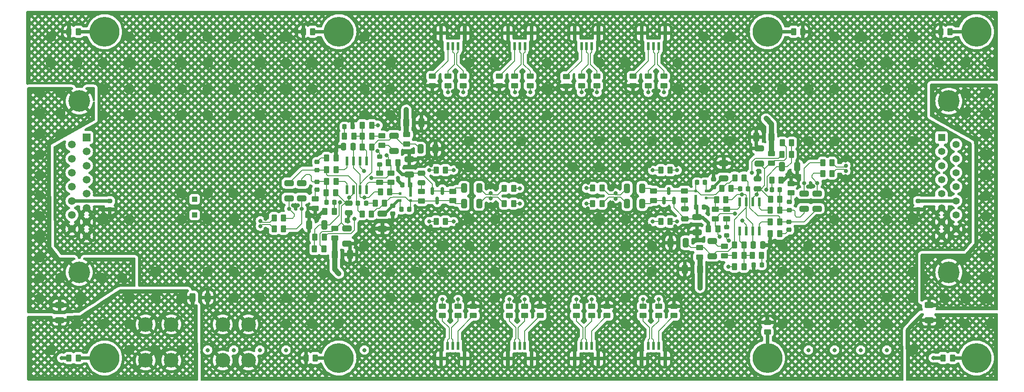
<source format=gbr>
%TF.GenerationSoftware,KiCad,Pcbnew,7.0.7*%
%TF.CreationDate,2024-12-16T13:21:34+01:00*%
%TF.ProjectId,dmem_2V0,646d656d-5f32-4563-902e-6b696361645f,rev?*%
%TF.SameCoordinates,Original*%
%TF.FileFunction,Copper,L1,Top*%
%TF.FilePolarity,Positive*%
%FSLAX46Y46*%
G04 Gerber Fmt 4.6, Leading zero omitted, Abs format (unit mm)*
G04 Created by KiCad (PCBNEW 7.0.7) date 2024-12-16 13:21:34*
%MOMM*%
%LPD*%
G01*
G04 APERTURE LIST*
G04 Aperture macros list*
%AMRoundRect*
0 Rectangle with rounded corners*
0 $1 Rounding radius*
0 $2 $3 $4 $5 $6 $7 $8 $9 X,Y pos of 4 corners*
0 Add a 4 corners polygon primitive as box body*
4,1,4,$2,$3,$4,$5,$6,$7,$8,$9,$2,$3,0*
0 Add four circle primitives for the rounded corners*
1,1,$1+$1,$2,$3*
1,1,$1+$1,$4,$5*
1,1,$1+$1,$6,$7*
1,1,$1+$1,$8,$9*
0 Add four rect primitives between the rounded corners*
20,1,$1+$1,$2,$3,$4,$5,0*
20,1,$1+$1,$4,$5,$6,$7,0*
20,1,$1+$1,$6,$7,$8,$9,0*
20,1,$1+$1,$8,$9,$2,$3,0*%
G04 Aperture macros list end*
%TA.AperFunction,SMDPad,CuDef*%
%ADD10R,0.584200X0.508000*%
%TD*%
%TA.AperFunction,SMDPad,CuDef*%
%ADD11R,0.584200X0.812800*%
%TD*%
%TA.AperFunction,SMDPad,CuDef*%
%ADD12R,0.558000X1.654899*%
%TD*%
%TA.AperFunction,SMDPad,CuDef*%
%ADD13RoundRect,0.250000X0.450000X-0.262500X0.450000X0.262500X-0.450000X0.262500X-0.450000X-0.262500X0*%
%TD*%
%TA.AperFunction,SMDPad,CuDef*%
%ADD14RoundRect,0.250000X-0.325000X-0.650000X0.325000X-0.650000X0.325000X0.650000X-0.325000X0.650000X0*%
%TD*%
%TA.AperFunction,SMDPad,CuDef*%
%ADD15RoundRect,0.250000X0.262500X0.450000X-0.262500X0.450000X-0.262500X-0.450000X0.262500X-0.450000X0*%
%TD*%
%TA.AperFunction,SMDPad,CuDef*%
%ADD16RoundRect,0.250000X-0.262500X-0.450000X0.262500X-0.450000X0.262500X0.450000X-0.262500X0.450000X0*%
%TD*%
%TA.AperFunction,SMDPad,CuDef*%
%ADD17RoundRect,0.250000X-0.475000X0.250000X-0.475000X-0.250000X0.475000X-0.250000X0.475000X0.250000X0*%
%TD*%
%TA.AperFunction,SMDPad,CuDef*%
%ADD18RoundRect,0.250000X-0.450000X0.262500X-0.450000X-0.262500X0.450000X-0.262500X0.450000X0.262500X0*%
%TD*%
%TA.AperFunction,SMDPad,CuDef*%
%ADD19RoundRect,0.225000X-0.225000X-0.250000X0.225000X-0.250000X0.225000X0.250000X-0.225000X0.250000X0*%
%TD*%
%TA.AperFunction,ComponentPad*%
%ADD20R,1.000000X1.000000*%
%TD*%
%TA.AperFunction,ComponentPad*%
%ADD21C,2.850000*%
%TD*%
%TA.AperFunction,SMDPad,CuDef*%
%ADD22RoundRect,0.225000X0.225000X0.250000X-0.225000X0.250000X-0.225000X-0.250000X0.225000X-0.250000X0*%
%TD*%
%TA.AperFunction,ComponentPad*%
%ADD23C,5.800000*%
%TD*%
%TA.AperFunction,SMDPad,CuDef*%
%ADD24RoundRect,0.250000X0.325000X0.650000X-0.325000X0.650000X-0.325000X-0.650000X0.325000X-0.650000X0*%
%TD*%
%TA.AperFunction,SMDPad,CuDef*%
%ADD25RoundRect,0.250000X0.475000X-0.250000X0.475000X0.250000X-0.475000X0.250000X-0.475000X-0.250000X0*%
%TD*%
%TA.AperFunction,SMDPad,CuDef*%
%ADD26RoundRect,0.250000X-0.650000X0.325000X-0.650000X-0.325000X0.650000X-0.325000X0.650000X0.325000X0*%
%TD*%
%TA.AperFunction,SMDPad,CuDef*%
%ADD27RoundRect,0.225000X-0.250000X0.225000X-0.250000X-0.225000X0.250000X-0.225000X0.250000X0.225000X0*%
%TD*%
%TA.AperFunction,SMDPad,CuDef*%
%ADD28RoundRect,0.250000X0.650000X-0.325000X0.650000X0.325000X-0.650000X0.325000X-0.650000X-0.325000X0*%
%TD*%
%TA.AperFunction,SMDPad,CuDef*%
%ADD29RoundRect,0.250000X-0.625000X0.312500X-0.625000X-0.312500X0.625000X-0.312500X0.625000X0.312500X0*%
%TD*%
%TA.AperFunction,SMDPad,CuDef*%
%ADD30RoundRect,0.250000X0.250000X0.475000X-0.250000X0.475000X-0.250000X-0.475000X0.250000X-0.475000X0*%
%TD*%
%TA.AperFunction,SMDPad,CuDef*%
%ADD31RoundRect,0.150000X0.150000X-0.587500X0.150000X0.587500X-0.150000X0.587500X-0.150000X-0.587500X0*%
%TD*%
%TA.AperFunction,SMDPad,CuDef*%
%ADD32R,0.600000X1.550000*%
%TD*%
%TA.AperFunction,SMDPad,CuDef*%
%ADD33R,0.800000X1.800000*%
%TD*%
%TA.AperFunction,ComponentPad*%
%ADD34R,1.508000X1.508000*%
%TD*%
%TA.AperFunction,ComponentPad*%
%ADD35C,1.508000*%
%TD*%
%TA.AperFunction,ComponentPad*%
%ADD36C,4.200000*%
%TD*%
%TA.AperFunction,SMDPad,CuDef*%
%ADD37RoundRect,0.225000X0.250000X-0.225000X0.250000X0.225000X-0.250000X0.225000X-0.250000X-0.225000X0*%
%TD*%
%TA.AperFunction,ComponentPad*%
%ADD38R,1.408000X1.408000*%
%TD*%
%TA.AperFunction,ComponentPad*%
%ADD39C,1.408000*%
%TD*%
%TA.AperFunction,ComponentPad*%
%ADD40C,4.216000*%
%TD*%
%TA.AperFunction,SMDPad,CuDef*%
%ADD41RoundRect,0.200000X0.275000X-0.200000X0.275000X0.200000X-0.275000X0.200000X-0.275000X-0.200000X0*%
%TD*%
%TA.AperFunction,SMDPad,CuDef*%
%ADD42RoundRect,0.250000X-0.250000X-0.475000X0.250000X-0.475000X0.250000X0.475000X-0.250000X0.475000X0*%
%TD*%
%TA.AperFunction,SMDPad,CuDef*%
%ADD43RoundRect,0.250000X-0.312500X-0.625000X0.312500X-0.625000X0.312500X0.625000X-0.312500X0.625000X0*%
%TD*%
%TA.AperFunction,SMDPad,CuDef*%
%ADD44RoundRect,0.150000X-0.150000X0.587500X-0.150000X-0.587500X0.150000X-0.587500X0.150000X0.587500X0*%
%TD*%
%TA.AperFunction,ViaPad*%
%ADD45C,0.800000*%
%TD*%
%TA.AperFunction,Conductor*%
%ADD46C,0.203200*%
%TD*%
%TA.AperFunction,Conductor*%
%ADD47C,0.500000*%
%TD*%
%TA.AperFunction,Conductor*%
%ADD48C,0.700000*%
%TD*%
%TA.AperFunction,Conductor*%
%ADD49C,0.250000*%
%TD*%
%TA.AperFunction,Conductor*%
%ADD50C,1.000000*%
%TD*%
G04 APERTURE END LIST*
D10*
%TO.P,Q1,1*%
%TO.N,/cold_amplifier_ch1/cold amplifier/inp*%
X180739114Y-97858183D03*
D11*
%TO.P,Q1,2*%
%TO.N,/cold_amplifier_ch1/cold amplifier/inn*%
X180739109Y-99005768D03*
D10*
%TO.P,Q1,3*%
%TO.N,Net-(Q1-Pad3)*%
X182759116Y-99158181D03*
%TO.P,Q1,4*%
%TO.N,/cold_amplifier_ch1/cold amplifier/inn*%
X182759116Y-97858183D03*
%TD*%
%TO.P,Q2,1*%
%TO.N,/cold_amplifier_ch2/cold amplifier/inp*%
X125209102Y-99658220D03*
D11*
%TO.P,Q2,2*%
%TO.N,/cold_amplifier_ch2/cold amplifier/inn*%
X125209107Y-98510635D03*
D10*
%TO.P,Q2,3*%
%TO.N,Net-(Q2-Pad3)*%
X123189100Y-98358222D03*
%TO.P,Q2,4*%
%TO.N,/cold_amplifier_ch2/cold amplifier/inn*%
X123189100Y-99658220D03*
%TD*%
D12*
%TO.P,U1,1,-*%
%TO.N,Net-(R11-Pad2)*%
X189288516Y-105592781D03*
%TO.P,U1,2,Vocm*%
%TO.N,Net-(U1-Vocm)*%
X190558516Y-105592781D03*
%TO.P,U1,3,Vs+*%
%TO.N,Net-(U1-\u002APD)*%
X191828516Y-105592781D03*
%TO.P,U1,4,+*%
%TO.N,Net-(R19-Pad1)*%
X193098516Y-105592781D03*
%TO.P,U1,5,-*%
%TO.N,Net-(R18-Pad1)*%
X193098516Y-99950079D03*
%TO.P,U1,6,Vs-*%
%TO.N,Net-(U1-Vs-)*%
X191828516Y-99950079D03*
%TO.P,U1,7,\u002APD*%
%TO.N,Net-(U1-\u002APD)*%
X190558516Y-99950079D03*
%TO.P,U1,8,+*%
%TO.N,Net-(Q1-Pad3)*%
X189288516Y-99950079D03*
%TD*%
%TO.P,U2,1,-*%
%TO.N,Net-(R71-Pad2)*%
X116659700Y-91957808D03*
%TO.P,U2,2,Vocm*%
%TO.N,Net-(U2-Vocm)*%
X115389700Y-91957808D03*
%TO.P,U2,3,Vs+*%
%TO.N,Net-(U2-\u002APD)*%
X114119700Y-91957808D03*
%TO.P,U2,4,+*%
%TO.N,Net-(R82-Pad1)*%
X112849700Y-91957808D03*
%TO.P,U2,5,-*%
%TO.N,Net-(R81-Pad1)*%
X112849700Y-97600510D03*
%TO.P,U2,6,Vs-*%
%TO.N,Net-(U2-Vs-)*%
X114119700Y-97600510D03*
%TO.P,U2,7,\u002APD*%
%TO.N,Net-(U2-\u002APD)*%
X115389700Y-97600510D03*
%TO.P,U2,8,+*%
%TO.N,Net-(Q2-Pad3)*%
X116659700Y-97600510D03*
%TD*%
D13*
%TO.P,R36,1*%
%TO.N,/cold_amplifier_ch1/sipmB+*%
X144471500Y-122063100D03*
%TO.P,R36,2*%
%TO.N,Net-(R32-Pad2)*%
X144471500Y-120238100D03*
%TD*%
D14*
%TO.P,C26,1*%
%TO.N,GND*%
X178580116Y-113033030D03*
%TO.P,C26,2*%
%TO.N,/+CE*%
X181530116Y-113033030D03*
%TD*%
D15*
%TO.P,R79,1*%
%TO.N,Net-(U2-\u002APD)*%
X108455500Y-106818759D03*
%TO.P,R79,2*%
%TO.N,Net-(U2-Vocm)*%
X106630500Y-106818759D03*
%TD*%
D16*
%TO.P,R21,1*%
%TO.N,Net-(C18-Pad2)*%
X195513416Y-95710230D03*
%TO.P,R21,2*%
%TO.N,GND*%
X197338416Y-95710230D03*
%TD*%
%TO.P,R61,1*%
%TO.N,GND*%
X228805100Y-130327400D03*
%TO.P,R61,2*%
%TO.N,/MountingHole_8*%
X230630100Y-130327400D03*
%TD*%
D17*
%TO.P,C49,1*%
%TO.N,Net-(U2-Vs-)*%
X113230700Y-100179159D03*
%TO.P,C49,2*%
%TO.N,GND*%
X113230700Y-102079159D03*
%TD*%
D16*
%TO.P,R83,1*%
%TO.N,/cold_amplifier_ch2/cold amplifier/outp*%
X108863800Y-98131959D03*
%TO.P,R83,2*%
%TO.N,Net-(U2-Vs-)*%
X110688800Y-98131959D03*
%TD*%
D13*
%TO.P,R68,1*%
%TO.N,Net-(Q2-Pad3)*%
X121460300Y-96148859D03*
%TO.P,R68,2*%
%TO.N,Net-(U2-Vs-)*%
X121460300Y-94323859D03*
%TD*%
D18*
%TO.P,R48,1*%
%TO.N,/cold_amplifier_ch2/sipmC+*%
X148491200Y-75493300D03*
%TO.P,R48,2*%
%TO.N,Net-(R26-Pad1)*%
X148491200Y-77318300D03*
%TD*%
D16*
%TO.P,R80,1*%
%TO.N,Net-(U2-Vocm)*%
X106579700Y-109104759D03*
%TO.P,R80,2*%
%TO.N,Net-(U2-Vs-)*%
X108404700Y-109104759D03*
%TD*%
D19*
%TO.P,C50,1*%
%TO.N,/cold_amplifier_ch2/cold amplifier/outp*%
X108899700Y-100011559D03*
%TO.P,C50,2*%
%TO.N,Net-(C50-Pad2)*%
X110449700Y-100011559D03*
%TD*%
D16*
%TO.P,R91,1*%
%TO.N,GND*%
X228367700Y-66827400D03*
%TO.P,R91,2*%
%TO.N,/MountingHole_4*%
X230192700Y-66827400D03*
%TD*%
D15*
%TO.P,R69,1*%
%TO.N,/cold_amplifier_ch2/cold amplifier/inp*%
X120188400Y-100214759D03*
%TO.P,R69,2*%
%TO.N,Net-(C41-Pad1)*%
X118363400Y-100214759D03*
%TD*%
D18*
%TO.P,R78,1*%
%TO.N,/+CE*%
X124521500Y-86856259D03*
%TO.P,R78,2*%
%TO.N,Net-(U2-\u002APD)*%
X124521500Y-88681259D03*
%TD*%
D16*
%TO.P,R6,1*%
%TO.N,/cold_amplifier_ch1/cold amplifier/inp*%
X185759816Y-97335830D03*
%TO.P,R6,2*%
%TO.N,Net-(C9-Pad1)*%
X187584816Y-97335830D03*
%TD*%
D20*
%TO.P,Vce_r1,1,1*%
%TO.N,/+CE_R*%
X83261200Y-102463600D03*
%TD*%
D16*
%TO.P,R24,1*%
%TO.N,/cold_amplifier_ch1/input-*%
X173916616Y-103782630D03*
%TO.P,R24,2*%
%TO.N,/cold_amplifier_ch1/output+*%
X175741616Y-103782630D03*
%TD*%
D21*
%TO.P,J11,1_1,1*%
%TO.N,GND*%
X93720400Y-123783400D03*
%TO.P,J11,1_2,1__1*%
X88720400Y-123783400D03*
%TO.P,J11,1_3,1__2*%
X88720400Y-130793400D03*
%TO.P,J11,1_4,1__3*%
X93720400Y-130793400D03*
%TD*%
D17*
%TO.P,C4,1*%
%TO.N,Net-(C4-Pad1)*%
X178595116Y-101313430D03*
%TO.P,C4,2*%
%TO.N,/cold_amplifier_ch1/cold amplifier/inn*%
X178595116Y-103213430D03*
%TD*%
D22*
%TO.P,C38,1*%
%TO.N,/cold_amplifier_ch2/cold amplifier/inp*%
X124991500Y-101383159D03*
%TO.P,C38,2*%
%TO.N,/cold_amplifier_ch2/cold amplifier/inn*%
X123441500Y-101383159D03*
%TD*%
D23*
%TO.P,REF\u002A\u002A,1*%
%TO.N,/MountingHole_3*%
X194640200Y-66827400D03*
%TD*%
D24*
%TO.P,C28,1*%
%TO.N,/cold_amplifier_ch2/input-*%
X138594100Y-97267959D03*
%TO.P,C28,2*%
%TO.N,/cold_amplifier_ch2/cold amplifier/inn*%
X135644100Y-97267959D03*
%TD*%
D18*
%TO.P,R35,1*%
%TO.N,GND*%
X150471500Y-120238100D03*
%TO.P,R35,2*%
%TO.N,Net-(J3-Pad1)*%
X150471500Y-122063100D03*
%TD*%
D16*
%TO.P,R3,1*%
%TO.N,/cold_amplifier_ch1/cold amplifier/inn*%
X183169016Y-105209830D03*
%TO.P,R3,2*%
%TO.N,Net-(U1-Vs-)*%
X184994016Y-105209830D03*
%TD*%
D13*
%TO.P,R77,1*%
%TO.N,/+CE_R*%
X110487500Y-106969259D03*
%TO.P,R77,2*%
%TO.N,Net-(U2-Vs-)*%
X110487500Y-105144259D03*
%TD*%
D25*
%TO.P,C17,1*%
%TO.N,Net-(U1-Vs-)*%
X192717516Y-97371430D03*
%TO.P,C17,2*%
%TO.N,GND*%
X192717516Y-95471430D03*
%TD*%
D16*
%TO.P,R88,1*%
%TO.N,GND*%
X58822700Y-66827400D03*
%TO.P,R88,2*%
%TO.N,/MountingHole_1*%
X60647700Y-66827400D03*
%TD*%
D15*
%TO.P,R63,1*%
%TO.N,/cold_amplifier_ch2/output-*%
X100542000Y-103110359D03*
%TO.P,R63,2*%
%TO.N,/out2-*%
X98717000Y-103110359D03*
%TD*%
D26*
%TO.P,C42,1*%
%TO.N,Net-(U2-\u002APD)*%
X122019100Y-87055759D03*
%TO.P,C42,2*%
%TO.N,Net-(C42-Pad2)*%
X122019100Y-90005759D03*
%TD*%
D19*
%TO.P,C45,1*%
%TO.N,Net-(C45-Pad1)*%
X112404900Y-85330359D03*
%TO.P,C45,2*%
%TO.N,GND*%
X113954900Y-85330359D03*
%TD*%
D15*
%TO.P,R66,1*%
%TO.N,/cold_amplifier_ch2/cold amplifier/inn*%
X122779200Y-92340759D03*
%TO.P,R66,2*%
%TO.N,Net-(U2-Vs-)*%
X120954200Y-92340759D03*
%TD*%
D27*
%TO.P,C11,1*%
%TO.N,Net-(C11-Pad1)*%
X186723116Y-104892030D03*
%TO.P,C11,2*%
%TO.N,GND*%
X186723116Y-106442030D03*
%TD*%
D28*
%TO.P,C12,1*%
%TO.N,Net-(U1-Vs-)*%
X193073116Y-92460830D03*
%TO.P,C12,2*%
%TO.N,GND*%
X193073116Y-89510830D03*
%TD*%
D18*
%TO.P,R60,1*%
%TO.N,GND*%
X194640200Y-123414900D03*
%TO.P,R60,2*%
%TO.N,/MountingHole_7*%
X194640200Y-125239900D03*
%TD*%
D13*
%TO.P,R22,1*%
%TO.N,Net-(C19-Pad2)*%
X199219916Y-98197530D03*
%TO.P,R22,2*%
%TO.N,GND*%
X199219916Y-96372530D03*
%TD*%
D24*
%TO.P,C27,1*%
%TO.N,GND*%
X127368100Y-84517559D03*
%TO.P,C27,2*%
%TO.N,/+CE*%
X124418100Y-84517559D03*
%TD*%
D29*
%TO.P,JP1,1,A*%
%TO.N,Net-(J12-SHIELD)*%
X226100400Y-120040400D03*
%TO.P,JP1,2,B*%
%TO.N,/MESH*%
X226100400Y-122965400D03*
%TD*%
D26*
%TO.P,C5,1*%
%TO.N,/cold_amplifier_ch1/cold amplifier/inn*%
X180931916Y-102922030D03*
%TO.P,C5,2*%
%TO.N,GND*%
X180931916Y-105872030D03*
%TD*%
D15*
%TO.P,R57,1*%
%TO.N,Net-(R49-Pad1)*%
X145276399Y-100282000D03*
%TO.P,R57,2*%
%TO.N,/cold_amplifier_ch2/input+*%
X143451399Y-100282000D03*
%TD*%
D28*
%TO.P,C10,1*%
%TO.N,Net-(U1-\u002APD)*%
X183929116Y-110494830D03*
%TO.P,C10,2*%
%TO.N,Net-(C10-Pad2)*%
X183929116Y-107544830D03*
%TD*%
D16*
%TO.P,R72,1*%
%TO.N,Net-(R71-Pad2)*%
X115874200Y-85025559D03*
%TO.P,R72,2*%
%TO.N,Net-(U2-Vs-)*%
X117699200Y-85025559D03*
%TD*%
%TO.P,R67,1*%
%TO.N,Net-(U2-\u002APD)*%
X119379400Y-98030359D03*
%TO.P,R67,2*%
%TO.N,Net-(Q2-Pad3)*%
X121204400Y-98030359D03*
%TD*%
D13*
%TO.P,R75,1*%
%TO.N,Net-(Q2-Pad3)*%
X119225100Y-96148859D03*
%TO.P,R75,2*%
%TO.N,Net-(C43-Pad1)*%
X119225100Y-94323859D03*
%TD*%
D16*
%TO.P,R56,1*%
%TO.N,Net-(R32-Pad2)*%
X160671817Y-100268588D03*
%TO.P,R56,2*%
%TO.N,/cold_amplifier_ch1/input-*%
X162496817Y-100268588D03*
%TD*%
D23*
%TO.P,REF\u002A\u002A,1*%
%TO.N,/MountingHole_4*%
X235280200Y-66827400D03*
%TD*%
D14*
%TO.P,C15,1*%
%TO.N,Net-(U1-Vocm)*%
X197489016Y-93119430D03*
%TO.P,C15,2*%
%TO.N,GND*%
X200439016Y-93119430D03*
%TD*%
D30*
%TO.P,C48,1*%
%TO.N,Net-(U2-\u002APD)*%
X114079100Y-89191159D03*
%TO.P,C48,2*%
%TO.N,GND*%
X112179100Y-89191159D03*
%TD*%
D31*
%TO.P,D1,1,A*%
%TO.N,/cold_amplifier_ch1/cold amplifier/inn*%
X174546316Y-99720130D03*
%TO.P,D1,2,A*%
X176446316Y-99720130D03*
%TO.P,D1,3,K*%
%TO.N,/cold_amplifier_ch1/cold amplifier/inp*%
X175496316Y-97845130D03*
%TD*%
D18*
%TO.P,R5,1*%
%TO.N,Net-(Q1-Pad3)*%
X184487916Y-101401730D03*
%TO.P,R5,2*%
%TO.N,Net-(U1-Vs-)*%
X184487916Y-103226730D03*
%TD*%
D23*
%TO.P,REF\u002A\u002A,1*%
%TO.N,/MountingHole_7*%
X194640200Y-130327400D03*
%TD*%
D26*
%TO.P,C31,1*%
%TO.N,/cold_amplifier_ch2/cold amplifier/outp*%
X104119100Y-96292959D03*
%TO.P,C31,2*%
%TO.N,/cold_amplifier_ch2/output+*%
X104119100Y-99242959D03*
%TD*%
D15*
%TO.P,R70,1*%
%TO.N,/cold_amplifier_ch2/cold amplifier/inp*%
X117658000Y-102297559D03*
%TO.P,R70,2*%
%TO.N,/cold_amplifier_ch2/cold amplifier/outn*%
X115833000Y-102297559D03*
%TD*%
D32*
%TO.P,J6,1,1*%
%TO.N,Net-(J6-Pad1)*%
X145491200Y-69630800D03*
%TO.P,J6,2,2*%
%TO.N,/cold_amplifier_ch2/sipmC-*%
X146491200Y-69630800D03*
%TO.P,J6,3,3*%
%TO.N,/cold_amplifier_ch2/sipmC+*%
X147491200Y-69630800D03*
D33*
%TO.P,J6,MP1,MP1*%
%TO.N,GND*%
X144191200Y-67105800D03*
%TO.P,J6,MP2,MP2*%
X148791200Y-67105800D03*
%TD*%
D15*
%TO.P,R17,1*%
%TO.N,Net-(U1-Vocm)*%
X199368516Y-88445830D03*
%TO.P,R17,2*%
%TO.N,Net-(U1-Vs-)*%
X197543516Y-88445830D03*
%TD*%
%TO.P,R76,1*%
%TO.N,Net-(R71-Pad2)*%
X114244800Y-87159159D03*
%TO.P,R76,2*%
%TO.N,Net-(C45-Pad1)*%
X112419800Y-87159159D03*
%TD*%
D16*
%TO.P,R29,1*%
%TO.N,/cold_amplifier_ch1/output-*%
X205406216Y-94440230D03*
%TO.P,R29,2*%
%TO.N,/out1-*%
X207231216Y-94440230D03*
%TD*%
D28*
%TO.P,C37,1*%
%TO.N,/cold_amplifier_ch2/cold amplifier/inn*%
X125016300Y-94628559D03*
%TO.P,C37,2*%
%TO.N,GND*%
X125016300Y-91678559D03*
%TD*%
D34*
%TO.P,J1,1,1*%
%TO.N,/out2_jumper-*%
X62240400Y-87410000D03*
D35*
%TO.P,J1,2,2*%
%TO.N,/out1_jumper-*%
X62240400Y-90150000D03*
%TO.P,J1,3,3*%
%TO.N,/out2-*%
X62240400Y-92890000D03*
%TO.P,J1,4,4*%
%TO.N,/out1-*%
X62240400Y-95630000D03*
%TO.P,J1,5,5*%
%TO.N,/+CE*%
X62240400Y-98370000D03*
%TO.P,J1,6,6*%
%TO.N,GND*%
X62240400Y-101110000D03*
%TO.P,J1,7,7*%
X62240400Y-103850000D03*
%TO.P,J1,8,8*%
X62240400Y-106590000D03*
%TO.P,J1,9,9*%
%TO.N,/out2_jumper+*%
X59400400Y-88780000D03*
%TO.P,J1,10,10*%
%TO.N,/out1_jumper+*%
X59400400Y-91520000D03*
%TO.P,J1,11,11*%
%TO.N,/out2+*%
X59400400Y-94260000D03*
%TO.P,J1,12,12*%
%TO.N,/out1+*%
X59400400Y-97000000D03*
%TO.P,J1,13,13*%
%TO.N,Net-(J1-Pad13)*%
X59400400Y-99740000D03*
%TO.P,J1,14,14*%
%TO.N,/+CE_R*%
X59400400Y-102480000D03*
%TO.P,J1,15,15*%
%TO.N,GND*%
X59400400Y-105220000D03*
D36*
%TO.P,J1,S1,SHIELD*%
%TO.N,Net-(J1-SHIELD)*%
X60820400Y-80340000D03*
X60820400Y-113660000D03*
%TD*%
D37*
%TO.P,C43,1*%
%TO.N,Net-(C43-Pad1)*%
X119225100Y-92658559D03*
%TO.P,C43,2*%
%TO.N,GND*%
X119225100Y-91108559D03*
%TD*%
D32*
%TO.P,J8,1,1*%
%TO.N,Net-(J8-Pad1)*%
X158491200Y-69630800D03*
%TO.P,J8,2,2*%
%TO.N,/cold_amplifier_ch2/sipmB-*%
X159491200Y-69630800D03*
%TO.P,J8,3,3*%
%TO.N,/cold_amplifier_ch2/sipmB+*%
X160491200Y-69630800D03*
D33*
%TO.P,J8,MP1,MP1*%
%TO.N,GND*%
X157191200Y-67105800D03*
%TO.P,J8,MP2,MP2*%
X161791200Y-67105800D03*
%TD*%
D28*
%TO.P,C7,1*%
%TO.N,/cold_amplifier_ch1/cold amplifier/inn*%
X186162716Y-95346781D03*
%TO.P,C7,2*%
%TO.N,GND*%
X186162716Y-92396781D03*
%TD*%
D16*
%TO.P,R31,1*%
%TO.N,GND*%
X104903900Y-130327400D03*
%TO.P,R31,2*%
%TO.N,/MountingHole_6*%
X106728900Y-130327400D03*
%TD*%
D20*
%TO.P,Vce1,1,1*%
%TO.N,/+CE*%
X83261200Y-99413600D03*
%TD*%
D26*
%TO.P,C39,1*%
%TO.N,/cold_amplifier_ch2/cold amplifier/inn*%
X119785500Y-102208822D03*
%TO.P,C39,2*%
%TO.N,GND*%
X119785500Y-105158822D03*
%TD*%
D14*
%TO.P,C24,1*%
%TO.N,/cold_amplifier_ch1/input+*%
X167354116Y-97282630D03*
%TO.P,C24,2*%
%TO.N,/cold_amplifier_ch1/cold amplifier/inp*%
X170304116Y-97282630D03*
%TD*%
D13*
%TO.P,R39,1*%
%TO.N,/cold_amplifier_ch1/sipmC+*%
X157471500Y-122063100D03*
%TO.P,R39,2*%
%TO.N,Net-(R32-Pad2)*%
X157471500Y-120238100D03*
%TD*%
%TO.P,R55,1*%
%TO.N,Net-(R49-Pad1)*%
X171491201Y-77318300D03*
%TO.P,R55,2*%
%TO.N,/cold_amplifier_ch2/sipmA-*%
X171491201Y-75493300D03*
%TD*%
D18*
%TO.P,R41,1*%
%TO.N,GND*%
X176471500Y-120238100D03*
%TO.P,R41,2*%
%TO.N,Net-(J5-Pad1)*%
X176471500Y-122063100D03*
%TD*%
%TO.P,R50,1*%
%TO.N,/cold_amplifier_ch2/sipmD+*%
X135491200Y-75493300D03*
%TO.P,R50,2*%
%TO.N,Net-(R26-Pad1)*%
X135491200Y-77318300D03*
%TD*%
D13*
%TO.P,R15,1*%
%TO.N,/+CE*%
X181426716Y-110694330D03*
%TO.P,R15,2*%
%TO.N,Net-(U1-\u002APD)*%
X181426716Y-108869330D03*
%TD*%
D15*
%TO.P,R82,1*%
%TO.N,Net-(R82-Pad1)*%
X110739600Y-93712359D03*
%TO.P,R82,2*%
%TO.N,/cold_amplifier_ch2/cold amplifier/outn*%
X108914600Y-93712359D03*
%TD*%
D18*
%TO.P,R12,1*%
%TO.N,Net-(Q1-Pad3)*%
X186723116Y-101401730D03*
%TO.P,R12,2*%
%TO.N,Net-(C11-Pad1)*%
X186723116Y-103226730D03*
%TD*%
D16*
%TO.P,R8,1*%
%TO.N,Net-(U1-\u002APD)*%
X188249016Y-108308630D03*
%TO.P,R8,2*%
%TO.N,Net-(R11-Pad2)*%
X190074016Y-108308630D03*
%TD*%
D18*
%TO.P,R1,1*%
%TO.N,/cold_amplifier_ch1/cold amplifier/inp*%
X172499116Y-97845730D03*
%TO.P,R1,2*%
%TO.N,/cold_amplifier_ch1/cold amplifier/inn*%
X172499116Y-99670730D03*
%TD*%
D15*
%TO.P,R9,1*%
%TO.N,Net-(R11-Pad2)*%
X190074016Y-112525030D03*
%TO.P,R9,2*%
%TO.N,Net-(U1-Vs-)*%
X188249016Y-112525030D03*
%TD*%
D16*
%TO.P,R89,1*%
%TO.N,GND*%
X104390300Y-66827400D03*
%TO.P,R89,2*%
%TO.N,/MountingHole_2*%
X106215300Y-66827400D03*
%TD*%
D13*
%TO.P,R46,1*%
%TO.N,GND*%
X155547015Y-77380497D03*
%TO.P,R46,2*%
%TO.N,Net-(J8-Pad1)*%
X155547015Y-75555497D03*
%TD*%
D32*
%TO.P,J3,1,1*%
%TO.N,Net-(J3-Pad1)*%
X147471500Y-127925600D03*
%TO.P,J3,2,2*%
%TO.N,/cold_amplifier_ch1/sipmB-*%
X146471500Y-127925600D03*
%TO.P,J3,3,3*%
%TO.N,/cold_amplifier_ch1/sipmB+*%
X145471500Y-127925600D03*
D33*
%TO.P,J3,MP1,MP1*%
%TO.N,GND*%
X148771500Y-130450600D03*
%TO.P,J3,MP2,MP2*%
X144171500Y-130450600D03*
%TD*%
D18*
%TO.P,R54,1*%
%TO.N,/cold_amplifier_ch2/sipmA+*%
X174491200Y-75493300D03*
%TO.P,R54,2*%
%TO.N,Net-(R26-Pad1)*%
X174491200Y-77318300D03*
%TD*%
D14*
%TO.P,C23,1*%
%TO.N,/cold_amplifier_ch1/input-*%
X167354116Y-100282630D03*
%TO.P,C23,2*%
%TO.N,/cold_amplifier_ch1/cold amplifier/inn*%
X170304116Y-100282630D03*
%TD*%
D32*
%TO.P,J5,1,1*%
%TO.N,Net-(J5-Pad1)*%
X173471500Y-127925600D03*
%TO.P,J5,2,2*%
%TO.N,/cold_amplifier_ch1/sipmD-*%
X172471500Y-127925600D03*
%TO.P,J5,3,3*%
%TO.N,/cold_amplifier_ch1/sipmD+*%
X171471500Y-127925600D03*
D33*
%TO.P,J5,MP1,MP1*%
%TO.N,GND*%
X174771500Y-130450600D03*
%TO.P,J5,MP2,MP2*%
X170171500Y-130450600D03*
%TD*%
D16*
%TO.P,R11,1*%
%TO.N,Net-(R10-Pad2)*%
X188249016Y-110391430D03*
%TO.P,R11,2*%
%TO.N,Net-(R11-Pad2)*%
X190074016Y-110391430D03*
%TD*%
D15*
%TO.P,R90,1*%
%TO.N,GND*%
X201552700Y-66827400D03*
%TO.P,R90,2*%
%TO.N,/MountingHole_3*%
X199727700Y-66827400D03*
%TD*%
D18*
%TO.P,R10,1*%
%TO.N,Net-(C10-Pad2)*%
X186316716Y-108615330D03*
%TO.P,R10,2*%
%TO.N,Net-(R10-Pad2)*%
X186316716Y-110440330D03*
%TD*%
D15*
%TO.P,R4,1*%
%TO.N,Net-(U1-\u002APD)*%
X186568816Y-99520230D03*
%TO.P,R4,2*%
%TO.N,Net-(Q1-Pad3)*%
X184743816Y-99520230D03*
%TD*%
D37*
%TO.P,C19,1*%
%TO.N,/cold_amplifier_ch1/cold amplifier/outp*%
X198915116Y-101514430D03*
%TO.P,C19,2*%
%TO.N,Net-(C19-Pad2)*%
X198915116Y-99964430D03*
%TD*%
D38*
%TO.P,J12,1,1*%
%TO.N,unconnected-(J12-Pad1)*%
X228503200Y-87410000D03*
D39*
%TO.P,J12,2,2*%
%TO.N,unconnected-(J12-Pad2)*%
X228503200Y-90150000D03*
%TO.P,J12,3,3*%
%TO.N,/out2_jumper-*%
X228503200Y-92890000D03*
%TO.P,J12,4,4*%
%TO.N,/out1_jumper-*%
X228503200Y-95630000D03*
%TO.P,J12,5,5*%
%TO.N,/+CE*%
X228503200Y-98370000D03*
%TO.P,J12,6,6*%
%TO.N,GND*%
X228503200Y-101110000D03*
%TO.P,J12,7,7*%
X228503200Y-103850000D03*
%TO.P,J12,8,8*%
X228503200Y-106590000D03*
%TO.P,J12,9,9*%
%TO.N,unconnected-(J12-Pad9)*%
X231343200Y-88780000D03*
%TO.P,J12,10,10*%
%TO.N,unconnected-(J12-Pad10)*%
X231343200Y-91520000D03*
%TO.P,J12,11,11*%
%TO.N,/out2_jumper+*%
X231343200Y-94260000D03*
%TO.P,J12,12,12*%
%TO.N,/out1_jumper+*%
X231343200Y-97000000D03*
%TO.P,J12,13,13*%
%TO.N,Net-(J12-Pad13)*%
X231343200Y-99740000D03*
%TO.P,J12,14,14*%
%TO.N,/+CE_R*%
X231343200Y-102480000D03*
%TO.P,J12,15,15*%
%TO.N,GND*%
X231343200Y-105220000D03*
D40*
%TO.P,J12,S1,SHIELD*%
%TO.N,Net-(J12-SHIELD)*%
X229923200Y-113660000D03*
X229923200Y-80340000D03*
%TD*%
D19*
%TO.P,C1,1*%
%TO.N,/cold_amplifier_ch1/cold amplifier/inn*%
X180766516Y-100942630D03*
%TO.P,C1,2*%
%TO.N,GND*%
X182316516Y-100942630D03*
%TD*%
D41*
%TO.P,R87,1*%
%TO.N,GND*%
X66751200Y-101421200D03*
%TO.P,R87,2*%
%TO.N,Net-(J1-Pad13)*%
X66751200Y-99771200D03*
%TD*%
D23*
%TO.P,REF\u002A\u002A,1*%
%TO.N,/MountingHole_2*%
X111302800Y-66827400D03*
%TD*%
D15*
%TO.P,R71,1*%
%TO.N,Net-(U2-\u002APD)*%
X117699200Y-89241959D03*
%TO.P,R71,2*%
%TO.N,Net-(R71-Pad2)*%
X115874200Y-89241959D03*
%TD*%
D24*
%TO.P,C30,1*%
%TO.N,GND*%
X113453300Y-110210901D03*
%TO.P,C30,2*%
%TO.N,/+CE_R*%
X110503300Y-110210901D03*
%TD*%
D18*
%TO.P,R38,1*%
%TO.N,GND*%
X163471500Y-120238100D03*
%TO.P,R38,2*%
%TO.N,Net-(J4-Pad1)*%
X163471500Y-122063100D03*
%TD*%
D23*
%TO.P,REF\u002A\u002A,1*%
%TO.N,/MountingHole_6*%
X111302800Y-130327400D03*
%TD*%
D22*
%TO.P,C41,1*%
%TO.N,Net-(C41-Pad1)*%
X116596500Y-100163959D03*
%TO.P,C41,2*%
%TO.N,/cold_amplifier_ch2/cold amplifier/outn*%
X115046500Y-100163959D03*
%TD*%
D13*
%TO.P,R42,1*%
%TO.N,/cold_amplifier_ch1/sipmD+*%
X170471500Y-122063100D03*
%TO.P,R42,2*%
%TO.N,Net-(R32-Pad2)*%
X170471500Y-120238100D03*
%TD*%
D42*
%TO.P,C16,1*%
%TO.N,Net-(U1-\u002APD)*%
X191869116Y-108359430D03*
%TO.P,C16,2*%
%TO.N,GND*%
X193769116Y-108359430D03*
%TD*%
D28*
%TO.P,C21,1*%
%TO.N,/cold_amplifier_ch1/cold amplifier/outp*%
X201829116Y-101257630D03*
%TO.P,C21,2*%
%TO.N,/cold_amplifier_ch1/output+*%
X201829116Y-98307630D03*
%TD*%
D15*
%TO.P,R81,1*%
%TO.N,Net-(R81-Pad1)*%
X110739600Y-95998359D03*
%TO.P,R81,2*%
%TO.N,/cold_amplifier_ch2/cold amplifier/outp*%
X108914600Y-95998359D03*
%TD*%
D13*
%TO.P,R45,1*%
%TO.N,GND*%
X129491200Y-77318300D03*
%TO.P,R45,2*%
%TO.N,Net-(J7-Pad1)*%
X129491200Y-75493300D03*
%TD*%
D16*
%TO.P,R25,1*%
%TO.N,/cold_amplifier_ch1/input+*%
X173916616Y-93782630D03*
%TO.P,R25,2*%
%TO.N,/cold_amplifier_ch1/output-*%
X175741616Y-93782630D03*
%TD*%
D29*
%TO.P,JP3,1,A*%
%TO.N,Net-(J1-SHIELD)*%
X56997600Y-120040400D03*
%TO.P,JP3,2,B*%
%TO.N,/MESH*%
X56997600Y-122965400D03*
%TD*%
D32*
%TO.P,J9,1,1*%
%TO.N,Net-(J9-Pad1)*%
X171491200Y-69630800D03*
%TO.P,J9,2,2*%
%TO.N,/cold_amplifier_ch2/sipmA-*%
X172491200Y-69630800D03*
%TO.P,J9,3,3*%
%TO.N,/cold_amplifier_ch2/sipmA+*%
X173491200Y-69630800D03*
D33*
%TO.P,J9,MP1,MP1*%
%TO.N,GND*%
X170191200Y-67105800D03*
%TO.P,J9,MP2,MP2*%
X174791200Y-67105800D03*
%TD*%
D41*
%TO.P,R92,1*%
%TO.N,GND*%
X223992400Y-101421200D03*
%TO.P,R92,2*%
%TO.N,Net-(J12-Pad13)*%
X223992400Y-99771200D03*
%TD*%
D18*
%TO.P,R14,1*%
%TO.N,/+CE_R*%
X195460716Y-90581330D03*
%TO.P,R14,2*%
%TO.N,Net-(U1-Vs-)*%
X195460716Y-92406330D03*
%TD*%
D26*
%TO.P,C32,1*%
%TO.N,/cold_amplifier_ch2/cold amplifier/outn*%
X101619100Y-96292959D03*
%TO.P,C32,2*%
%TO.N,/cold_amplifier_ch2/output-*%
X101619100Y-99242959D03*
%TD*%
D32*
%TO.P,J4,1,1*%
%TO.N,Net-(J4-Pad1)*%
X160471500Y-127925600D03*
%TO.P,J4,2,2*%
%TO.N,/cold_amplifier_ch1/sipmC-*%
X159471500Y-127925600D03*
%TO.P,J4,3,3*%
%TO.N,/cold_amplifier_ch1/sipmC+*%
X158471500Y-127925600D03*
D33*
%TO.P,J4,MP1,MP1*%
%TO.N,GND*%
X161771500Y-130450600D03*
%TO.P,J4,MP2,MP2*%
X157171500Y-130450600D03*
%TD*%
D18*
%TO.P,R85,1*%
%TO.N,Net-(C51-Pad2)*%
X106728300Y-99353059D03*
%TO.P,R85,2*%
%TO.N,GND*%
X106728300Y-101178059D03*
%TD*%
D37*
%TO.P,C3,1*%
%TO.N,/cold_amplifier_ch1/cold amplifier/inn*%
X184183116Y-97048830D03*
%TO.P,C3,2*%
%TO.N,GND*%
X184183116Y-95498830D03*
%TD*%
D13*
%TO.P,R73,1*%
%TO.N,Net-(C42-Pad2)*%
X119631500Y-88935259D03*
%TO.P,R73,2*%
%TO.N,Net-(R73-Pad2)*%
X119631500Y-87110259D03*
%TD*%
%TO.P,R47,1*%
%TO.N,GND*%
X168491201Y-77318300D03*
%TO.P,R47,2*%
%TO.N,Net-(J9-Pad1)*%
X168491201Y-75493300D03*
%TD*%
D16*
%TO.P,R13,1*%
%TO.N,Net-(R11-Pad2)*%
X191703416Y-110391430D03*
%TO.P,R13,2*%
%TO.N,Net-(C13-Pad1)*%
X193528416Y-110391430D03*
%TD*%
D13*
%TO.P,R51,1*%
%TO.N,Net-(R49-Pad1)*%
X132491200Y-77318300D03*
%TO.P,R51,2*%
%TO.N,/cold_amplifier_ch2/sipmD-*%
X132491200Y-75493300D03*
%TD*%
D23*
%TO.P,REF\u002A\u002A,1*%
%TO.N,/MountingHole_5*%
X65735200Y-130327400D03*
%TD*%
D18*
%TO.P,R2,1*%
%TO.N,/cold_amplifier_ch1/cold amplifier/inp*%
X178544316Y-97794930D03*
%TO.P,R2,2*%
%TO.N,Net-(C4-Pad1)*%
X178544316Y-99619930D03*
%TD*%
D25*
%TO.P,C36,1*%
%TO.N,Net-(C36-Pad1)*%
X127353100Y-96237159D03*
%TO.P,C36,2*%
%TO.N,/cold_amplifier_ch2/cold amplifier/inn*%
X127353100Y-94337159D03*
%TD*%
D18*
%TO.P,R34,1*%
%TO.N,GND*%
X137471500Y-120238100D03*
%TO.P,R34,2*%
%TO.N,Net-(J2-Pad1)*%
X137471500Y-122063100D03*
%TD*%
D15*
%TO.P,R58,1*%
%TO.N,/cold_amplifier_ch2/input-*%
X132031600Y-93767959D03*
%TO.P,R58,2*%
%TO.N,/cold_amplifier_ch2/output+*%
X130206600Y-93767959D03*
%TD*%
D16*
%TO.P,R7,1*%
%TO.N,/cold_amplifier_ch1/cold amplifier/inp*%
X188290216Y-95253030D03*
%TO.P,R7,2*%
%TO.N,/cold_amplifier_ch1/cold amplifier/outn*%
X190115216Y-95253030D03*
%TD*%
D18*
%TO.P,R52,1*%
%TO.N,/cold_amplifier_ch2/sipmB+*%
X161491200Y-75493300D03*
%TO.P,R52,2*%
%TO.N,Net-(R26-Pad1)*%
X161491200Y-77318300D03*
%TD*%
D13*
%TO.P,R44,1*%
%TO.N,GND*%
X142491200Y-77318300D03*
%TO.P,R44,2*%
%TO.N,Net-(J6-Pad1)*%
X142491200Y-75493300D03*
%TD*%
D28*
%TO.P,C22,1*%
%TO.N,/cold_amplifier_ch1/cold amplifier/outn*%
X204329116Y-101257630D03*
%TO.P,C22,2*%
%TO.N,/cold_amplifier_ch1/output-*%
X204329116Y-98307630D03*
%TD*%
D22*
%TO.P,C13,1*%
%TO.N,Net-(C13-Pad1)*%
X193543316Y-112220230D03*
%TO.P,C13,2*%
%TO.N,GND*%
X191993316Y-112220230D03*
%TD*%
D21*
%TO.P,J10,1_1,1*%
%TO.N,/MESH*%
X78720400Y-123783400D03*
%TO.P,J10,1_2,1__1*%
X73720400Y-123783400D03*
%TO.P,J10,1_3,1__2*%
X73720400Y-130793400D03*
%TO.P,J10,1_4,1__3*%
X78720400Y-130793400D03*
%TD*%
D16*
%TO.P,R16,1*%
%TO.N,Net-(U1-\u002APD)*%
X197492716Y-90731830D03*
%TO.P,R16,2*%
%TO.N,Net-(U1-Vocm)*%
X199317716Y-90731830D03*
%TD*%
D14*
%TO.P,C25,1*%
%TO.N,GND*%
X192494916Y-87339688D03*
%TO.P,C25,2*%
%TO.N,/+CE_R*%
X195444916Y-87339688D03*
%TD*%
D16*
%TO.P,R19,1*%
%TO.N,Net-(R19-Pad1)*%
X195208616Y-103838230D03*
%TO.P,R19,2*%
%TO.N,/cold_amplifier_ch1/cold amplifier/outn*%
X197033616Y-103838230D03*
%TD*%
D15*
%TO.P,R59,1*%
%TO.N,/cold_amplifier_ch2/input+*%
X132031600Y-103767959D03*
%TO.P,R59,2*%
%TO.N,/cold_amplifier_ch2/output-*%
X130206600Y-103767959D03*
%TD*%
D32*
%TO.P,J7,1,1*%
%TO.N,Net-(J7-Pad1)*%
X132491200Y-69630800D03*
%TO.P,J7,2,2*%
%TO.N,/cold_amplifier_ch2/sipmD-*%
X133491200Y-69630800D03*
%TO.P,J7,3,3*%
%TO.N,/cold_amplifier_ch2/sipmD+*%
X134491200Y-69630800D03*
D33*
%TO.P,J7,MP1,MP1*%
%TO.N,GND*%
X131191200Y-67105800D03*
%TO.P,J7,MP2,MP2*%
X135791200Y-67105800D03*
%TD*%
D18*
%TO.P,R37,1*%
%TO.N,Net-(R27-Pad1)*%
X147471500Y-120238100D03*
%TO.P,R37,2*%
%TO.N,/cold_amplifier_ch1/sipmB-*%
X147471500Y-122063100D03*
%TD*%
D14*
%TO.P,C46,1*%
%TO.N,Net-(U2-\u002APD)*%
X127161300Y-89648359D03*
%TO.P,C46,2*%
%TO.N,GND*%
X130111300Y-89648359D03*
%TD*%
D16*
%TO.P,R28,1*%
%TO.N,/cold_amplifier_ch1/output+*%
X205406216Y-92357430D03*
%TO.P,R28,2*%
%TO.N,/out1+*%
X207231216Y-92357430D03*
%TD*%
D24*
%TO.P,C47,1*%
%TO.N,Net-(U2-Vocm)*%
X108459200Y-104431159D03*
%TO.P,C47,2*%
%TO.N,GND*%
X105509200Y-104431159D03*
%TD*%
D13*
%TO.P,R65,1*%
%TO.N,/cold_amplifier_ch2/cold amplifier/inp*%
X127403900Y-99755659D03*
%TO.P,R65,2*%
%TO.N,Net-(C36-Pad1)*%
X127403900Y-97930659D03*
%TD*%
D27*
%TO.P,C20,1*%
%TO.N,/cold_amplifier_ch1/cold amplifier/outn*%
X198864316Y-103825230D03*
%TO.P,C20,2*%
%TO.N,Net-(C20-Pad2)*%
X198864316Y-105375230D03*
%TD*%
D16*
%TO.P,R27,1*%
%TO.N,Net-(R27-Pad1)*%
X160671817Y-97268588D03*
%TO.P,R27,2*%
%TO.N,/cold_amplifier_ch1/input+*%
X162496817Y-97268588D03*
%TD*%
D43*
%TO.P,JP2,1,A*%
%TO.N,/MESH*%
X82865500Y-118567200D03*
%TO.P,JP2,2,B*%
%TO.N,GND*%
X85790500Y-118567200D03*
%TD*%
D37*
%TO.P,C52,1*%
%TO.N,/cold_amplifier_ch2/cold amplifier/outn*%
X107083900Y-93725359D03*
%TO.P,C52,2*%
%TO.N,Net-(C52-Pad2)*%
X107083900Y-92175359D03*
%TD*%
D27*
%TO.P,C35,1*%
%TO.N,/cold_amplifier_ch2/cold amplifier/inn*%
X121765100Y-100701759D03*
%TO.P,C35,2*%
%TO.N,GND*%
X121765100Y-102251759D03*
%TD*%
D15*
%TO.P,R20,1*%
%TO.N,/cold_amplifier_ch1/cold amplifier/outp*%
X197084416Y-99418630D03*
%TO.P,R20,2*%
%TO.N,Net-(U1-Vs-)*%
X195259416Y-99418630D03*
%TD*%
D19*
%TO.P,C6,1*%
%TO.N,/cold_amplifier_ch1/cold amplifier/inp*%
X180956716Y-96167430D03*
%TO.P,C6,2*%
%TO.N,/cold_amplifier_ch1/cold amplifier/inn*%
X182506716Y-96167430D03*
%TD*%
D18*
%TO.P,R40,1*%
%TO.N,Net-(R27-Pad1)*%
X160471500Y-120238100D03*
%TO.P,R40,2*%
%TO.N,/cold_amplifier_ch1/sipmC-*%
X160471500Y-122063100D03*
%TD*%
D13*
%TO.P,R64,1*%
%TO.N,/cold_amplifier_ch2/cold amplifier/inp*%
X133449100Y-99704859D03*
%TO.P,R64,2*%
%TO.N,/cold_amplifier_ch2/cold amplifier/inn*%
X133449100Y-97879859D03*
%TD*%
D24*
%TO.P,C14,1*%
%TO.N,Net-(U1-\u002APD)*%
X178786916Y-107902230D03*
%TO.P,C14,2*%
%TO.N,GND*%
X175836916Y-107902230D03*
%TD*%
D26*
%TO.P,C44,1*%
%TO.N,Net-(U2-Vs-)*%
X112875100Y-105089759D03*
%TO.P,C44,2*%
%TO.N,GND*%
X112875100Y-108039759D03*
%TD*%
D23*
%TO.P,REF\u002A\u002A,1*%
%TO.N,/MountingHole_8*%
X235280200Y-130327400D03*
%TD*%
D24*
%TO.P,C29,1*%
%TO.N,/cold_amplifier_ch2/input+*%
X138594100Y-100267959D03*
%TO.P,C29,2*%
%TO.N,/cold_amplifier_ch2/cold amplifier/inp*%
X135644100Y-100267959D03*
%TD*%
D15*
%TO.P,R26,1*%
%TO.N,Net-(R26-Pad1)*%
X145276399Y-97282000D03*
%TO.P,R26,2*%
%TO.N,/cold_amplifier_ch2/input-*%
X143451399Y-97282000D03*
%TD*%
D16*
%TO.P,R18,1*%
%TO.N,Net-(R18-Pad1)*%
X195208616Y-101552230D03*
%TO.P,R18,2*%
%TO.N,/cold_amplifier_ch1/cold amplifier/outp*%
X197033616Y-101552230D03*
%TD*%
D13*
%TO.P,R49,1*%
%TO.N,Net-(R49-Pad1)*%
X145491200Y-77318300D03*
%TO.P,R49,2*%
%TO.N,/cold_amplifier_ch2/sipmC-*%
X145491200Y-75493300D03*
%TD*%
D15*
%TO.P,R62,1*%
%TO.N,/cold_amplifier_ch2/output+*%
X100542000Y-105193159D03*
%TO.P,R62,2*%
%TO.N,/out2+*%
X98717000Y-105193159D03*
%TD*%
%TO.P,R84,1*%
%TO.N,Net-(C50-Pad2)*%
X110434800Y-101840359D03*
%TO.P,R84,2*%
%TO.N,GND*%
X108609800Y-101840359D03*
%TD*%
D27*
%TO.P,C51,1*%
%TO.N,/cold_amplifier_ch2/cold amplifier/outp*%
X107033100Y-96036159D03*
%TO.P,C51,2*%
%TO.N,Net-(C51-Pad2)*%
X107033100Y-97586159D03*
%TD*%
D13*
%TO.P,R53,1*%
%TO.N,Net-(R49-Pad1)*%
X158491200Y-77318300D03*
%TO.P,R53,2*%
%TO.N,/cold_amplifier_ch2/sipmB-*%
X158491200Y-75493300D03*
%TD*%
D44*
%TO.P,D2,1,A*%
%TO.N,/cold_amplifier_ch2/cold amplifier/inn*%
X131401900Y-97830459D03*
%TO.P,D2,2,A*%
X129501900Y-97830459D03*
%TO.P,D2,3,K*%
%TO.N,/cold_amplifier_ch2/cold amplifier/inp*%
X130451900Y-99705459D03*
%TD*%
D13*
%TO.P,R32,1*%
%TO.N,/cold_amplifier_ch1/sipmA+*%
X131471500Y-122063100D03*
%TO.P,R32,2*%
%TO.N,Net-(R32-Pad2)*%
X131471500Y-120238100D03*
%TD*%
D23*
%TO.P,REF\u002A\u002A,1*%
%TO.N,/MountingHole_1*%
X65735200Y-66827400D03*
%TD*%
D16*
%TO.P,R86,1*%
%TO.N,Net-(C52-Pad2)*%
X108914600Y-91426359D03*
%TO.P,R86,2*%
%TO.N,GND*%
X110739600Y-91426359D03*
%TD*%
D15*
%TO.P,R23,1*%
%TO.N,Net-(C20-Pad2)*%
X197033616Y-106124230D03*
%TO.P,R23,2*%
%TO.N,GND*%
X195208616Y-106124230D03*
%TD*%
D18*
%TO.P,R43,1*%
%TO.N,Net-(R27-Pad1)*%
X173471500Y-120238100D03*
%TO.P,R43,2*%
%TO.N,/cold_amplifier_ch1/sipmD-*%
X173471500Y-122063100D03*
%TD*%
D19*
%TO.P,C9,1*%
%TO.N,Net-(C9-Pad1)*%
X189351716Y-97386630D03*
%TO.P,C9,2*%
%TO.N,/cold_amplifier_ch1/cold amplifier/outn*%
X190901716Y-97386630D03*
%TD*%
D32*
%TO.P,J2,1,1*%
%TO.N,Net-(J2-Pad1)*%
X134471500Y-127925600D03*
%TO.P,J2,2,2*%
%TO.N,/cold_amplifier_ch1/sipmA-*%
X133471500Y-127925600D03*
%TO.P,J2,3,3*%
%TO.N,/cold_amplifier_ch1/sipmA+*%
X132471500Y-127925600D03*
D33*
%TO.P,J2,MP1,MP1*%
%TO.N,GND*%
X135771500Y-130450600D03*
%TO.P,J2,MP2,MP2*%
X131171500Y-130450600D03*
%TD*%
D15*
%TO.P,R74,1*%
%TO.N,Net-(R73-Pad2)*%
X117699200Y-87159159D03*
%TO.P,R74,2*%
%TO.N,Net-(R71-Pad2)*%
X115874200Y-87159159D03*
%TD*%
D16*
%TO.P,R30,1*%
%TO.N,GND*%
X58822700Y-130327400D03*
%TO.P,R30,2*%
%TO.N,/MountingHole_5*%
X60647700Y-130327400D03*
%TD*%
D18*
%TO.P,R33,1*%
%TO.N,Net-(R27-Pad1)*%
X134471500Y-120238100D03*
%TO.P,R33,2*%
%TO.N,/cold_amplifier_ch1/sipmA-*%
X134471500Y-122063100D03*
%TD*%
D22*
%TO.P,C33,1*%
%TO.N,/cold_amplifier_ch2/cold amplifier/inn*%
X125181700Y-96607959D03*
%TO.P,C33,2*%
%TO.N,GND*%
X123631700Y-96607959D03*
%TD*%
%TO.P,C18,1*%
%TO.N,/cold_amplifier_ch1/cold amplifier/outp*%
X197048516Y-97539030D03*
%TO.P,C18,2*%
%TO.N,Net-(C18-Pad2)*%
X195498516Y-97539030D03*
%TD*%
D45*
%TO.N,GND*%
X97077900Y-105207822D03*
X161985400Y-93213000D03*
X207705400Y-123693000D03*
X233105400Y-98293000D03*
X182305400Y-77973000D03*
X172145400Y-113533000D03*
X192465400Y-77973000D03*
X136585400Y-103373000D03*
X111185400Y-72893000D03*
X101025400Y-83053000D03*
X202625400Y-113533000D03*
X140863100Y-100338622D03*
X90865400Y-72893000D03*
X159691094Y-101244829D03*
X121345400Y-77973000D03*
X85785400Y-113533000D03*
X116265400Y-113533000D03*
X108254800Y-113893600D03*
X176703382Y-104714998D03*
X102368143Y-100606187D03*
X172451438Y-78367727D03*
X134336244Y-104464169D03*
X217865400Y-72893000D03*
X141665400Y-83053000D03*
X136585400Y-72893000D03*
X164540999Y-100122406D03*
X132415958Y-119252116D03*
X75625400Y-67813000D03*
X129176974Y-104718863D03*
X207705400Y-113533000D03*
X136585400Y-118613000D03*
X187385400Y-123693000D03*
X97077900Y-103225658D03*
X176859431Y-92807569D03*
X133463437Y-78399537D03*
X197545400Y-77973000D03*
X95945400Y-72893000D03*
X222945400Y-88133000D03*
X147542187Y-78600144D03*
X172145400Y-83053000D03*
X167065400Y-103373000D03*
X101025400Y-67813000D03*
X222945400Y-67813000D03*
X203561431Y-96922680D03*
X177225400Y-72893000D03*
X172145400Y-108453000D03*
X80705400Y-77973000D03*
X193071516Y-94074981D03*
X101025400Y-72893000D03*
X126425400Y-123693000D03*
X212785400Y-123693000D03*
X65465400Y-77973000D03*
X212785400Y-72893000D03*
X136585400Y-93213000D03*
X222945400Y-103373000D03*
X95945400Y-118613000D03*
X156905400Y-93213000D03*
X70545400Y-72893000D03*
X160545603Y-78307591D03*
X65465400Y-83053000D03*
X207705400Y-77973000D03*
X70545400Y-67813000D03*
X207705400Y-67813000D03*
X95945400Y-98293000D03*
X177225400Y-118613000D03*
X145417189Y-119248539D03*
X187111916Y-107507288D03*
X217865400Y-77973000D03*
X141665400Y-103373000D03*
X187385400Y-67813000D03*
X177225400Y-77973000D03*
X118836300Y-90043300D03*
X207705400Y-103373000D03*
X151825400Y-77973000D03*
X80705400Y-113533000D03*
X202625400Y-88133000D03*
X212785400Y-67813000D03*
X136585400Y-108453000D03*
X106105400Y-72893000D03*
X177225400Y-88133000D03*
X167065400Y-93213000D03*
X106105400Y-77973000D03*
X151825400Y-72893000D03*
X167065400Y-88133000D03*
X172145400Y-88133000D03*
X121345400Y-72893000D03*
X222945400Y-113533000D03*
X136585400Y-88133000D03*
X146525867Y-119248703D03*
X182305400Y-67813000D03*
X141665400Y-118613000D03*
X126425400Y-108453000D03*
X141665400Y-113533000D03*
X85785400Y-72893000D03*
X177225400Y-83053000D03*
X121345400Y-108453000D03*
X131505400Y-108453000D03*
X146481175Y-96024831D03*
X70545400Y-77973000D03*
X141665400Y-93213000D03*
X217865400Y-67813000D03*
X228025400Y-72893000D03*
X134516731Y-78409104D03*
X226923600Y-130302000D03*
X121345400Y-83053000D03*
X106105400Y-123693000D03*
X161985400Y-72893000D03*
X151825400Y-123693000D03*
X131505400Y-83053000D03*
X167065400Y-118613000D03*
X65465400Y-72893000D03*
X233105400Y-93213000D03*
X171708278Y-92999326D03*
X171755361Y-104601050D03*
X238185400Y-72893000D03*
X167065400Y-72893000D03*
X90865400Y-113533000D03*
X116265400Y-67813000D03*
X222945400Y-77973000D03*
X217865400Y-103373000D03*
X121345400Y-118613000D03*
X80705400Y-103373000D03*
X101025400Y-123693000D03*
X116265400Y-77973000D03*
X113045100Y-103708500D03*
X158415882Y-119252332D03*
X121345400Y-113533000D03*
X116265400Y-108453000D03*
X55305400Y-72893000D03*
X90865400Y-67813000D03*
X85785400Y-77973000D03*
X140863100Y-97189022D03*
X80705400Y-72893000D03*
X207705400Y-108453000D03*
X146587567Y-78600497D03*
X202625400Y-77973000D03*
X167065400Y-108453000D03*
X217865400Y-118613000D03*
X222945400Y-83053000D03*
X103321900Y-100592622D03*
X60385400Y-72893000D03*
X217865400Y-83053000D03*
X217865400Y-123693000D03*
X55305400Y-67813000D03*
X134370930Y-93109355D03*
X90865400Y-83053000D03*
X202625400Y-123693000D03*
X222945400Y-118613000D03*
X183114716Y-102253781D03*
X222945400Y-98293000D03*
X106105400Y-118613000D03*
X209872313Y-94922733D03*
X90865400Y-77973000D03*
X126425400Y-113533000D03*
X164485600Y-97485200D03*
X209854980Y-91875678D03*
X95945400Y-83053000D03*
X65465400Y-103373000D03*
X161985400Y-88133000D03*
X197545400Y-108453000D03*
X85785400Y-67813000D03*
X129226637Y-92834591D03*
X85785400Y-83053000D03*
X233105400Y-72893000D03*
X173533083Y-78346767D03*
X75625400Y-72893000D03*
X80705400Y-98293000D03*
X122833500Y-95301822D03*
X159526964Y-119251887D03*
X80705400Y-67813000D03*
X80705400Y-83053000D03*
X182305400Y-88133000D03*
X57404000Y-130327400D03*
X85785400Y-98293000D03*
X182305400Y-83053000D03*
X75625400Y-83053000D03*
X146197633Y-101702622D03*
X90865400Y-98293000D03*
X197545400Y-113533000D03*
X126425400Y-118613000D03*
X217865400Y-98293000D03*
X207705400Y-98293000D03*
X75625400Y-77973000D03*
X202574292Y-96948751D03*
X167065400Y-123693000D03*
X177225400Y-123693000D03*
X146745400Y-88133000D03*
X222945400Y-72893000D03*
X141665400Y-72893000D03*
X85785400Y-103373000D03*
X133531055Y-119252561D03*
X202625400Y-108453000D03*
X95945400Y-77973000D03*
X141665400Y-108453000D03*
X187385400Y-88133000D03*
X70545400Y-83053000D03*
X116265400Y-83053000D03*
X159776449Y-96251905D03*
X151825400Y-118613000D03*
X151825400Y-83053000D03*
X70545400Y-103373000D03*
X197545400Y-123693000D03*
X101025400Y-77973000D03*
X171424904Y-119225042D03*
X90865400Y-118613000D03*
X95945400Y-113533000D03*
X172532248Y-119281134D03*
X101025400Y-118613000D03*
X111185400Y-123693000D03*
X161985400Y-103373000D03*
X159435630Y-78304204D03*
X95945400Y-67813000D03*
X207705400Y-88133000D03*
X187385400Y-83053000D03*
X131505400Y-113533000D03*
X75625400Y-113533000D03*
X90865400Y-103373000D03*
X141665400Y-123693000D03*
%TO.N,Net-(U1-\u002APD)*%
X189702716Y-98464888D03*
X191633116Y-94299288D03*
%TO.N,Net-(U1-Vocm)*%
X194396094Y-97530710D03*
X189753516Y-103595688D03*
%TO.N,Net-(U1-Vs-)*%
X187021774Y-112525030D03*
X185384716Y-106694488D03*
X188331116Y-102239230D03*
X192598316Y-98464888D03*
%TO.N,/+CE_R*%
X194392316Y-83723381D03*
X111301900Y-113902222D03*
%TO.N,/+CE*%
X124408300Y-81999822D03*
X181539916Y-116692581D03*
%TO.N,Net-(R27-Pad1)*%
X160471500Y-118925000D03*
X134475358Y-118925000D03*
X147471500Y-118925000D03*
X173471500Y-118925000D03*
X159476716Y-97268588D03*
%TO.N,Net-(R32-Pad2)*%
X170471500Y-118925000D03*
X159476716Y-100268588D03*
X131471500Y-118925000D03*
X157471500Y-118925000D03*
X144471500Y-118925000D03*
%TO.N,/cold_amplifier_ch1/input-*%
X165119916Y-99307630D03*
X172329116Y-103782630D03*
%TO.N,/cold_amplifier_ch1/input+*%
X165119916Y-98257630D03*
X172329116Y-93782630D03*
%TO.N,/cold_amplifier_ch1/output+*%
X201829116Y-96282630D03*
X177079116Y-103782630D03*
%TO.N,/cold_amplifier_ch1/output-*%
X204329116Y-96282630D03*
X177079116Y-93782630D03*
%TO.N,/out2-*%
X96041307Y-103626759D03*
%TO.N,/out1-*%
X209906909Y-93923830D03*
%TO.N,/out2+*%
X96041307Y-104676759D03*
%TO.N,/out1+*%
X209906909Y-92873830D03*
%TO.N,/cold_amplifier_ch2/input-*%
X133619100Y-93767958D03*
X140828300Y-98242958D03*
%TO.N,/cold_amplifier_ch2/input+*%
X140828300Y-99292958D03*
X133619100Y-103767958D03*
%TO.N,/cold_amplifier_ch2/output+*%
X104119100Y-101267958D03*
X128869100Y-93767958D03*
%TO.N,/cold_amplifier_ch2/output-*%
X128869100Y-103767958D03*
X101619100Y-101267958D03*
%TO.N,Net-(U2-\u002APD)*%
X116245500Y-99085700D03*
X114315100Y-103251300D03*
%TO.N,Net-(U2-Vs-)*%
X118926442Y-85025558D03*
X113349900Y-99085700D03*
X120563500Y-90856100D03*
X117617100Y-95311358D03*
%TO.N,Net-(U2-Vocm)*%
X116194700Y-93954900D03*
X111552122Y-100019878D03*
%TO.N,Net-(R26-Pad1)*%
X161491200Y-78631400D03*
X146471500Y-97282000D03*
X174491200Y-78631400D03*
X135491200Y-78631400D03*
X148541200Y-78631400D03*
%TO.N,Net-(R49-Pad1)*%
X146471500Y-100282000D03*
X171487342Y-78631400D03*
X132491200Y-78631400D03*
X145541200Y-78631400D03*
X158491200Y-78631400D03*
%TO.N,Net-(J1-SHIELD)*%
X53145400Y-102733000D03*
X53145400Y-94733000D03*
X53145400Y-82733000D03*
X61145400Y-118733000D03*
X57145400Y-114733000D03*
X57145400Y-86733000D03*
X65145400Y-114733000D03*
X53145400Y-86733000D03*
X53145400Y-118733000D03*
X69145400Y-114733000D03*
X53145400Y-110733000D03*
X53145400Y-106733000D03*
X53145400Y-114733000D03*
X57145400Y-78733000D03*
X57145400Y-82733000D03*
X53145400Y-90733000D03*
X53145400Y-98733000D03*
X53145400Y-78733000D03*
%TO.N,/MESH*%
X101025400Y-128773000D03*
X85785400Y-128773000D03*
X70545400Y-118613000D03*
X80705400Y-118613000D03*
X90865400Y-128773000D03*
X233105400Y-123693000D03*
X116265400Y-128773000D03*
X70545400Y-128773000D03*
X238185400Y-123693000D03*
X75625400Y-118613000D03*
X70545400Y-123693000D03*
X80705400Y-128773000D03*
X75625400Y-128773000D03*
X65465400Y-123693000D03*
X202625400Y-128773000D03*
X212785400Y-128773000D03*
X60385400Y-123693000D03*
X95945400Y-128773000D03*
X217865400Y-128773000D03*
X228025400Y-123693000D03*
X222945400Y-128773000D03*
X207705400Y-128773000D03*
X55305400Y-128773000D03*
%TO.N,Net-(J12-SHIELD)*%
X225145400Y-110733000D03*
X237145400Y-90733000D03*
X225145400Y-114733000D03*
X237145400Y-110733000D03*
X233145400Y-82733000D03*
X233145400Y-118733000D03*
X233145400Y-114733000D03*
X237145400Y-98733000D03*
X237145400Y-106733000D03*
X237145400Y-114733000D03*
X229145400Y-118733000D03*
X233145400Y-110733000D03*
X237145400Y-94733000D03*
X237145400Y-78733000D03*
X237145400Y-82733000D03*
X237145400Y-102733000D03*
X237145400Y-86733000D03*
X233145400Y-78733000D03*
X237145400Y-118733000D03*
%TD*%
D46*
%TO.N,/cold_amplifier_ch1/cold amplifier/inn*%
X182754717Y-97905031D02*
X182754717Y-96415431D01*
D47*
X182759116Y-97858183D02*
X183373763Y-97858183D01*
D46*
X182754717Y-96415431D02*
X182506716Y-96167430D01*
%TO.N,GND*%
X119225100Y-90432100D02*
X118836300Y-90043300D01*
X186723116Y-107118488D02*
X187111916Y-107507288D01*
D48*
X192494916Y-88932630D02*
X193073116Y-89510830D01*
D49*
X226949000Y-130327400D02*
X226923600Y-130302000D01*
D48*
X183114716Y-101237781D02*
X183114716Y-102253781D01*
X197338416Y-95710230D02*
X197837067Y-95710230D01*
X108217763Y-101840359D02*
X107034700Y-103023422D01*
X58822700Y-130327400D02*
X57404000Y-130327400D01*
X197837067Y-95710230D02*
X199015116Y-94532181D01*
D46*
X119225100Y-91108558D02*
X119225100Y-90432100D01*
D48*
X192494916Y-87339688D02*
X192494916Y-88932630D01*
X228805100Y-130327400D02*
X226949000Y-130327400D01*
X122833500Y-95301822D02*
X122833500Y-95809759D01*
X182316516Y-100942630D02*
X182819565Y-100942630D01*
X113453300Y-110210901D02*
X113453300Y-108617959D01*
X182819565Y-100942630D02*
X183114716Y-101237781D01*
X108609800Y-101840359D02*
X108217763Y-101840359D01*
X122833500Y-95809759D02*
X123631700Y-96607959D01*
X113453300Y-108617959D02*
X112875100Y-108039759D01*
D46*
X186723116Y-106442030D02*
X186723116Y-107118488D01*
%TO.N,Net-(U1-\u002APD)*%
X178786916Y-107902230D02*
X179754016Y-108869330D01*
X186954816Y-109602830D02*
X184806116Y-109602830D01*
X190558516Y-102978288D02*
X191828516Y-104248288D01*
X189550316Y-102071688D02*
X188249016Y-103372988D01*
X191633116Y-94299288D02*
X191633116Y-92112657D01*
X189550316Y-102071688D02*
X190558516Y-101063488D01*
X191633116Y-92112657D02*
X192301343Y-91444430D01*
X181426716Y-108869330D02*
X182303616Y-108869330D01*
X191828516Y-104248288D02*
X191828516Y-105592781D01*
X186568816Y-99520230D02*
X187732974Y-99520230D01*
X190363116Y-98464888D02*
X190558516Y-98660288D01*
X190558516Y-98660288D02*
X190558516Y-99950079D01*
X196780116Y-91444430D02*
X197492716Y-90731830D01*
X183929116Y-110479830D02*
X183929116Y-110494830D01*
X190558516Y-99950079D02*
X190558516Y-102978288D01*
X188249016Y-108308630D02*
X186954816Y-109602830D01*
X188249016Y-103372988D02*
X188249016Y-108308630D01*
X184806116Y-109602830D02*
X183929116Y-110479830D01*
X188788316Y-98464888D02*
X190363116Y-98464888D01*
X190558516Y-101063488D02*
X190558516Y-99950079D01*
X192301343Y-91444430D02*
X196780116Y-91444430D01*
X191828516Y-108318830D02*
X191869116Y-108359430D01*
X179754016Y-108869330D02*
X181426716Y-108869330D01*
X182303616Y-108869330D02*
X183929116Y-110494830D01*
X187732974Y-99520230D02*
X188788316Y-98464888D01*
X191828516Y-105592781D02*
X191828516Y-108318830D01*
%TO.N,Net-(C11-Pad1)*%
X186723116Y-104892030D02*
X186723116Y-103226730D01*
%TO.N,Net-(U1-Vocm)*%
X196470574Y-93119430D02*
X197489016Y-93119430D01*
X199317716Y-92308530D02*
X198506816Y-93119430D01*
X198506816Y-93119430D02*
X197489016Y-93119430D01*
X199368516Y-90681030D02*
X199317716Y-90731830D01*
X194396094Y-97530710D02*
X194572316Y-97354488D01*
X190583916Y-105567381D02*
X190558516Y-105592781D01*
X190558516Y-105592781D02*
X190558516Y-104400688D01*
X190558516Y-104400688D02*
X189753516Y-103595688D01*
X194572316Y-95017688D02*
X196470574Y-93119430D01*
X199317716Y-90731830D02*
X199317716Y-92308530D01*
X194572316Y-97354488D02*
X194572316Y-95017688D01*
X199368516Y-88445830D02*
X199368516Y-90681030D01*
%TO.N,Net-(U1-Vs-)*%
X185475416Y-102239230D02*
X188331116Y-102239230D01*
X194122316Y-93510030D02*
X193073116Y-92460830D01*
X195972616Y-91894430D02*
X197887874Y-91894430D01*
X188585116Y-102224088D02*
X188569974Y-102239230D01*
X191828516Y-99190030D02*
X192717516Y-98301030D01*
X184487916Y-103226730D02*
X185475416Y-102239230D01*
X198330216Y-89232530D02*
X197543516Y-88445830D01*
X184994016Y-105209830D02*
X184994016Y-106303788D01*
X195460716Y-92406330D02*
X195226016Y-92406330D01*
X192730816Y-97384730D02*
X192717516Y-97371430D01*
X184487916Y-103226730D02*
X184487916Y-104703730D01*
X195460716Y-92406330D02*
X195972616Y-91894430D01*
X188249016Y-112525030D02*
X187021774Y-112525030D01*
X191828516Y-99950079D02*
X191828516Y-99190030D01*
X187010316Y-112536488D02*
X187021774Y-112525030D01*
X198330216Y-91452088D02*
X198330216Y-89232530D01*
X193212216Y-97371430D02*
X195259416Y-99418630D01*
X188569974Y-102239230D02*
X188331116Y-102239230D01*
X185384716Y-106694488D02*
X185428616Y-106738388D01*
X194122316Y-96737688D02*
X194122316Y-93510030D01*
X192717516Y-97371430D02*
X193212216Y-97371430D01*
X192717516Y-97371430D02*
X193488574Y-97371430D01*
X195226016Y-92406330D02*
X194122316Y-93510030D01*
X197887874Y-91894430D02*
X198330216Y-91452088D01*
X184994016Y-106303788D02*
X185384716Y-106694488D01*
X192717516Y-98301030D02*
X192717516Y-97371430D01*
X184487916Y-104703730D02*
X184994016Y-105209830D01*
X193488574Y-97371430D02*
X194122316Y-96737688D01*
%TO.N,Net-(C18-Pad2)*%
X195498516Y-95725130D02*
X195513416Y-95710230D01*
X195498516Y-97539030D02*
X195498516Y-95725130D01*
%TO.N,Net-(C19-Pad2)*%
X198915116Y-99964430D02*
X199270716Y-99608830D01*
X199270716Y-98248330D02*
X199219916Y-98197530D01*
X199270716Y-99608830D02*
X199270716Y-98248330D01*
%TO.N,Net-(Q1-Pad3)*%
X182754717Y-99205029D02*
X184428615Y-99205029D01*
X184487916Y-99776130D02*
X184743816Y-99520230D01*
X186723116Y-101401730D02*
X188854816Y-101401730D01*
X186723116Y-101401730D02*
X184487916Y-101401730D01*
X184428615Y-99205029D02*
X184743816Y-99520230D01*
X189288516Y-100968030D02*
X189288516Y-99950079D01*
X188854816Y-101401730D02*
X189288516Y-100968030D01*
X184487916Y-101401730D02*
X184487916Y-99776130D01*
%TO.N,/cold_amplifier_ch1/cold amplifier/inn*%
X178783116Y-103025430D02*
X178595116Y-103213430D01*
X180931916Y-102922030D02*
X180974867Y-102964981D01*
D47*
X185885165Y-95346781D02*
X184183116Y-97048830D01*
D46*
X176446316Y-101064630D02*
X176446316Y-99718830D01*
X170304116Y-100282630D02*
X171887216Y-100282630D01*
D48*
X182098716Y-102964981D02*
X183169016Y-104035281D01*
D47*
X180734710Y-99052616D02*
X180734710Y-100910824D01*
D46*
X172499116Y-99670730D02*
X174498216Y-99670730D01*
X184183116Y-97048830D02*
X184183116Y-96751647D01*
X174498216Y-99670730D02*
X174546316Y-99718830D01*
X176446316Y-99718830D02*
X174546316Y-99718830D01*
X180931916Y-101108030D02*
X180766516Y-100942630D01*
X184183116Y-97051647D02*
X184183116Y-97348830D01*
X180734710Y-100910824D02*
X180766516Y-100942630D01*
D47*
X183373763Y-97858183D02*
X184183116Y-97048830D01*
X180931916Y-102922030D02*
X180931916Y-101108030D01*
D48*
X183169016Y-104035281D02*
X183169016Y-105209830D01*
D46*
X186162716Y-95346781D02*
X185885165Y-95346781D01*
X180640516Y-103213430D02*
X180931916Y-102922030D01*
X178595116Y-103213430D02*
X176446316Y-101064630D01*
D48*
X180974867Y-102964981D02*
X182098716Y-102964981D01*
D46*
X178595116Y-103213430D02*
X180640516Y-103213430D01*
X171887216Y-100282630D02*
X172499116Y-99670730D01*
%TO.N,Net-(C4-Pad1)*%
X178595116Y-101313430D02*
X178595116Y-99670730D01*
X178595116Y-99670730D02*
X178544316Y-99619930D01*
%TO.N,/cold_amplifier_ch1/cold amplifier/inp*%
X172499116Y-97845730D02*
X175494416Y-97845730D01*
X185759816Y-97335830D02*
X185402543Y-97335830D01*
X184243143Y-98495230D02*
X184600416Y-98495230D01*
X178544316Y-97794930D02*
X175545216Y-97794930D01*
X178544316Y-97794930D02*
X180624614Y-97794930D01*
X180734715Y-96389431D02*
X180956716Y-96167430D01*
X185759816Y-97335830D02*
X186784816Y-96310830D01*
X180624614Y-97794930D02*
X180734715Y-97905031D01*
X185757916Y-97333930D02*
X185759816Y-97335830D01*
X170304116Y-97282630D02*
X171936016Y-97282630D01*
X175545216Y-97794930D02*
X175496316Y-97843830D01*
X184600416Y-98495230D02*
X185759816Y-97335830D01*
X175494416Y-97845730D02*
X175496316Y-97843830D01*
X186784816Y-96310830D02*
X187232416Y-96310830D01*
X181043917Y-97905031D02*
X180734715Y-97905031D01*
X181693916Y-98555030D02*
X181043917Y-97905031D01*
X184183343Y-98555030D02*
X181693916Y-98555030D01*
X184183343Y-98555030D02*
X184243143Y-98495230D01*
X187232416Y-96310830D02*
X188290216Y-95253030D01*
X180734715Y-97905031D02*
X180734715Y-96389431D01*
X171936016Y-97282630D02*
X172499116Y-97845730D01*
%TO.N,Net-(C9-Pad1)*%
X187635616Y-97386630D02*
X187584816Y-97335830D01*
X189351716Y-97386630D02*
X187635616Y-97386630D01*
%TO.N,/cold_amplifier_ch1/cold amplifier/outn*%
X198864316Y-103825230D02*
X197046616Y-103825230D01*
X197033616Y-102921930D02*
X197033616Y-103838230D01*
X190887116Y-97372030D02*
X190901716Y-97386630D01*
X191224516Y-97709430D02*
X191224516Y-101102528D01*
X198864316Y-103825230D02*
X201761516Y-103825230D01*
X197046616Y-103825230D02*
X197033616Y-103838230D01*
X190115216Y-95253030D02*
X190887116Y-96024930D01*
X201761516Y-103825230D02*
X204329116Y-101257630D01*
X190901716Y-97386630D02*
X191224516Y-97709430D01*
X191224516Y-101102528D02*
X192791818Y-102669830D01*
X196781516Y-102669830D02*
X197033616Y-102921930D01*
X190887116Y-96024930D02*
X190887116Y-97372030D01*
X192791818Y-102669830D02*
X196781516Y-102669830D01*
%TO.N,Net-(C10-Pad2)*%
X184999616Y-108615330D02*
X183929116Y-107544830D01*
X186316716Y-108615330D02*
X184999616Y-108615330D01*
%TO.N,Net-(C13-Pad1)*%
X193543316Y-112220230D02*
X193543316Y-110406330D01*
X193543316Y-110406330D02*
X193528416Y-110391430D01*
%TO.N,/cold_amplifier_ch1/cold amplifier/outp*%
X197033616Y-99469430D02*
X197084416Y-99418630D01*
X201035516Y-102923830D02*
X200273516Y-102923830D01*
X199968716Y-101755430D02*
X199727716Y-101514430D01*
X200273516Y-102923830D02*
X200273516Y-102873030D01*
X201829116Y-102130230D02*
X201035516Y-102923830D01*
X197033616Y-101552230D02*
X198877316Y-101552230D01*
X201532316Y-101514430D02*
X201645116Y-101401630D01*
X199727716Y-101514430D02*
X198915116Y-101514430D01*
X197084416Y-97574930D02*
X197048516Y-97539030D01*
X200273516Y-102873030D02*
X199968716Y-102568230D01*
X201829116Y-101257630D02*
X201829116Y-102130230D01*
X199968716Y-102568230D02*
X199968716Y-101755430D01*
X197033616Y-101552230D02*
X197033616Y-99469430D01*
X197084416Y-99418630D02*
X197084416Y-97574930D01*
%TO.N,Net-(C20-Pad2)*%
X197033616Y-106124230D02*
X198115316Y-106124230D01*
X198115316Y-106124230D02*
X198864316Y-105375230D01*
%TO.N,/+CE_R*%
X195345916Y-90466530D02*
X195460716Y-90581330D01*
D50*
X110503300Y-110210900D02*
X110503300Y-106985058D01*
D46*
X110503300Y-106985058D02*
X110487500Y-106969258D01*
D50*
X194392316Y-83723381D02*
X195444916Y-84775981D01*
X110503300Y-113103622D02*
X111301900Y-113902222D01*
X195444916Y-87339688D02*
X195444916Y-90565530D01*
X110503300Y-110210901D02*
X110503300Y-113103622D01*
X195444916Y-84775981D02*
X195444916Y-87339688D01*
D46*
X195444916Y-90565530D02*
X195460716Y-90581330D01*
X110602300Y-107084058D02*
X110487500Y-106969258D01*
D50*
%TO.N,/+CE*%
X124418100Y-84517558D02*
X124418100Y-86752858D01*
D46*
X124418100Y-86752858D02*
X124521500Y-86856258D01*
X181530116Y-116682781D02*
X181539916Y-116692581D01*
X124418100Y-82009622D02*
X124408300Y-81999822D01*
D50*
X181530116Y-113033030D02*
X181530116Y-116682781D01*
X124418100Y-84517559D02*
X124418100Y-82009622D01*
X181530116Y-113033030D02*
X181530116Y-110797730D01*
D46*
X181530116Y-110797730D02*
X181426716Y-110694330D01*
%TO.N,Net-(J2-Pad1)*%
X134471500Y-125063100D02*
X137471500Y-122063100D01*
X134471500Y-127925600D02*
X134471500Y-125063100D01*
%TO.N,/cold_amplifier_ch1/sipmA+*%
X132471500Y-126763099D02*
X132746500Y-126488099D01*
X132746500Y-124388101D02*
X131471500Y-123113101D01*
X132746500Y-126488099D02*
X132746500Y-124388101D01*
X131471500Y-123113101D02*
X131471500Y-122063100D01*
X132471500Y-127925600D02*
X132471500Y-126763099D01*
%TO.N,/cold_amplifier_ch1/sipmA-*%
X133471500Y-127925600D02*
X133471500Y-126763099D01*
X133196500Y-126488099D02*
X133196500Y-124388101D01*
X134471500Y-123113101D02*
X134471500Y-122063100D01*
X133196500Y-124388101D02*
X134471500Y-123113101D01*
X133471500Y-126763099D02*
X133196500Y-126488099D01*
%TO.N,Net-(J3-Pad1)*%
X147471500Y-127925600D02*
X147471500Y-125063100D01*
X147471500Y-125063100D02*
X150471500Y-122063100D01*
%TO.N,Net-(J4-Pad1)*%
X160471500Y-127925600D02*
X160471500Y-125063100D01*
X160471500Y-125063100D02*
X163471500Y-122063100D01*
%TO.N,Net-(J5-Pad1)*%
X173471500Y-125063100D02*
X176471500Y-122063100D01*
X173471500Y-127925600D02*
X173471500Y-125063100D01*
%TO.N,Net-(R11-Pad2)*%
X190074016Y-110391430D02*
X190074016Y-108308630D01*
X190074016Y-112525030D02*
X190074016Y-110391430D01*
X191703416Y-110391430D02*
X190074016Y-110391430D01*
X189288516Y-105592781D02*
X189288516Y-107523130D01*
X189288516Y-107523130D02*
X190074016Y-108308630D01*
%TO.N,Net-(R10-Pad2)*%
X186365616Y-110391430D02*
X186316716Y-110440330D01*
X188249016Y-110391430D02*
X186365616Y-110391430D01*
%TO.N,Net-(R18-Pad1)*%
X193479516Y-101552230D02*
X193073116Y-101145830D01*
X193073116Y-101145830D02*
X193098516Y-101120430D01*
X195208616Y-101552230D02*
X193479516Y-101552230D01*
X193098516Y-101120430D02*
X193098516Y-99950079D01*
%TO.N,Net-(R19-Pad1)*%
X193098516Y-104270030D02*
X193098516Y-105592781D01*
X193530316Y-103838230D02*
X193098516Y-104270030D01*
X195208616Y-103838230D02*
X193530316Y-103838230D01*
%TO.N,Net-(R27-Pad1)*%
X134514700Y-120194900D02*
X134471500Y-120238100D01*
X160471500Y-120238100D02*
X160471500Y-118925000D01*
X160671817Y-97268588D02*
X159476716Y-97268588D01*
X160863817Y-97280988D02*
X160882717Y-97262088D01*
X134471500Y-120238100D02*
X134471500Y-118928858D01*
X160861417Y-97283388D02*
X160863817Y-97280988D01*
X173471500Y-120238100D02*
X173471500Y-118925000D01*
X134471500Y-118928858D02*
X134475358Y-118925000D01*
X147471500Y-120238100D02*
X147503500Y-120206100D01*
X147471500Y-120238100D02*
X147471500Y-118925000D01*
%TO.N,Net-(R32-Pad2)*%
X157471500Y-120238100D02*
X157471500Y-118925000D01*
X144471500Y-120238100D02*
X144471500Y-118925000D01*
X131471500Y-120238100D02*
X131471500Y-118925000D01*
X160671817Y-100268588D02*
X159476716Y-100268588D01*
X170471500Y-120238100D02*
X170471500Y-118925000D01*
%TO.N,/cold_amplifier_ch1/sipmB+*%
X145471500Y-126763099D02*
X145746500Y-126488099D01*
X145746500Y-126488099D02*
X145746500Y-124388101D01*
X144471500Y-123113101D02*
X144471500Y-122063100D01*
X145471500Y-127925600D02*
X145471500Y-126763099D01*
X145746500Y-124388101D02*
X144471500Y-123113101D01*
%TO.N,/cold_amplifier_ch1/sipmB-*%
X146196500Y-124388101D02*
X147471500Y-123113101D01*
X146196500Y-126488099D02*
X146196500Y-124388101D01*
X146471500Y-127925600D02*
X146471500Y-126763099D01*
X146471500Y-126763099D02*
X146196500Y-126488099D01*
X147471500Y-123113101D02*
X147471500Y-122063100D01*
%TO.N,/cold_amplifier_ch1/sipmC-*%
X160471500Y-123113101D02*
X160471500Y-122063100D01*
X159196500Y-124388101D02*
X160471500Y-123113101D01*
X159471500Y-127925600D02*
X159471500Y-126763099D01*
X159471500Y-126763099D02*
X159196500Y-126488099D01*
X159196500Y-126488099D02*
X159196500Y-124388101D01*
%TO.N,/cold_amplifier_ch1/sipmC+*%
X158471500Y-126763099D02*
X158746500Y-126488099D01*
X158746500Y-126488099D02*
X158746500Y-124388101D01*
X158746500Y-124388101D02*
X157471500Y-123113101D01*
X157471500Y-123113101D02*
X157471500Y-122063100D01*
X158471500Y-127925600D02*
X158471500Y-126763099D01*
%TO.N,/cold_amplifier_ch1/sipmD-*%
X172471500Y-126763099D02*
X172196500Y-126488099D01*
X173471500Y-123113101D02*
X173471500Y-122063100D01*
X172196500Y-124388101D02*
X173471500Y-123113101D01*
X172196500Y-126488099D02*
X172196500Y-124388101D01*
X172471500Y-127925600D02*
X172471500Y-126763099D01*
%TO.N,/cold_amplifier_ch1/sipmD+*%
X171746500Y-126488099D02*
X171746500Y-124388101D01*
X171471500Y-126763099D02*
X171746500Y-126488099D01*
X171746500Y-124388101D02*
X170471500Y-123113101D01*
X171471500Y-127925600D02*
X171471500Y-126763099D01*
X170471500Y-123113101D02*
X170471500Y-122063100D01*
%TO.N,/cold_amplifier_ch1/input-*%
X163771816Y-98993589D02*
X162496817Y-100268588D01*
X165119916Y-99307630D02*
X164805875Y-98993589D01*
X166079117Y-99007631D02*
X165419915Y-99007631D01*
X173916616Y-103782630D02*
X172329116Y-103782630D01*
X165419915Y-99007631D02*
X165119916Y-99307630D01*
X167354116Y-100282630D02*
X166079117Y-99007631D01*
X164805875Y-98993589D02*
X163771816Y-98993589D01*
%TO.N,/cold_amplifier_ch1/input+*%
X164833959Y-98543587D02*
X163771816Y-98543587D01*
X163771816Y-98543587D02*
X162496817Y-97268588D01*
X165419915Y-98557629D02*
X165119916Y-98257630D01*
X173916616Y-93782630D02*
X172329116Y-93782630D01*
X165119916Y-98257630D02*
X164833959Y-98543587D01*
X166079117Y-98557629D02*
X165419915Y-98557629D01*
X167354116Y-97282630D02*
X166079117Y-98557629D01*
%TO.N,/cold_amplifier_ch1/output+*%
X201829116Y-96282630D02*
X201829116Y-93392630D01*
X175741616Y-103782630D02*
X177079116Y-103782630D01*
X201829116Y-93392630D02*
X202864316Y-92357430D01*
X201829116Y-98307630D02*
X201829116Y-96282630D01*
X202864316Y-92357430D02*
X205406216Y-92357430D01*
%TO.N,/cold_amplifier_ch1/output-*%
X204329116Y-98307630D02*
X204329116Y-96282630D01*
X203270716Y-94795830D02*
X203677116Y-94389430D01*
X175741616Y-93782630D02*
X177079116Y-93782630D01*
X204329116Y-96282630D02*
X203270716Y-95224230D01*
X205355416Y-94389430D02*
X205406216Y-94440230D01*
X203677116Y-94389430D02*
X205355416Y-94389430D01*
X203270716Y-95224230D02*
X203270716Y-94795830D01*
%TO.N,/out2-*%
X97900601Y-103926758D02*
X96341306Y-103926758D01*
X98717000Y-103110359D02*
X97900601Y-103926758D01*
X96341306Y-103926758D02*
X96041307Y-103626759D01*
%TO.N,/out1-*%
X209606910Y-93623831D02*
X209906909Y-93923830D01*
X207231216Y-94440230D02*
X208047615Y-93623831D01*
X208047615Y-93623831D02*
X209606910Y-93623831D01*
%TO.N,/out2+*%
X96341306Y-104376760D02*
X96041307Y-104676759D01*
X97900601Y-104376760D02*
X96341306Y-104376760D01*
X98717000Y-105193159D02*
X97900601Y-104376760D01*
%TO.N,/out1+*%
X209606910Y-93173829D02*
X209906909Y-92873830D01*
X207231216Y-92357430D02*
X208047615Y-93173829D01*
X208047615Y-93173829D02*
X209606910Y-93173829D01*
%TO.N,/cold_amplifier_ch2/input-*%
X138594100Y-97267958D02*
X139869099Y-98542957D01*
X139869099Y-98542957D02*
X140528301Y-98542957D01*
X132031600Y-93767958D02*
X133619100Y-93767958D01*
X141142341Y-98556999D02*
X142176400Y-98556999D01*
X142176400Y-98556999D02*
X143451399Y-97282000D01*
X140528301Y-98542957D02*
X140828300Y-98242958D01*
X140828300Y-98242958D02*
X141142341Y-98556999D01*
%TO.N,/cold_amplifier_ch2/cold amplifier/inn*%
X129501900Y-97831758D02*
X131401900Y-97831758D01*
X127165100Y-94525158D02*
X127353100Y-94337158D01*
X125209107Y-96635366D02*
X125181700Y-96607959D01*
X121765100Y-100701759D02*
X121620700Y-100701759D01*
X134061000Y-97267958D02*
X133449100Y-97879858D01*
D48*
X125016300Y-94628559D02*
X123633437Y-94628559D01*
D46*
X122779200Y-92340758D02*
X123187500Y-92749058D01*
X127353100Y-94337158D02*
X129501900Y-96485958D01*
X129501900Y-96485958D02*
X129501900Y-97831758D01*
D47*
X125209107Y-98510635D02*
X125209107Y-96635366D01*
D48*
X123633437Y-94628559D02*
X122779200Y-93774322D01*
D46*
X125213506Y-96639764D02*
X125181700Y-96607958D01*
X125307700Y-94337158D02*
X125016300Y-94628558D01*
X125016300Y-96442558D02*
X125181700Y-96607958D01*
X121765100Y-100701759D02*
X121765100Y-100739022D01*
X131450000Y-97879858D02*
X131401900Y-97831758D01*
X135644100Y-97267958D02*
X134061000Y-97267958D01*
D47*
X125016300Y-94628558D02*
X125016300Y-96442558D01*
D46*
X123193499Y-99645557D02*
X123193499Y-101135157D01*
X123190900Y-99642958D02*
X123193499Y-99645557D01*
D47*
X121765100Y-100739022D02*
X120295300Y-102208822D01*
D48*
X122779200Y-93774322D02*
X122779200Y-92340759D01*
D46*
X120295300Y-102208822D02*
X119785500Y-102208822D01*
X127353100Y-94337158D02*
X125307700Y-94337158D01*
X133449100Y-97879858D02*
X131450000Y-97879858D01*
D47*
X122808639Y-99658220D02*
X121765100Y-100701759D01*
X123189100Y-99658220D02*
X122808639Y-99658220D01*
D46*
%TO.N,/cold_amplifier_ch2/input+*%
X138594100Y-100267958D02*
X139869099Y-98992959D01*
X141114257Y-99007001D02*
X142176400Y-99007001D01*
X132031600Y-103767958D02*
X133619100Y-103767958D01*
X140528301Y-98992959D02*
X140828300Y-99292958D01*
X140828300Y-99292958D02*
X141114257Y-99007001D01*
X139869099Y-98992959D02*
X140528301Y-98992959D01*
X142176400Y-99007001D02*
X143451399Y-100282000D01*
%TO.N,/cold_amplifier_ch2/cold amplifier/inp*%
X119163400Y-101239759D02*
X118715800Y-101239759D01*
X125213501Y-101161157D02*
X124991500Y-101383158D01*
X134012200Y-100267958D02*
X133449100Y-99704858D01*
X118715800Y-101239759D02*
X117658000Y-102297559D01*
X124904299Y-99645557D02*
X125213501Y-99645557D01*
X120188400Y-100214758D02*
X120545673Y-100214758D01*
X135644100Y-100267958D02*
X134012200Y-100267958D01*
X121705073Y-99055358D02*
X121347800Y-99055358D01*
X121764873Y-98995558D02*
X124254300Y-98995558D01*
X121347800Y-99055358D02*
X120188400Y-100214758D01*
X120188400Y-100214759D02*
X119163400Y-101239759D01*
X130403000Y-99755658D02*
X130451900Y-99706758D01*
X127403900Y-99755658D02*
X125323602Y-99755658D01*
X130453800Y-99704858D02*
X130451900Y-99706758D01*
X125323602Y-99755658D02*
X125213501Y-99645557D01*
X121764873Y-98995558D02*
X121705073Y-99055358D01*
X133449100Y-99704858D02*
X130453800Y-99704858D01*
X125213501Y-99645557D02*
X125213501Y-101161157D01*
X120190300Y-100216658D02*
X120188400Y-100214758D01*
X124254300Y-98995558D02*
X124904299Y-99645557D01*
X127403900Y-99755658D02*
X130403000Y-99755658D01*
%TO.N,/cold_amplifier_ch2/cold amplifier/outp*%
X105979500Y-94982358D02*
X105979500Y-95795158D01*
X108914600Y-95998358D02*
X107070900Y-95998358D01*
X106220500Y-96036158D02*
X107033100Y-96036158D01*
X108863800Y-98131958D02*
X108863800Y-99975658D01*
X108914600Y-98081158D02*
X108863800Y-98131958D01*
X105979500Y-95795158D02*
X106220500Y-96036158D01*
X104415900Y-96036158D02*
X104303100Y-96148958D01*
X108914600Y-95998358D02*
X108914600Y-98081158D01*
X104912700Y-94626758D02*
X105674700Y-94626758D01*
X104119100Y-96292958D02*
X104119100Y-95420358D01*
X104119100Y-95420358D02*
X104912700Y-94626758D01*
X108863800Y-99975658D02*
X108899700Y-100011558D01*
X105674700Y-94626758D02*
X105674700Y-94677558D01*
X105674700Y-94677558D02*
X105979500Y-94982358D01*
%TO.N,/cold_amplifier_ch2/output+*%
X104119100Y-101267958D02*
X104119100Y-104157958D01*
X104119100Y-99242958D02*
X104119100Y-101267958D01*
X103083900Y-105193158D02*
X100542000Y-105193158D01*
X130206600Y-93767958D02*
X128869100Y-93767958D01*
X104119100Y-104157958D02*
X103083900Y-105193158D01*
%TO.N,/cold_amplifier_ch2/cold amplifier/outn*%
X108914600Y-94628658D02*
X108914600Y-93712358D01*
X115706837Y-102297559D02*
X115010300Y-101601022D01*
X108901600Y-93725358D02*
X108914600Y-93712358D01*
X113156398Y-94880758D02*
X109166700Y-94880758D01*
X115833000Y-102297559D02*
X115706837Y-102297559D01*
X109166700Y-94880758D02*
X108914600Y-94628658D01*
X107083900Y-93725358D02*
X108901600Y-93725358D01*
X104186700Y-93725358D02*
X101619100Y-96292958D01*
X115046500Y-100163958D02*
X114723700Y-99841158D01*
X107083900Y-93725358D02*
X104186700Y-93725358D01*
X114723700Y-96448060D02*
X113156398Y-94880758D01*
X115010300Y-101601022D02*
X115010300Y-100200159D01*
X115010300Y-100200159D02*
X115046500Y-100163959D01*
X114723700Y-99841158D02*
X114723700Y-96448060D01*
%TO.N,/cold_amplifier_ch2/output-*%
X102271100Y-103161158D02*
X100592800Y-103161158D01*
X102677500Y-102326358D02*
X102677500Y-102754758D01*
X100592800Y-103161158D02*
X100542000Y-103110358D01*
X102677500Y-102754758D02*
X102271100Y-103161158D01*
X130206600Y-103767958D02*
X128869100Y-103767958D01*
X101619100Y-99242958D02*
X101619100Y-101267958D01*
X101619100Y-101267958D02*
X102677500Y-102326358D01*
%TO.N,Net-(C36-Pad1)*%
X127353100Y-96237158D02*
X127353100Y-97879858D01*
X127353100Y-97879858D02*
X127403900Y-97930658D01*
%TO.N,Net-(C41-Pad1)*%
X116596500Y-100163958D02*
X118312600Y-100163958D01*
X118312600Y-100163958D02*
X118363400Y-100214758D01*
%TO.N,Net-(U2-\u002APD)*%
X114315100Y-103251300D02*
X114315100Y-105437931D01*
X114119700Y-93302300D02*
X114119700Y-91957807D01*
X113646873Y-106106158D02*
X109168100Y-106106158D01*
X117699200Y-94177600D02*
X117699200Y-89241958D01*
X124521500Y-88681258D02*
X123644600Y-88681258D01*
X117699200Y-89241958D02*
X118993400Y-87947758D01*
X118215242Y-98030358D02*
X117159900Y-99085700D01*
X115389700Y-94572300D02*
X114119700Y-93302300D01*
X126194200Y-88681258D02*
X124521500Y-88681258D01*
X114119700Y-91957807D02*
X114119700Y-89231758D01*
X114119700Y-89231758D02*
X114079100Y-89191158D01*
X121142100Y-87947758D02*
X122019100Y-87070758D01*
X115389700Y-98890300D02*
X115389700Y-97600509D01*
X118993400Y-87947758D02*
X121142100Y-87947758D01*
X114315100Y-105437931D02*
X113646873Y-106106158D01*
X123644600Y-88681258D02*
X122019100Y-87055758D01*
X116397900Y-95478900D02*
X115389700Y-96487100D01*
X115585100Y-99085700D02*
X115389700Y-98890300D01*
X117159900Y-99085700D02*
X115585100Y-99085700D01*
X122019100Y-87070758D02*
X122019100Y-87055758D01*
X119379400Y-98030358D02*
X118215242Y-98030358D01*
X115389700Y-96487100D02*
X115389700Y-97600509D01*
X127161300Y-89648358D02*
X126194200Y-88681258D01*
X116397900Y-95478900D02*
X117699200Y-94177600D01*
X109168100Y-106106158D02*
X108455500Y-106818758D01*
X115389700Y-97600509D02*
X115389700Y-94572300D01*
%TO.N,Net-(C42-Pad2)*%
X119631500Y-88935258D02*
X120948600Y-88935258D01*
X120948600Y-88935258D02*
X122019100Y-90005758D01*
%TO.N,Net-(C43-Pad1)*%
X119225100Y-92658558D02*
X119225100Y-94323858D01*
%TO.N,Net-(U2-Vs-)*%
X107618000Y-106098500D02*
X107618000Y-108318058D01*
X121460300Y-94323858D02*
X121460300Y-92846858D01*
X117699200Y-85025558D02*
X118926442Y-85025558D01*
X111825900Y-100812900D02*
X111825900Y-104040558D01*
X107618000Y-108318058D02*
X108404700Y-109104758D01*
X113230700Y-100179158D02*
X112459642Y-100179158D01*
X113230700Y-100179158D02*
X112736000Y-100179158D01*
X112736000Y-100179158D02*
X110688800Y-98131958D01*
X114119700Y-97600509D02*
X114119700Y-98360558D01*
X120563500Y-90856100D02*
X120519600Y-90812200D01*
X110487500Y-105144258D02*
X109975600Y-105656158D01*
X120954200Y-92340758D02*
X120954200Y-91246800D01*
X118937900Y-85014100D02*
X118926442Y-85025558D01*
X110487500Y-105144258D02*
X110722200Y-105144258D01*
X120954200Y-91246800D02*
X120563500Y-90856100D01*
X121460300Y-94323858D02*
X120472800Y-95311358D01*
X112459642Y-100179158D02*
X111825900Y-100812900D01*
X114119700Y-98360558D02*
X113230700Y-99249558D01*
X117363100Y-95326500D02*
X117378242Y-95311358D01*
X108060342Y-105656158D02*
X107618000Y-106098500D01*
X121460300Y-92846858D02*
X120954200Y-92340758D01*
X117378242Y-95311358D02*
X117617100Y-95311358D01*
X111825900Y-104040558D02*
X112875100Y-105089758D01*
X109975600Y-105656158D02*
X108060342Y-105656158D01*
X110722200Y-105144258D02*
X111825900Y-104040558D01*
X120472800Y-95311358D02*
X117617100Y-95311358D01*
X113230700Y-99249558D02*
X113230700Y-100179158D01*
X113217400Y-100165858D02*
X113230700Y-100179158D01*
%TO.N,Net-(C45-Pad1)*%
X112404900Y-85330358D02*
X112404900Y-87144258D01*
X112404900Y-87144258D02*
X112419800Y-87159158D01*
%TO.N,Net-(U2-Vocm)*%
X111375900Y-102532900D02*
X109477642Y-104431158D01*
X109477642Y-104431158D02*
X108459200Y-104431158D01*
X106630500Y-105242058D02*
X107441400Y-104431158D01*
X106579700Y-109104758D02*
X106579700Y-106869558D01*
X111552122Y-100019878D02*
X111375900Y-100196100D01*
X106630500Y-106818758D02*
X106630500Y-105242058D01*
X115364300Y-91983207D02*
X115389700Y-91957807D01*
X106579700Y-106869558D02*
X106630500Y-106818758D01*
X111375900Y-100196100D02*
X111375900Y-102532900D01*
X115389700Y-91957807D02*
X115389700Y-93149900D01*
X115389700Y-93149900D02*
X116194700Y-93954900D01*
X107441400Y-104431158D02*
X108459200Y-104431158D01*
%TO.N,Net-(C50-Pad2)*%
X110449700Y-100011558D02*
X110449700Y-101825458D01*
X110449700Y-101825458D02*
X110434800Y-101840358D01*
%TO.N,Net-(C51-Pad2)*%
X106677500Y-99302258D02*
X106728300Y-99353058D01*
X106677500Y-97941758D02*
X106677500Y-99302258D01*
X107033100Y-97586158D02*
X106677500Y-97941758D01*
%TO.N,Net-(C52-Pad2)*%
X108914600Y-91426358D02*
X107832900Y-91426358D01*
X107832900Y-91426358D02*
X107083900Y-92175358D01*
%TO.N,Net-(J6-Pad1)*%
X145491200Y-69630800D02*
X145491200Y-72493300D01*
X145491200Y-72493300D02*
X142491200Y-75493300D01*
%TO.N,/cold_amplifier_ch2/sipmC-*%
X146766200Y-73168299D02*
X145491200Y-74443299D01*
X146491200Y-70793301D02*
X146766200Y-71068301D01*
X146766200Y-71068301D02*
X146766200Y-73168299D01*
X145491200Y-74443299D02*
X145491200Y-75493300D01*
X146491200Y-69630800D02*
X146491200Y-70793301D01*
%TO.N,/cold_amplifier_ch2/sipmC+*%
X147216200Y-71068301D02*
X147216200Y-73168299D01*
X147491200Y-69630800D02*
X147491200Y-70793301D01*
X147216200Y-73168299D02*
X148491200Y-74443299D01*
X147491200Y-70793301D02*
X147216200Y-71068301D01*
X148491200Y-74443299D02*
X148491200Y-75493300D01*
%TO.N,Net-(J7-Pad1)*%
X132491200Y-72493300D02*
X129491200Y-75493300D01*
X132491200Y-69630800D02*
X132491200Y-72493300D01*
%TO.N,/cold_amplifier_ch2/sipmD-*%
X133766200Y-71068301D02*
X133766200Y-73168299D01*
X132491200Y-74443299D02*
X132491200Y-75493300D01*
X133491200Y-70793301D02*
X133766200Y-71068301D01*
X133766200Y-73168299D02*
X132491200Y-74443299D01*
X133491200Y-69630800D02*
X133491200Y-70793301D01*
%TO.N,/cold_amplifier_ch2/sipmD+*%
X134491200Y-69630800D02*
X134491200Y-70793301D01*
X135491200Y-74443299D02*
X135491200Y-75493300D01*
X134491200Y-70793301D02*
X134216200Y-71068301D01*
X134216200Y-71068301D02*
X134216200Y-73168299D01*
X134216200Y-73168299D02*
X135491200Y-74443299D01*
%TO.N,Net-(J8-Pad1)*%
X158491200Y-72493300D02*
X155491200Y-75493300D01*
X158491200Y-69630800D02*
X158491200Y-72493300D01*
%TO.N,/cold_amplifier_ch2/sipmB-*%
X159766200Y-73168299D02*
X158491200Y-74443299D01*
X159491200Y-69630800D02*
X159491200Y-70793301D01*
X158491200Y-74443299D02*
X158491200Y-75493300D01*
X159491200Y-70793301D02*
X159766200Y-71068301D01*
X159766200Y-71068301D02*
X159766200Y-73168299D01*
%TO.N,/cold_amplifier_ch2/sipmB+*%
X161491200Y-74443299D02*
X161491200Y-75493300D01*
X160216200Y-73168299D02*
X161491200Y-74443299D01*
X160491200Y-69630800D02*
X160491200Y-70793301D01*
X160216200Y-71068301D02*
X160216200Y-73168299D01*
X160491200Y-70793301D02*
X160216200Y-71068301D01*
%TO.N,Net-(J9-Pad1)*%
X171491200Y-72493300D02*
X168491200Y-75493300D01*
X171491200Y-69630800D02*
X171491200Y-72493300D01*
%TO.N,/cold_amplifier_ch2/sipmA-*%
X172491200Y-69630800D02*
X172491200Y-70793301D01*
X171491200Y-74443299D02*
X171491200Y-75493300D01*
X172766200Y-71068301D02*
X172766200Y-73168299D01*
X172766200Y-73168299D02*
X171491200Y-74443299D01*
X172491200Y-70793301D02*
X172766200Y-71068301D01*
%TO.N,/cold_amplifier_ch2/sipmA+*%
X174491200Y-74443299D02*
X174491200Y-75493300D01*
X173216200Y-71068301D02*
X173216200Y-73168299D01*
X173216200Y-73168299D02*
X174491200Y-74443299D01*
X173491200Y-70793301D02*
X173216200Y-71068301D01*
X173491200Y-69630800D02*
X173491200Y-70793301D01*
%TO.N,Net-(Q2-Pad3)*%
X121460300Y-96148858D02*
X121460300Y-97774458D01*
X121460300Y-97774458D02*
X121204400Y-98030358D01*
X119225100Y-96148858D02*
X121460300Y-96148858D01*
X121519601Y-98345559D02*
X121204400Y-98030358D01*
X123193499Y-98345559D02*
X121519601Y-98345559D01*
X117093400Y-96148858D02*
X116659700Y-96582558D01*
X119225100Y-96148858D02*
X117093400Y-96148858D01*
X116659700Y-96582558D02*
X116659700Y-97600509D01*
%TO.N,Net-(R26-Pad1)*%
X135491200Y-77318300D02*
X135491200Y-78631400D01*
X148491200Y-77318300D02*
X148491200Y-78631400D01*
X174491200Y-77318300D02*
X174491200Y-78631400D01*
X161491200Y-77318300D02*
X161491200Y-78631400D01*
X145276399Y-97282000D02*
X146471500Y-97282000D01*
%TO.N,Net-(R49-Pad1)*%
X158491200Y-77318300D02*
X158459200Y-77350300D01*
X145491200Y-77318300D02*
X145491200Y-78631400D01*
X145086799Y-100267200D02*
X145084399Y-100269600D01*
X145276399Y-100282000D02*
X146471500Y-100282000D01*
X171491200Y-78627542D02*
X171487342Y-78631400D01*
X158491200Y-77318300D02*
X158491200Y-78631400D01*
X171448000Y-77361500D02*
X171491200Y-77318300D01*
X132491200Y-77318300D02*
X132491200Y-78631400D01*
X145084399Y-100269600D02*
X145065499Y-100288500D01*
X171491200Y-77318300D02*
X171491200Y-78627542D01*
%TO.N,Net-(R71-Pad2)*%
X114244800Y-87159158D02*
X115874200Y-87159158D01*
X115874200Y-87159158D02*
X115874200Y-89241958D01*
X116659700Y-91957807D02*
X116659700Y-90027458D01*
X116659700Y-90027458D02*
X115874200Y-89241958D01*
X115874200Y-85025558D02*
X115874200Y-87159158D01*
%TO.N,Net-(R73-Pad2)*%
X119582600Y-87159158D02*
X119631500Y-87110258D01*
X117699200Y-87159158D02*
X119582600Y-87159158D01*
%TO.N,Net-(R81-Pad1)*%
X112875100Y-96404758D02*
X112849700Y-96430158D01*
X112468700Y-95998358D02*
X112875100Y-96404758D01*
X110739600Y-95998358D02*
X112468700Y-95998358D01*
X112849700Y-96430158D02*
X112849700Y-97600509D01*
%TO.N,Net-(R82-Pad1)*%
X112417900Y-93712358D02*
X112849700Y-93280558D01*
X110739600Y-93712358D02*
X112417900Y-93712358D01*
X112849700Y-93280558D02*
X112849700Y-91957807D01*
D48*
%TO.N,Net-(J1-Pad13)*%
X66720000Y-99740000D02*
X66751200Y-99771200D01*
X59400400Y-99740000D02*
X66720000Y-99740000D01*
%TO.N,/MountingHole_5*%
X60647700Y-130327400D02*
X65735200Y-130327400D01*
%TO.N,/MountingHole_6*%
X106728900Y-130327400D02*
X111302800Y-130327400D01*
%TO.N,/MountingHole_7*%
X194640200Y-125239900D02*
X194640200Y-130327400D01*
%TO.N,/MountingHole_8*%
X230630100Y-130327400D02*
X235280200Y-130327400D01*
%TO.N,/MountingHole_1*%
X60647700Y-66827400D02*
X65735200Y-66827400D01*
%TO.N,/MountingHole_2*%
X111302800Y-66827400D02*
X106215300Y-66827400D01*
%TO.N,/MountingHole_3*%
X199727700Y-66827400D02*
X194640200Y-66827400D01*
%TO.N,/MountingHole_4*%
X230192700Y-66827400D02*
X235280200Y-66827400D01*
%TO.N,Net-(J12-Pad13)*%
X223992400Y-99771200D02*
X224023600Y-99740000D01*
X224023600Y-99740000D02*
X231343200Y-99740000D01*
%TD*%
%TA.AperFunction,Conductor*%
%TO.N,/MESH*%
G36*
X81979844Y-116966709D02*
G01*
X82060806Y-117020415D01*
X82115052Y-117101015D01*
X82134325Y-117196239D01*
X82115689Y-117291590D01*
X82061983Y-117372552D01*
X82061396Y-117373141D01*
X81960688Y-117473849D01*
X81960681Y-117473858D01*
X81868641Y-117623078D01*
X81868640Y-117623079D01*
X81813495Y-117789498D01*
X81813494Y-117789505D01*
X81803000Y-117892218D01*
X81803000Y-118217199D01*
X81803001Y-118217200D01*
X82966500Y-118217200D01*
X83061788Y-118236154D01*
X83142570Y-118290130D01*
X83196546Y-118370912D01*
X83215500Y-118466200D01*
X83215500Y-119942197D01*
X83215501Y-119942199D01*
X83227968Y-119942199D01*
X83227984Y-119942198D01*
X83330699Y-119931705D01*
X83510768Y-119872036D01*
X83607182Y-119860055D01*
X83700841Y-119885882D01*
X83777487Y-119945585D01*
X83825452Y-120030074D01*
X83838087Y-120106974D01*
X83920167Y-134470989D01*
X83901758Y-134566384D01*
X83848244Y-134647473D01*
X83767772Y-134701910D01*
X83672594Y-134721408D01*
X83670985Y-134721412D01*
X50946210Y-134696984D01*
X50850936Y-134677959D01*
X50770195Y-134623922D01*
X50716279Y-134543100D01*
X50697398Y-134448994D01*
X50695262Y-133921289D01*
X82168251Y-133921289D01*
X82625928Y-133921631D01*
X82396919Y-133692622D01*
X82168251Y-133921289D01*
X50695262Y-133921289D01*
X50695258Y-133920233D01*
X80753679Y-133920233D01*
X81209242Y-133920573D01*
X80981291Y-133692622D01*
X80753679Y-133920233D01*
X50695258Y-133920233D01*
X50695254Y-133919177D01*
X79339107Y-133919177D01*
X79792556Y-133919515D01*
X79565663Y-133692622D01*
X79339107Y-133919177D01*
X50695254Y-133919177D01*
X50695250Y-133918121D01*
X77924535Y-133918121D01*
X78375871Y-133918458D01*
X78150034Y-133692621D01*
X77924535Y-133918121D01*
X50695250Y-133918121D01*
X50695246Y-133917065D01*
X76509964Y-133917065D01*
X76959187Y-133917400D01*
X76734408Y-133692621D01*
X76509964Y-133917065D01*
X50695246Y-133917065D01*
X50695242Y-133916009D01*
X75095392Y-133916009D01*
X75542501Y-133916343D01*
X75318780Y-133692622D01*
X75095392Y-133916009D01*
X50695242Y-133916009D01*
X50695238Y-133914954D01*
X73680819Y-133914954D01*
X74125816Y-133915286D01*
X73903152Y-133692622D01*
X73680819Y-133914954D01*
X50695238Y-133914954D01*
X50695234Y-133913897D01*
X72266247Y-133913897D01*
X72709130Y-133914228D01*
X72487523Y-133692621D01*
X72266247Y-133913897D01*
X50695234Y-133913897D01*
X50695230Y-133912842D01*
X70851676Y-133912842D01*
X71292446Y-133913171D01*
X71071897Y-133692621D01*
X70851676Y-133912842D01*
X50695230Y-133912842D01*
X50695226Y-133911785D01*
X69437105Y-133911785D01*
X69875760Y-133912113D01*
X69656269Y-133692622D01*
X69437105Y-133911785D01*
X50695226Y-133911785D01*
X50695222Y-133910730D01*
X68022532Y-133910730D01*
X68459075Y-133911056D01*
X68240641Y-133692622D01*
X68022532Y-133910730D01*
X50695222Y-133910730D01*
X50695209Y-133907562D01*
X63778816Y-133907562D01*
X64070392Y-133907779D01*
X63900186Y-133829034D01*
X63892935Y-133825441D01*
X63873748Y-133815269D01*
X63872063Y-133814315D01*
X63778816Y-133907562D01*
X50695209Y-133907562D01*
X50695205Y-133906506D01*
X62364245Y-133906506D01*
X62792334Y-133906826D01*
X62578130Y-133692622D01*
X62364245Y-133906506D01*
X50695205Y-133906506D01*
X50695201Y-133905450D01*
X60949673Y-133905450D01*
X61375648Y-133905768D01*
X61162502Y-133692622D01*
X60949673Y-133905450D01*
X50695201Y-133905450D01*
X50695197Y-133904394D01*
X59535100Y-133904394D01*
X59958962Y-133904710D01*
X59746873Y-133692621D01*
X59535100Y-133904394D01*
X50695197Y-133904394D01*
X50695193Y-133903338D01*
X58120530Y-133903338D01*
X58542278Y-133903653D01*
X58331247Y-133692621D01*
X58120530Y-133903338D01*
X50695193Y-133903338D01*
X50695189Y-133902282D01*
X56705958Y-133902282D01*
X57125592Y-133902595D01*
X56915619Y-133692622D01*
X56705958Y-133902282D01*
X50695189Y-133902282D01*
X50695185Y-133901226D01*
X55291386Y-133901226D01*
X55708907Y-133901538D01*
X55499991Y-133692622D01*
X55291386Y-133901226D01*
X50695185Y-133901226D01*
X50695181Y-133900171D01*
X53876813Y-133900171D01*
X54292222Y-133900481D01*
X54084363Y-133692622D01*
X53876813Y-133900171D01*
X50695181Y-133900171D01*
X50695177Y-133899114D01*
X52462241Y-133899114D01*
X52875536Y-133899423D01*
X52668734Y-133692621D01*
X52462241Y-133899114D01*
X50695177Y-133899114D01*
X50692917Y-133339775D01*
X51605954Y-133339775D01*
X51960922Y-133694742D01*
X52315889Y-133339775D01*
X53021581Y-133339775D01*
X53376548Y-133694742D01*
X53731516Y-133339775D01*
X54437210Y-133339775D01*
X54792177Y-133694742D01*
X55147144Y-133339775D01*
X55852838Y-133339775D01*
X56207805Y-133694742D01*
X56562772Y-133339775D01*
X57268466Y-133339775D01*
X57623433Y-133694742D01*
X57978400Y-133339775D01*
X58684092Y-133339775D01*
X59039059Y-133694742D01*
X59394026Y-133339775D01*
X60099721Y-133339775D01*
X60454687Y-133694742D01*
X60809655Y-133339775D01*
X61515349Y-133339775D01*
X61870315Y-133694742D01*
X62225283Y-133339775D01*
X62225282Y-133339774D01*
X62930976Y-133339774D01*
X63285944Y-133694742D01*
X63438980Y-133541705D01*
X63190292Y-133352657D01*
X63183976Y-133347580D01*
X63167548Y-133333624D01*
X63161523Y-133328221D01*
X63049060Y-133221690D01*
X62930976Y-133339774D01*
X62225282Y-133339774D01*
X61870316Y-132984808D01*
X61515349Y-133339775D01*
X60809655Y-133339775D01*
X60454688Y-132984808D01*
X60099721Y-133339775D01*
X59394026Y-133339775D01*
X59039059Y-132984807D01*
X58684092Y-133339775D01*
X57978400Y-133339775D01*
X57623433Y-132984807D01*
X57268466Y-133339775D01*
X56562772Y-133339775D01*
X56207805Y-132984808D01*
X55852838Y-133339775D01*
X55147144Y-133339775D01*
X54792177Y-132984808D01*
X54437210Y-133339775D01*
X53731516Y-133339775D01*
X53376548Y-132984807D01*
X53021581Y-133339775D01*
X52315889Y-133339775D01*
X51960922Y-132984807D01*
X51605954Y-133339775D01*
X50692917Y-133339775D01*
X50689574Y-132512466D01*
X51488580Y-132512466D01*
X51489542Y-132750493D01*
X51608075Y-132631961D01*
X51608074Y-132631960D01*
X52313767Y-132631960D01*
X52668734Y-132986928D01*
X53023702Y-132631961D01*
X53729396Y-132631961D01*
X54084363Y-132986928D01*
X54439330Y-132631961D01*
X55145024Y-132631961D01*
X55499991Y-132986928D01*
X55854958Y-132631961D01*
X56560652Y-132631961D01*
X56915619Y-132986928D01*
X57270586Y-132631961D01*
X57976280Y-132631961D01*
X58331247Y-132986928D01*
X58686214Y-132631961D01*
X58686213Y-132631960D01*
X59391906Y-132631960D01*
X59746873Y-132986928D01*
X60101841Y-132631961D01*
X60807535Y-132631961D01*
X61162501Y-132986928D01*
X61517469Y-132631961D01*
X61517468Y-132631960D01*
X62223162Y-132631960D01*
X62578130Y-132986928D01*
X62705434Y-132859623D01*
X62599456Y-132734855D01*
X62594387Y-132728549D01*
X62581317Y-132711357D01*
X62576590Y-132704775D01*
X62404362Y-132450760D01*
X62223162Y-132631960D01*
X61517468Y-132631960D01*
X61162502Y-132276994D01*
X60807535Y-132631961D01*
X60101841Y-132631961D01*
X59746873Y-132276993D01*
X59391906Y-132631960D01*
X58686213Y-132631960D01*
X58331247Y-132276993D01*
X57976280Y-132631961D01*
X57270586Y-132631961D01*
X56915619Y-132276994D01*
X56560652Y-132631961D01*
X55854958Y-132631961D01*
X55499991Y-132276994D01*
X55145024Y-132631961D01*
X54439330Y-132631961D01*
X54084363Y-132276994D01*
X53729396Y-132631961D01*
X53023702Y-132631961D01*
X52668734Y-132276993D01*
X52313767Y-132631960D01*
X51608074Y-132631960D01*
X51488580Y-132512466D01*
X50689574Y-132512466D01*
X50687197Y-131924147D01*
X51605954Y-131924147D01*
X51960922Y-132279114D01*
X52315889Y-131924147D01*
X53021581Y-131924147D01*
X53376548Y-132279114D01*
X53731516Y-131924147D01*
X54437210Y-131924147D01*
X54792177Y-132279114D01*
X55147144Y-131924147D01*
X55852838Y-131924147D01*
X56207805Y-132279114D01*
X56562772Y-131924147D01*
X57268466Y-131924147D01*
X57623433Y-132279114D01*
X57826647Y-132075899D01*
X58835845Y-132075899D01*
X59039059Y-132279114D01*
X59248623Y-132069550D01*
X60245124Y-132069550D01*
X60454687Y-132279114D01*
X60657902Y-132075899D01*
X60325085Y-132075900D01*
X60317475Y-132075709D01*
X60297192Y-132074675D01*
X60289603Y-132074095D01*
X60245124Y-132069550D01*
X59248623Y-132069550D01*
X59251279Y-132066894D01*
X59180807Y-132074093D01*
X59173223Y-132074673D01*
X59152923Y-132075708D01*
X59145312Y-132075899D01*
X58835845Y-132075899D01*
X57826647Y-132075899D01*
X57966008Y-131936538D01*
X57951567Y-131927631D01*
X61518833Y-131927631D01*
X61870316Y-132279114D01*
X62151826Y-131997603D01*
X62151638Y-131997224D01*
X62142555Y-131977595D01*
X62139355Y-131970149D01*
X62051974Y-131750838D01*
X62027036Y-131725900D01*
X61798057Y-131725900D01*
X61752498Y-131771459D01*
X61747212Y-131776445D01*
X61739627Y-131783193D01*
X61734096Y-131787833D01*
X61703385Y-131812117D01*
X61697565Y-131816450D01*
X61689246Y-131822274D01*
X61683202Y-131826249D01*
X61518833Y-131927631D01*
X57951567Y-131927631D01*
X57787198Y-131826249D01*
X57781154Y-131822274D01*
X57772835Y-131816450D01*
X57767015Y-131812117D01*
X57736304Y-131787833D01*
X57730773Y-131783193D01*
X57723188Y-131776445D01*
X57717902Y-131771459D01*
X57693226Y-131746783D01*
X57595331Y-131767592D01*
X57588886Y-131768786D01*
X57579861Y-131770212D01*
X57573432Y-131771058D01*
X57538405Y-131774740D01*
X57531903Y-131775251D01*
X57522777Y-131775729D01*
X57516262Y-131775900D01*
X57416713Y-131775900D01*
X57268466Y-131924147D01*
X56562772Y-131924147D01*
X56207805Y-131569180D01*
X55852838Y-131924147D01*
X55147144Y-131924147D01*
X54792177Y-131569180D01*
X54437210Y-131924147D01*
X53731516Y-131924147D01*
X53376548Y-131569179D01*
X53021581Y-131924147D01*
X52315889Y-131924147D01*
X51960922Y-131569179D01*
X51605954Y-131924147D01*
X50687197Y-131924147D01*
X50683832Y-131091095D01*
X51482838Y-131091095D01*
X51483846Y-131340562D01*
X51608075Y-131216333D01*
X51608074Y-131216332D01*
X52313767Y-131216332D01*
X52668734Y-131571300D01*
X53023702Y-131216333D01*
X53729395Y-131216333D01*
X54084363Y-131571300D01*
X54439330Y-131216333D01*
X55145024Y-131216333D01*
X55499991Y-131571300D01*
X55854958Y-131216333D01*
X55499991Y-130861366D01*
X55145024Y-131216333D01*
X54439330Y-131216333D01*
X54084362Y-130861366D01*
X53729395Y-131216333D01*
X53023702Y-131216333D01*
X52668734Y-130861365D01*
X52313767Y-131216332D01*
X51608074Y-131216332D01*
X51482838Y-131091095D01*
X50683832Y-131091095D01*
X50681478Y-130508518D01*
X51605954Y-130508518D01*
X51960922Y-130863486D01*
X52315888Y-130508519D01*
X53021582Y-130508519D01*
X53376548Y-130863486D01*
X53731516Y-130508518D01*
X54437209Y-130508518D01*
X54792177Y-130863486D01*
X55147144Y-130508518D01*
X55852837Y-130508518D01*
X55984565Y-130640246D01*
X55978635Y-130612342D01*
X55977442Y-130605906D01*
X55976015Y-130596881D01*
X55975168Y-130590444D01*
X55955741Y-130405614D01*
X55852837Y-130508518D01*
X55147144Y-130508518D01*
X54966024Y-130327399D01*
X56498540Y-130327399D01*
X56518325Y-130515655D01*
X56542626Y-130590444D01*
X56576821Y-130695684D01*
X56661161Y-130841765D01*
X56671469Y-130859619D01*
X56798126Y-131000285D01*
X56798129Y-131000288D01*
X56912984Y-131083735D01*
X56951271Y-131111552D01*
X57124189Y-131188541D01*
X57124192Y-131188542D01*
X57124197Y-131188544D01*
X57309354Y-131227900D01*
X57498645Y-131227900D01*
X57498646Y-131227900D01*
X57587408Y-131209033D01*
X57696568Y-131185831D01*
X57696872Y-131187265D01*
X57756000Y-131177900D01*
X57796192Y-131177900D01*
X57891480Y-131196854D01*
X57972261Y-131250830D01*
X58032293Y-131310861D01*
X58091544Y-131370112D01*
X58240866Y-131462214D01*
X58240869Y-131462215D01*
X58240867Y-131462215D01*
X58404510Y-131516440D01*
X58407403Y-131517399D01*
X58510191Y-131527900D01*
X59135208Y-131527899D01*
X59237997Y-131517399D01*
X59404534Y-131462214D01*
X59553856Y-131370112D01*
X59559133Y-131364834D01*
X59639912Y-131310861D01*
X59735200Y-131291907D01*
X59830488Y-131310861D01*
X59911266Y-131364834D01*
X59916544Y-131370112D01*
X60065866Y-131462214D01*
X60065869Y-131462215D01*
X60065867Y-131462215D01*
X60229510Y-131516440D01*
X60232403Y-131517399D01*
X60335191Y-131527900D01*
X60960208Y-131527899D01*
X61062997Y-131517399D01*
X61229534Y-131462214D01*
X61378856Y-131370112D01*
X61457061Y-131291907D01*
X61498139Y-131250830D01*
X61578921Y-131196854D01*
X61674208Y-131177900D01*
X62252919Y-131177900D01*
X62348207Y-131196854D01*
X62428989Y-131250830D01*
X62482965Y-131331612D01*
X62492840Y-131360277D01*
X62502957Y-131396712D01*
X62507976Y-131414789D01*
X62644453Y-131757323D01*
X62644456Y-131757330D01*
X62817176Y-132083113D01*
X62817181Y-132083122D01*
X63024108Y-132388315D01*
X63262821Y-132669350D01*
X63262825Y-132669354D01*
X63262827Y-132669356D01*
X63530530Y-132922938D01*
X63824081Y-133146090D01*
X64140038Y-133336195D01*
X64140042Y-133336197D01*
X64140044Y-133336198D01*
X64140046Y-133336199D01*
X64273901Y-133398127D01*
X64474697Y-133491025D01*
X64824134Y-133608764D01*
X65064212Y-133661609D01*
X65184246Y-133688031D01*
X65184249Y-133688031D01*
X65184252Y-133688032D01*
X65282425Y-133698709D01*
X65550824Y-133727900D01*
X65550830Y-133727900D01*
X65919576Y-133727900D01*
X66135319Y-133704435D01*
X66286148Y-133688032D01*
X66646266Y-133608764D01*
X66995703Y-133491025D01*
X67322624Y-133339775D01*
X68593488Y-133339775D01*
X68948455Y-133694742D01*
X69303422Y-133339775D01*
X70009116Y-133339775D01*
X70364083Y-133694742D01*
X70719050Y-133339775D01*
X70719049Y-133339774D01*
X71424742Y-133339774D01*
X71779709Y-133694742D01*
X72134677Y-133339775D01*
X72134676Y-133339774D01*
X72840370Y-133339774D01*
X73195337Y-133694742D01*
X73550305Y-133339775D01*
X73550304Y-133339774D01*
X74255998Y-133339774D01*
X74610965Y-133694742D01*
X74965933Y-133339775D01*
X75671627Y-133339775D01*
X76026593Y-133694742D01*
X76381561Y-133339775D01*
X77087255Y-133339775D01*
X77442222Y-133694742D01*
X77797189Y-133339775D01*
X77797188Y-133339774D01*
X78502881Y-133339774D01*
X78857848Y-133694742D01*
X79212816Y-133339775D01*
X79918510Y-133339775D01*
X80273476Y-133694742D01*
X80628444Y-133339775D01*
X81334138Y-133339775D01*
X81689104Y-133694742D01*
X82044072Y-133339775D01*
X82749766Y-133339775D01*
X83104732Y-133694741D01*
X83116649Y-133682824D01*
X83112706Y-132992781D01*
X83104733Y-132984807D01*
X82749766Y-133339775D01*
X82044072Y-133339775D01*
X81689105Y-132984808D01*
X81334138Y-133339775D01*
X80628444Y-133339775D01*
X80273477Y-132984808D01*
X79918510Y-133339775D01*
X79212816Y-133339775D01*
X79112074Y-133239033D01*
X79097637Y-133242174D01*
X79087129Y-133244070D01*
X79058968Y-133248119D01*
X79048356Y-133249261D01*
X78745319Y-133270934D01*
X78734651Y-133271317D01*
X78706149Y-133271317D01*
X78695480Y-133270934D01*
X78579982Y-133262673D01*
X78502881Y-133339774D01*
X77797188Y-133339774D01*
X77442222Y-132984807D01*
X77087255Y-133339775D01*
X76381561Y-133339775D01*
X76026594Y-132984808D01*
X75671627Y-133339775D01*
X74965933Y-133339775D01*
X74695340Y-133069182D01*
X74442304Y-133163559D01*
X74432175Y-133166931D01*
X74427455Y-133168316D01*
X74255998Y-133339774D01*
X73550304Y-133339774D01*
X73464978Y-133254448D01*
X73392444Y-133249261D01*
X73381832Y-133248119D01*
X73353671Y-133244070D01*
X73343164Y-133242174D01*
X73046261Y-133177587D01*
X73035917Y-133174945D01*
X73012171Y-133167972D01*
X72840370Y-133339774D01*
X72134676Y-133339774D01*
X71779709Y-132984807D01*
X71424742Y-133339774D01*
X70719049Y-133339774D01*
X70364083Y-132984807D01*
X70009116Y-133339775D01*
X69303422Y-133339775D01*
X68948455Y-132984808D01*
X68593488Y-133339775D01*
X67322624Y-133339775D01*
X67330362Y-133336195D01*
X67646319Y-133146090D01*
X67939870Y-132922938D01*
X68207573Y-132669356D01*
X68239337Y-132631961D01*
X69301302Y-132631961D01*
X69656268Y-132986928D01*
X70011236Y-132631961D01*
X70716930Y-132631961D01*
X71071897Y-132986928D01*
X71184798Y-132874027D01*
X72374622Y-132874027D01*
X72487523Y-132986928D01*
X72519264Y-132955188D01*
X72401876Y-132891090D01*
X72392698Y-132885643D01*
X72374622Y-132874027D01*
X71184798Y-132874027D01*
X71243981Y-132814844D01*
X75146696Y-132814844D01*
X75318780Y-132986928D01*
X75673747Y-132631961D01*
X76379441Y-132631961D01*
X76734408Y-132986928D01*
X77089374Y-132631961D01*
X76804364Y-132346951D01*
X76805193Y-132346121D01*
X76774733Y-132320662D01*
X76769285Y-132313649D01*
X76763991Y-132306577D01*
X76734407Y-132276994D01*
X76379441Y-132631961D01*
X75673747Y-132631961D01*
X75465398Y-132423612D01*
X75358273Y-132431273D01*
X75350223Y-132543843D01*
X75324520Y-132637537D01*
X75320399Y-132645415D01*
X75309974Y-132664507D01*
X75247672Y-132739056D01*
X75240655Y-132744506D01*
X75146696Y-132814844D01*
X71243981Y-132814844D01*
X71426864Y-132631961D01*
X71071897Y-132276993D01*
X70716930Y-132631961D01*
X70011236Y-132631961D01*
X69656269Y-132276994D01*
X69301302Y-132631961D01*
X68239337Y-132631961D01*
X68446290Y-132388317D01*
X68653222Y-132083116D01*
X68737502Y-131924147D01*
X70009116Y-131924147D01*
X70364083Y-132279114D01*
X70719050Y-131924147D01*
X70719049Y-131924146D01*
X71424742Y-131924146D01*
X71639774Y-132139179D01*
X71628157Y-132121101D01*
X71622710Y-132111923D01*
X71486470Y-131862418D01*
X71424742Y-131924146D01*
X70719049Y-131924146D01*
X70364083Y-131569179D01*
X70009116Y-131924147D01*
X68737502Y-131924147D01*
X68825943Y-131757330D01*
X68837330Y-131728752D01*
X68900064Y-131571299D01*
X68952632Y-131439362D01*
X69524331Y-131439362D01*
X69656269Y-131571300D01*
X70011236Y-131216333D01*
X70716930Y-131216333D01*
X71071897Y-131571300D01*
X71307526Y-131335669D01*
X71271626Y-131170636D01*
X71269730Y-131160129D01*
X71265681Y-131131968D01*
X71264539Y-131121356D01*
X71259350Y-131048819D01*
X71071897Y-130861365D01*
X70716930Y-131216333D01*
X70011236Y-131216333D01*
X69656268Y-130861365D01*
X69647419Y-130870213D01*
X69600112Y-131158771D01*
X69598586Y-131166730D01*
X69593955Y-131187765D01*
X69592007Y-131195619D01*
X69524331Y-131439362D01*
X68952632Y-131439362D01*
X68962427Y-131414779D01*
X69061075Y-131059481D01*
X69120731Y-130695599D01*
X69130874Y-130508518D01*
X70009115Y-130508518D01*
X70364083Y-130863486D01*
X70434169Y-130793400D01*
X71790483Y-130793400D01*
X71810127Y-131068057D01*
X71868659Y-131337120D01*
X71964885Y-131595114D01*
X71964887Y-131595118D01*
X72096851Y-131836792D01*
X72133317Y-131885505D01*
X72626629Y-131392194D01*
X72707411Y-131338218D01*
X72802699Y-131319264D01*
X72897987Y-131338218D01*
X72978769Y-131392194D01*
X72983136Y-131396674D01*
X73097892Y-131517397D01*
X73098405Y-131517937D01*
X73105692Y-131524192D01*
X73165649Y-131600639D01*
X73191787Y-131694212D01*
X73180126Y-131790665D01*
X73132441Y-131875313D01*
X73119576Y-131889196D01*
X72628292Y-132380479D01*
X72628293Y-132380480D01*
X72677010Y-132416950D01*
X72918681Y-132548912D01*
X72918685Y-132548914D01*
X73176679Y-132645140D01*
X73445742Y-132703672D01*
X73720399Y-132723316D01*
X73995057Y-132703672D01*
X74264120Y-132645140D01*
X74522114Y-132548914D01*
X74522118Y-132548912D01*
X74763786Y-132416952D01*
X74763794Y-132416947D01*
X74812505Y-132380481D01*
X74812505Y-132380480D01*
X74517227Y-132085201D01*
X75832681Y-132085201D01*
X76026593Y-132279114D01*
X76381561Y-131924147D01*
X76058546Y-131601132D01*
X75984369Y-131800014D01*
X75980279Y-131809873D01*
X75968479Y-131835713D01*
X75963699Y-131845260D01*
X75832681Y-132085201D01*
X74517227Y-132085201D01*
X74317749Y-131885723D01*
X74263773Y-131804942D01*
X74244819Y-131709654D01*
X74263773Y-131614366D01*
X74317750Y-131533584D01*
X74331622Y-131520728D01*
X74412504Y-131451294D01*
X74440491Y-131415136D01*
X74513802Y-131351391D01*
X74605932Y-131320550D01*
X74702851Y-131327314D01*
X74789805Y-131370651D01*
X74813461Y-131391485D01*
X75307481Y-131885505D01*
X75343947Y-131836794D01*
X75343952Y-131836786D01*
X75475912Y-131595118D01*
X75475914Y-131595114D01*
X75572140Y-131337120D01*
X75630672Y-131068057D01*
X75650316Y-130793400D01*
X76790483Y-130793400D01*
X76810127Y-131068057D01*
X76868659Y-131337120D01*
X76964885Y-131595114D01*
X76964887Y-131595118D01*
X77096851Y-131836792D01*
X77133317Y-131885505D01*
X77626629Y-131392194D01*
X77707411Y-131338218D01*
X77802699Y-131319264D01*
X77897987Y-131338218D01*
X77978769Y-131392194D01*
X77983136Y-131396674D01*
X78097892Y-131517397D01*
X78098405Y-131517937D01*
X78105692Y-131524192D01*
X78165649Y-131600639D01*
X78191787Y-131694212D01*
X78180126Y-131790665D01*
X78132441Y-131875313D01*
X78119576Y-131889196D01*
X77628292Y-132380479D01*
X77628293Y-132380480D01*
X77677010Y-132416950D01*
X77918681Y-132548912D01*
X77918685Y-132548914D01*
X78176679Y-132645140D01*
X78445742Y-132703672D01*
X78720399Y-132723316D01*
X78995057Y-132703672D01*
X79264120Y-132645140D01*
X79299455Y-132631961D01*
X80626324Y-132631961D01*
X80981291Y-132986927D01*
X81336258Y-132631961D01*
X82041952Y-132631961D01*
X82396919Y-132986927D01*
X82751886Y-132631961D01*
X82396919Y-132276994D01*
X82041952Y-132631961D01*
X81336258Y-132631961D01*
X80981291Y-132276994D01*
X80626324Y-132631961D01*
X79299455Y-132631961D01*
X79522114Y-132548914D01*
X79522118Y-132548912D01*
X79763786Y-132416952D01*
X79763794Y-132416947D01*
X79812505Y-132380481D01*
X79812505Y-132380480D01*
X79356173Y-131924147D01*
X81334138Y-131924147D01*
X81689104Y-132279114D01*
X82044072Y-131924147D01*
X82749766Y-131924147D01*
X83104732Y-132279113D01*
X83108606Y-132275239D01*
X83104572Y-131569340D01*
X82749766Y-131924147D01*
X82044072Y-131924147D01*
X81689105Y-131569180D01*
X81334138Y-131924147D01*
X79356173Y-131924147D01*
X79317749Y-131885723D01*
X79263773Y-131804942D01*
X79244819Y-131709654D01*
X79263773Y-131614366D01*
X79317750Y-131533584D01*
X79331622Y-131520728D01*
X79412504Y-131451294D01*
X79440491Y-131415136D01*
X79513802Y-131351391D01*
X79605932Y-131320550D01*
X79702851Y-131327314D01*
X79789805Y-131370651D01*
X79813461Y-131391485D01*
X80307481Y-131885505D01*
X80343947Y-131836794D01*
X80343952Y-131836786D01*
X80475912Y-131595118D01*
X80475914Y-131595114D01*
X80532808Y-131442573D01*
X81110017Y-131442573D01*
X81336258Y-131216333D01*
X82041952Y-131216333D01*
X82396919Y-131571299D01*
X82751886Y-131216333D01*
X82396919Y-130861366D01*
X82041952Y-131216333D01*
X81336258Y-131216333D01*
X81180600Y-131060675D01*
X81176261Y-131121356D01*
X81175119Y-131131968D01*
X81171070Y-131160129D01*
X81169174Y-131170636D01*
X81110017Y-131442573D01*
X80532808Y-131442573D01*
X80572140Y-131337120D01*
X80630672Y-131068057D01*
X80650316Y-130793400D01*
X80630672Y-130518742D01*
X80628448Y-130508518D01*
X81334137Y-130508518D01*
X81689104Y-130863486D01*
X82044072Y-130508518D01*
X82749765Y-130508518D01*
X83100515Y-130859268D01*
X83096529Y-130161754D01*
X82749765Y-130508518D01*
X82044072Y-130508518D01*
X81689105Y-130153551D01*
X81334137Y-130508518D01*
X80628448Y-130508518D01*
X80572140Y-130249679D01*
X80475914Y-129991685D01*
X80475912Y-129991681D01*
X80343950Y-129750010D01*
X80337276Y-129741095D01*
X80963456Y-129741095D01*
X80963699Y-129741540D01*
X80968479Y-129751087D01*
X80980279Y-129776927D01*
X80984369Y-129786786D01*
X81083742Y-130053220D01*
X81336257Y-129800705D01*
X81336256Y-129800704D01*
X82041951Y-129800704D01*
X82396919Y-130155671D01*
X82751886Y-129800704D01*
X82396918Y-129445737D01*
X82041951Y-129800704D01*
X81336256Y-129800704D01*
X81186254Y-129650701D01*
X81165349Y-129663837D01*
X81115111Y-129688030D01*
X80963456Y-129741095D01*
X80337276Y-129741095D01*
X80307480Y-129701293D01*
X80307479Y-129701292D01*
X79814168Y-130194604D01*
X79733387Y-130248580D01*
X79638099Y-130267534D01*
X79542811Y-130248580D01*
X79462029Y-130194603D01*
X79457665Y-130190127D01*
X79342395Y-130068863D01*
X79342394Y-130068862D01*
X79335097Y-130062598D01*
X79275144Y-129986148D01*
X79249011Y-129892574D01*
X79260676Y-129796122D01*
X79308364Y-129711475D01*
X79321223Y-129697600D01*
X79710927Y-129307896D01*
X81549143Y-129307896D01*
X81689105Y-129447858D01*
X82044072Y-129092892D01*
X82749765Y-129092892D01*
X83092379Y-129435505D01*
X83088486Y-128754171D01*
X82749765Y-129092892D01*
X82044072Y-129092892D01*
X81707580Y-128756400D01*
X81707580Y-128800879D01*
X81688657Y-128968826D01*
X81676250Y-129023186D01*
X81620430Y-129182711D01*
X81596237Y-129232949D01*
X81549143Y-129307896D01*
X79710927Y-129307896D01*
X79812505Y-129206318D01*
X79812505Y-129206317D01*
X79763792Y-129169851D01*
X79763793Y-129169851D01*
X79522118Y-129037887D01*
X79522114Y-129037885D01*
X79264120Y-128941659D01*
X78995057Y-128883127D01*
X78720399Y-128863483D01*
X78445742Y-128883127D01*
X78176679Y-128941659D01*
X77918685Y-129037885D01*
X77918681Y-129037887D01*
X77677005Y-129169852D01*
X77677002Y-129169854D01*
X77628293Y-129206316D01*
X77628293Y-129206318D01*
X78123050Y-129701076D01*
X78177026Y-129781857D01*
X78195980Y-129877145D01*
X78177026Y-129972433D01*
X78123049Y-130053215D01*
X78109172Y-130066076D01*
X78105927Y-130068862D01*
X78028296Y-130135506D01*
X78007979Y-130161754D01*
X78000311Y-130171660D01*
X77926996Y-130235409D01*
X77834866Y-130266249D01*
X77737946Y-130259485D01*
X77650993Y-130216146D01*
X77627340Y-130195314D01*
X77133318Y-129701293D01*
X77133316Y-129701293D01*
X77096854Y-129750002D01*
X77096852Y-129750005D01*
X76964887Y-129991681D01*
X76964885Y-129991685D01*
X76868659Y-130249679D01*
X76810127Y-130518742D01*
X76790483Y-130793400D01*
X75650316Y-130793400D01*
X75630672Y-130518742D01*
X75574986Y-130262760D01*
X76135803Y-130262760D01*
X76169174Y-130416164D01*
X76171070Y-130426671D01*
X76175119Y-130454832D01*
X76176261Y-130465444D01*
X76192838Y-130697241D01*
X76252206Y-130637873D01*
X76264539Y-130465444D01*
X76265681Y-130454832D01*
X76269730Y-130426671D01*
X76271625Y-130416164D01*
X76274766Y-130401723D01*
X76135803Y-130262760D01*
X75574986Y-130262760D01*
X75572140Y-130249679D01*
X75475914Y-129991685D01*
X75475912Y-129991681D01*
X75371631Y-129800704D01*
X76379440Y-129800704D01*
X76431735Y-129852999D01*
X76456431Y-129786786D01*
X76460521Y-129776927D01*
X76472321Y-129751087D01*
X76477101Y-129741540D01*
X76523405Y-129656740D01*
X76379440Y-129800704D01*
X75371631Y-129800704D01*
X75343950Y-129750010D01*
X75307480Y-129701293D01*
X75307479Y-129701292D01*
X74814168Y-130194604D01*
X74733387Y-130248580D01*
X74638099Y-130267534D01*
X74542811Y-130248580D01*
X74462029Y-130194603D01*
X74457665Y-130190127D01*
X74342395Y-130068863D01*
X74342394Y-130068862D01*
X74335097Y-130062598D01*
X74275144Y-129986148D01*
X74249011Y-129892574D01*
X74260676Y-129796122D01*
X74308364Y-129711475D01*
X74321223Y-129697600D01*
X74812505Y-129206318D01*
X74812505Y-129206317D01*
X74763792Y-129169851D01*
X74763793Y-129169851D01*
X74522118Y-129037887D01*
X74522114Y-129037885D01*
X74264120Y-128941659D01*
X73995057Y-128883127D01*
X73720400Y-128863483D01*
X73445742Y-128883127D01*
X73176679Y-128941659D01*
X72918685Y-129037885D01*
X72918681Y-129037887D01*
X72677005Y-129169852D01*
X72677002Y-129169854D01*
X72628293Y-129206316D01*
X72628293Y-129206318D01*
X73123050Y-129701076D01*
X73177026Y-129781857D01*
X73195980Y-129877145D01*
X73177026Y-129972433D01*
X73123049Y-130053215D01*
X73109172Y-130066076D01*
X73105927Y-130068862D01*
X73028296Y-130135506D01*
X73007979Y-130161754D01*
X73000311Y-130171660D01*
X72926996Y-130235409D01*
X72834866Y-130266249D01*
X72737946Y-130259485D01*
X72650993Y-130216146D01*
X72627340Y-130195314D01*
X72133318Y-129701293D01*
X72133316Y-129701293D01*
X72096854Y-129750002D01*
X72096852Y-129750005D01*
X71964887Y-129991681D01*
X71964885Y-129991685D01*
X71868659Y-130249679D01*
X71810127Y-130518742D01*
X71790483Y-130793400D01*
X70434169Y-130793400D01*
X70719049Y-130508519D01*
X70364082Y-130153552D01*
X70009115Y-130508518D01*
X69130874Y-130508518D01*
X69140694Y-130327400D01*
X69120731Y-129959201D01*
X69061075Y-129595319D01*
X69034906Y-129501068D01*
X69600938Y-129501068D01*
X69663254Y-129881169D01*
X69664349Y-129889193D01*
X69666686Y-129910683D01*
X69667343Y-129918756D01*
X69678957Y-130132983D01*
X70011236Y-129800704D01*
X70716929Y-129800704D01*
X71071897Y-130155672D01*
X71426863Y-129800705D01*
X71177172Y-129551014D01*
X71148453Y-129573918D01*
X71005349Y-129663837D01*
X70955111Y-129688030D01*
X70795586Y-129743850D01*
X70767334Y-129750298D01*
X70716929Y-129800704D01*
X70011236Y-129800704D01*
X69656268Y-129445737D01*
X69600938Y-129501068D01*
X69034906Y-129501068D01*
X68962427Y-129240021D01*
X68943527Y-129192585D01*
X68923615Y-129142609D01*
X71474461Y-129142609D01*
X71698953Y-129367101D01*
X71769283Y-129273151D01*
X71841560Y-129208227D01*
X71849282Y-129203829D01*
X71868375Y-129193403D01*
X71961091Y-129164370D01*
X71969947Y-129163578D01*
X72071233Y-129156333D01*
X72083333Y-129144233D01*
X72090187Y-129048402D01*
X71779710Y-128737925D01*
X71522697Y-128994937D01*
X71516250Y-129023186D01*
X71474461Y-129142609D01*
X68923615Y-129142609D01*
X68825946Y-128897476D01*
X68825943Y-128897469D01*
X68658005Y-128580705D01*
X68653222Y-128571684D01*
X68653221Y-128571683D01*
X68653218Y-128571677D01*
X68526700Y-128385078D01*
X69301301Y-128385078D01*
X69555181Y-128638958D01*
X69562143Y-128577174D01*
X69574550Y-128522814D01*
X69622746Y-128385077D01*
X72132557Y-128385077D01*
X72428599Y-128681119D01*
X72668540Y-128550101D01*
X72678087Y-128545321D01*
X72685743Y-128541824D01*
X72842491Y-128385078D01*
X72779293Y-128321880D01*
X73611382Y-128321880D01*
X73695481Y-128315866D01*
X73706149Y-128315483D01*
X73734651Y-128315483D01*
X73745319Y-128315866D01*
X74048356Y-128337539D01*
X74058968Y-128338681D01*
X74087129Y-128342730D01*
X74097636Y-128344626D01*
X74251037Y-128377996D01*
X74146315Y-128273274D01*
X76491243Y-128273274D01*
X76516237Y-128313051D01*
X76540430Y-128363289D01*
X76596250Y-128522814D01*
X76608658Y-128577176D01*
X76613371Y-128619008D01*
X76734407Y-128740044D01*
X77089374Y-128385077D01*
X77795068Y-128385077D01*
X77878126Y-128468135D01*
X77998497Y-128423241D01*
X78008625Y-128419869D01*
X78035917Y-128411855D01*
X78046261Y-128409213D01*
X78217084Y-128372053D01*
X79223720Y-128372053D01*
X79394540Y-128409213D01*
X79404883Y-128411855D01*
X79432175Y-128419869D01*
X79442304Y-128423241D01*
X79727014Y-128529431D01*
X79732518Y-128531714D01*
X79734550Y-128522814D01*
X79782746Y-128385078D01*
X82041951Y-128385078D01*
X82396919Y-128740045D01*
X82751886Y-128385078D01*
X82396919Y-128030111D01*
X82041951Y-128385078D01*
X79782746Y-128385078D01*
X79790370Y-128363289D01*
X79814563Y-128313051D01*
X79827698Y-128292146D01*
X79565663Y-128030111D01*
X79223720Y-128372053D01*
X78217084Y-128372053D01*
X78343164Y-128344626D01*
X78353671Y-128342730D01*
X78381832Y-128338681D01*
X78392444Y-128337539D01*
X78453123Y-128333199D01*
X78150034Y-128030110D01*
X77795068Y-128385077D01*
X77089374Y-128385077D01*
X76734407Y-128030109D01*
X76491243Y-128273274D01*
X74146315Y-128273274D01*
X73903152Y-128030111D01*
X73611382Y-128321880D01*
X72779293Y-128321880D01*
X72487523Y-128030110D01*
X72132557Y-128385077D01*
X69622746Y-128385077D01*
X69630370Y-128363289D01*
X69654563Y-128313051D01*
X69744482Y-128169947D01*
X69767385Y-128141227D01*
X69656269Y-128030111D01*
X69301301Y-128385078D01*
X68526700Y-128385078D01*
X68446291Y-128266484D01*
X68207578Y-127985449D01*
X68181375Y-127960628D01*
X67939870Y-127731862D01*
X67817314Y-127638697D01*
X68632052Y-127638697D01*
X68870944Y-127919945D01*
X68876013Y-127926251D01*
X68889083Y-127943443D01*
X68893811Y-127950025D01*
X68949106Y-128031579D01*
X69303422Y-127677264D01*
X70009116Y-127677264D01*
X70175790Y-127843938D01*
X70295214Y-127802150D01*
X70349574Y-127789743D01*
X70517521Y-127770820D01*
X70573279Y-127770820D01*
X70620205Y-127776107D01*
X70719048Y-127677264D01*
X71424742Y-127677264D01*
X71779709Y-128032231D01*
X72134677Y-127677264D01*
X72840371Y-127677264D01*
X73195337Y-128032231D01*
X73550305Y-127677264D01*
X74255999Y-127677264D01*
X74610965Y-128032231D01*
X74965933Y-127677264D01*
X75671627Y-127677264D01*
X75779392Y-127785029D01*
X75821226Y-127789743D01*
X75875586Y-127802150D01*
X76035111Y-127857970D01*
X76085349Y-127882163D01*
X76141426Y-127917398D01*
X76381561Y-127677264D01*
X77087255Y-127677264D01*
X77442222Y-128032231D01*
X77797189Y-127677264D01*
X78502881Y-127677264D01*
X78857848Y-128032231D01*
X79212816Y-127677264D01*
X79918510Y-127677264D01*
X80170502Y-127929256D01*
X80245451Y-127882163D01*
X80295689Y-127857970D01*
X80455214Y-127802150D01*
X80509574Y-127789743D01*
X80516776Y-127788931D01*
X80628444Y-127677264D01*
X81334138Y-127677264D01*
X81689104Y-128032231D01*
X82044072Y-127677264D01*
X82749766Y-127677264D01*
X83084243Y-128011741D01*
X83080442Y-127346587D01*
X82749766Y-127677264D01*
X82044072Y-127677264D01*
X81689105Y-127322297D01*
X81334138Y-127677264D01*
X80628444Y-127677264D01*
X80273477Y-127322297D01*
X79918510Y-127677264D01*
X79212816Y-127677264D01*
X78857848Y-127322296D01*
X78502881Y-127677264D01*
X77797189Y-127677264D01*
X77442222Y-127322296D01*
X77087255Y-127677264D01*
X76381561Y-127677264D01*
X76026594Y-127322297D01*
X75671627Y-127677264D01*
X74965933Y-127677264D01*
X74610966Y-127322297D01*
X74255999Y-127677264D01*
X73550305Y-127677264D01*
X73195338Y-127322297D01*
X72840371Y-127677264D01*
X72134677Y-127677264D01*
X71779709Y-127322296D01*
X71424742Y-127677264D01*
X70719048Y-127677264D01*
X70719049Y-127677263D01*
X70364083Y-127322296D01*
X70009116Y-127677264D01*
X69303422Y-127677264D01*
X68948454Y-127322296D01*
X68632052Y-127638697D01*
X67817314Y-127638697D01*
X67646319Y-127508710D01*
X67330362Y-127318605D01*
X67330360Y-127318604D01*
X67330355Y-127318601D01*
X67330353Y-127318600D01*
X66995714Y-127163780D01*
X66995698Y-127163773D01*
X66883084Y-127125829D01*
X66646266Y-127046036D01*
X66646255Y-127046033D01*
X66646253Y-127046033D01*
X66298333Y-126969449D01*
X67885674Y-126969449D01*
X68022655Y-127106431D01*
X68270340Y-127294717D01*
X68595608Y-126969450D01*
X69301302Y-126969450D01*
X69656268Y-127324417D01*
X70011236Y-126969450D01*
X70716930Y-126969450D01*
X71071897Y-127324417D01*
X71426864Y-126969450D01*
X72132556Y-126969450D01*
X72487523Y-127324417D01*
X72842491Y-126969450D01*
X73548185Y-126969450D01*
X73903151Y-127324417D01*
X74258119Y-126969450D01*
X74963813Y-126969450D01*
X75318780Y-127324416D01*
X75673747Y-126969450D01*
X76379441Y-126969450D01*
X76734408Y-127324417D01*
X77089375Y-126969450D01*
X77795067Y-126969450D01*
X78150034Y-127324417D01*
X78505002Y-126969450D01*
X79210696Y-126969450D01*
X79565663Y-127324416D01*
X79920630Y-126969450D01*
X80626324Y-126969450D01*
X80981291Y-127324416D01*
X81336258Y-126969450D01*
X82041952Y-126969450D01*
X82396919Y-127324416D01*
X82751886Y-126969450D01*
X82396919Y-126614483D01*
X82041952Y-126969450D01*
X81336258Y-126969450D01*
X80981291Y-126614483D01*
X80626324Y-126969450D01*
X79920630Y-126969450D01*
X79565663Y-126614483D01*
X79210696Y-126969450D01*
X78505002Y-126969450D01*
X78150034Y-126614482D01*
X77795067Y-126969450D01*
X77089375Y-126969450D01*
X76734408Y-126614482D01*
X76379441Y-126969450D01*
X75673747Y-126969450D01*
X75318780Y-126614483D01*
X74963813Y-126969450D01*
X74258119Y-126969450D01*
X73903152Y-126614483D01*
X73548185Y-126969450D01*
X72842491Y-126969450D01*
X72487523Y-126614482D01*
X72132556Y-126969450D01*
X71426864Y-126969450D01*
X71071897Y-126614482D01*
X70716930Y-126969450D01*
X70011236Y-126969450D01*
X69656269Y-126614483D01*
X69301302Y-126969450D01*
X68595608Y-126969450D01*
X68240641Y-126614483D01*
X67885674Y-126969449D01*
X66298333Y-126969449D01*
X66286153Y-126966768D01*
X66286154Y-126966768D01*
X65919576Y-126926900D01*
X65919570Y-126926900D01*
X65550830Y-126926900D01*
X65550824Y-126926900D01*
X65184246Y-126966768D01*
X64824146Y-127046033D01*
X64824140Y-127046034D01*
X64824134Y-127046036D01*
X64707655Y-127085282D01*
X64474701Y-127163773D01*
X64474685Y-127163780D01*
X64140046Y-127318600D01*
X64140044Y-127318601D01*
X63824080Y-127508710D01*
X63530530Y-127731862D01*
X63262821Y-127985449D01*
X63024108Y-128266484D01*
X62817181Y-128571677D01*
X62817176Y-128571686D01*
X62644456Y-128897469D01*
X62644453Y-128897476D01*
X62507976Y-129240010D01*
X62507974Y-129240018D01*
X62507973Y-129240021D01*
X62494106Y-129289968D01*
X62492843Y-129294516D01*
X62449087Y-129381260D01*
X62375466Y-129444656D01*
X62283189Y-129475053D01*
X62252919Y-129476900D01*
X61674208Y-129476900D01*
X61578920Y-129457946D01*
X61498139Y-129403970D01*
X61378856Y-129284688D01*
X61360151Y-129273151D01*
X61229534Y-129192586D01*
X61229532Y-129192585D01*
X61229530Y-129192584D01*
X61229532Y-129192584D01*
X61063002Y-129137402D01*
X61062998Y-129137401D01*
X61062997Y-129137401D01*
X60960209Y-129126900D01*
X60960205Y-129126900D01*
X60335193Y-129126900D01*
X60232399Y-129137401D01*
X60065867Y-129192585D01*
X59916541Y-129284689D01*
X59911263Y-129289968D01*
X59830480Y-129343942D01*
X59735191Y-129362893D01*
X59639903Y-129343936D01*
X59559127Y-129289959D01*
X59553856Y-129284688D01*
X59404534Y-129192586D01*
X59404532Y-129192585D01*
X59404530Y-129192584D01*
X59404532Y-129192584D01*
X59238002Y-129137402D01*
X59237998Y-129137401D01*
X59237997Y-129137401D01*
X59135209Y-129126900D01*
X59135205Y-129126900D01*
X58510193Y-129126900D01*
X58407399Y-129137401D01*
X58240867Y-129192585D01*
X58091543Y-129284688D01*
X57972261Y-129403970D01*
X57891479Y-129457946D01*
X57796192Y-129476900D01*
X57756000Y-129476900D01*
X57696872Y-129467534D01*
X57696568Y-129468969D01*
X57498646Y-129426900D01*
X57309354Y-129426900D01*
X57124203Y-129466254D01*
X57124189Y-129466258D01*
X56951271Y-129543247D01*
X56798126Y-129654514D01*
X56671469Y-129795180D01*
X56600123Y-129918756D01*
X56576821Y-129959116D01*
X56572494Y-129972433D01*
X56518325Y-130139144D01*
X56498540Y-130327399D01*
X54966024Y-130327399D01*
X54792176Y-130153551D01*
X54437209Y-130508518D01*
X53731516Y-130508518D01*
X53376549Y-130153552D01*
X53021582Y-130508519D01*
X52315888Y-130508519D01*
X51960921Y-130153552D01*
X51605954Y-130508518D01*
X50681478Y-130508518D01*
X50678089Y-129669726D01*
X51477095Y-129669726D01*
X51478149Y-129930630D01*
X51608074Y-129800705D01*
X52313768Y-129800705D01*
X52668734Y-130155672D01*
X53023702Y-129800704D01*
X53729395Y-129800704D01*
X54084363Y-130155672D01*
X54439329Y-129800705D01*
X55145024Y-129800705D01*
X55499991Y-130155672D01*
X55854958Y-129800704D01*
X55733451Y-129679197D01*
X55715111Y-129688030D01*
X55555586Y-129743850D01*
X55501226Y-129756257D01*
X55333279Y-129775180D01*
X55277521Y-129775180D01*
X55181381Y-129764347D01*
X55145024Y-129800705D01*
X54439329Y-129800705D01*
X54439330Y-129800704D01*
X54084362Y-129445737D01*
X53729395Y-129800704D01*
X53023702Y-129800704D01*
X52668735Y-129445738D01*
X52313768Y-129800705D01*
X51608074Y-129800705D01*
X51477095Y-129669726D01*
X50678089Y-129669726D01*
X50675759Y-129092892D01*
X51605954Y-129092892D01*
X51960921Y-129447858D01*
X52315888Y-129092891D01*
X53021582Y-129092891D01*
X53376549Y-129447858D01*
X53466582Y-129357825D01*
X56117771Y-129357825D01*
X56207804Y-129447859D01*
X56562772Y-129092892D01*
X56348780Y-128878900D01*
X57482458Y-128878900D01*
X57516262Y-128878900D01*
X57522777Y-128879071D01*
X57531903Y-128879549D01*
X57538405Y-128880060D01*
X57573432Y-128883742D01*
X57579861Y-128884588D01*
X57588886Y-128886014D01*
X57595331Y-128887208D01*
X57693226Y-128908016D01*
X57717902Y-128883341D01*
X57723188Y-128878355D01*
X57730773Y-128871607D01*
X57732402Y-128870240D01*
X61737998Y-128870240D01*
X61739627Y-128871607D01*
X61747212Y-128878355D01*
X61752498Y-128883341D01*
X61798057Y-128928900D01*
X62042037Y-128928900D01*
X62047522Y-128915131D01*
X61870315Y-128737924D01*
X61737998Y-128870240D01*
X57732402Y-128870240D01*
X57736304Y-128866967D01*
X57745334Y-128859826D01*
X57623433Y-128737924D01*
X57482458Y-128878900D01*
X56348780Y-128878900D01*
X56303851Y-128833971D01*
X56288657Y-128968826D01*
X56276250Y-129023186D01*
X56220430Y-129182711D01*
X56196237Y-129232949D01*
X56117771Y-129357825D01*
X53466582Y-129357825D01*
X53731516Y-129092892D01*
X53376548Y-128737924D01*
X53021582Y-129092891D01*
X52315888Y-129092891D01*
X51960922Y-128737924D01*
X51605954Y-129092892D01*
X50675759Y-129092892D01*
X50672347Y-128248355D01*
X51471353Y-128248355D01*
X51472453Y-128520698D01*
X51608074Y-128385077D01*
X52313768Y-128385077D01*
X52668735Y-128740044D01*
X53023702Y-128385078D01*
X53729395Y-128385078D01*
X54084362Y-128740044D01*
X54352289Y-128472117D01*
X54382746Y-128385078D01*
X56560651Y-128385078D01*
X56915619Y-128740045D01*
X57270586Y-128385078D01*
X57976279Y-128385078D01*
X58215041Y-128623840D01*
X58252451Y-128611444D01*
X58258944Y-128609487D01*
X58268131Y-128606989D01*
X58274743Y-128605383D01*
X58310636Y-128597701D01*
X58317295Y-128596464D01*
X58326696Y-128594980D01*
X58333446Y-128594104D01*
X58464593Y-128580707D01*
X58472177Y-128580127D01*
X58492184Y-128579106D01*
X58686213Y-128385077D01*
X59391907Y-128385077D01*
X59746874Y-128740044D01*
X60101841Y-128385078D01*
X60807534Y-128385078D01*
X61002943Y-128580486D01*
X61005797Y-128580705D01*
X61136937Y-128594103D01*
X61143641Y-128594972D01*
X61153043Y-128596452D01*
X61159751Y-128597697D01*
X61195672Y-128605387D01*
X61202291Y-128606995D01*
X61211476Y-128609493D01*
X61217957Y-128611447D01*
X61272894Y-128629651D01*
X61517469Y-128385078D01*
X62223162Y-128385078D01*
X62270670Y-128432586D01*
X62338085Y-128305430D01*
X62342071Y-128298384D01*
X62353146Y-128279977D01*
X62357505Y-128273148D01*
X62404700Y-128203540D01*
X62223162Y-128385078D01*
X61517469Y-128385078D01*
X61162502Y-128030111D01*
X60807534Y-128385078D01*
X60101841Y-128385078D01*
X59746873Y-128030110D01*
X59391907Y-128385077D01*
X58686213Y-128385077D01*
X58331247Y-128030110D01*
X57976279Y-128385078D01*
X57270586Y-128385078D01*
X56915619Y-128030110D01*
X56560651Y-128385078D01*
X54382746Y-128385078D01*
X54390370Y-128363289D01*
X54399201Y-128344949D01*
X54084363Y-128030110D01*
X53729395Y-128385078D01*
X53023702Y-128385078D01*
X52668734Y-128030110D01*
X52313768Y-128385077D01*
X51608074Y-128385077D01*
X51471353Y-128248355D01*
X50672347Y-128248355D01*
X50670040Y-127677264D01*
X51605954Y-127677264D01*
X51960922Y-128032231D01*
X52315889Y-127677264D01*
X53021581Y-127677264D01*
X53376548Y-128032231D01*
X53731516Y-127677264D01*
X54437209Y-127677264D01*
X54720574Y-127960628D01*
X54845451Y-127882163D01*
X54895689Y-127857970D01*
X55004519Y-127819888D01*
X55147144Y-127677264D01*
X55852837Y-127677264D01*
X56207805Y-128032231D01*
X56562772Y-127677264D01*
X57268465Y-127677264D01*
X57623433Y-128032231D01*
X57978400Y-127677264D01*
X58684092Y-127677264D01*
X59039059Y-128032231D01*
X59394027Y-127677264D01*
X60099721Y-127677264D01*
X60454687Y-128032231D01*
X60809655Y-127677264D01*
X61515349Y-127677264D01*
X61870315Y-128032231D01*
X62225283Y-127677264D01*
X61870316Y-127322297D01*
X61515349Y-127677264D01*
X60809655Y-127677264D01*
X60454688Y-127322297D01*
X60099721Y-127677264D01*
X59394027Y-127677264D01*
X59039059Y-127322296D01*
X58684092Y-127677264D01*
X57978400Y-127677264D01*
X57623433Y-127322296D01*
X57268465Y-127677264D01*
X56562772Y-127677264D01*
X56207805Y-127322296D01*
X55852837Y-127677264D01*
X55147144Y-127677264D01*
X54792177Y-127322296D01*
X54437209Y-127677264D01*
X53731516Y-127677264D01*
X53376548Y-127322296D01*
X53021581Y-127677264D01*
X52315889Y-127677264D01*
X51960922Y-127322296D01*
X51605954Y-127677264D01*
X50670040Y-127677264D01*
X50666604Y-126826985D01*
X51465610Y-126826985D01*
X51466757Y-127110768D01*
X51608075Y-126969450D01*
X52313767Y-126969450D01*
X52668734Y-127324417D01*
X53023702Y-126969450D01*
X53729395Y-126969450D01*
X54084363Y-127324417D01*
X54439330Y-126969450D01*
X55145023Y-126969450D01*
X55499991Y-127324417D01*
X55854958Y-126969450D01*
X56560651Y-126969450D01*
X56915619Y-127324417D01*
X57270586Y-126969450D01*
X57976279Y-126969450D01*
X58331247Y-127324417D01*
X58686214Y-126969450D01*
X59391906Y-126969450D01*
X59746873Y-127324417D01*
X60101841Y-126969450D01*
X60807535Y-126969450D01*
X61162501Y-127324417D01*
X61517469Y-126969450D01*
X62223163Y-126969450D01*
X62578129Y-127324417D01*
X62933097Y-126969450D01*
X63638790Y-126969450D01*
X63645782Y-126976441D01*
X63866697Y-126843523D01*
X63873748Y-126839531D01*
X63892935Y-126829359D01*
X63900186Y-126825766D01*
X64108613Y-126729337D01*
X63993758Y-126614482D01*
X63638790Y-126969450D01*
X62933097Y-126969450D01*
X62578130Y-126614483D01*
X62223163Y-126969450D01*
X61517469Y-126969450D01*
X61162502Y-126614483D01*
X60807535Y-126969450D01*
X60101841Y-126969450D01*
X59746873Y-126614482D01*
X59391906Y-126969450D01*
X58686214Y-126969450D01*
X58331247Y-126614482D01*
X57976279Y-126969450D01*
X57270586Y-126969450D01*
X56915619Y-126614482D01*
X56560651Y-126969450D01*
X55854958Y-126969450D01*
X55499991Y-126614482D01*
X55145023Y-126969450D01*
X54439330Y-126969450D01*
X54084363Y-126614482D01*
X53729395Y-126969450D01*
X53023702Y-126969450D01*
X52668734Y-126614482D01*
X52313767Y-126969450D01*
X51608075Y-126969450D01*
X51465610Y-126826985D01*
X50666604Y-126826985D01*
X50664320Y-126261636D01*
X51605954Y-126261636D01*
X51960922Y-126616603D01*
X52315889Y-126261636D01*
X53021581Y-126261636D01*
X53376548Y-126616603D01*
X53731516Y-126261636D01*
X54437209Y-126261636D01*
X54792177Y-126616603D01*
X55147144Y-126261636D01*
X55852837Y-126261636D01*
X56207805Y-126616603D01*
X56562772Y-126261636D01*
X57268465Y-126261636D01*
X57623433Y-126616603D01*
X57978400Y-126261636D01*
X58684092Y-126261636D01*
X59039059Y-126616603D01*
X59394027Y-126261636D01*
X60099721Y-126261636D01*
X60454687Y-126616603D01*
X60809655Y-126261636D01*
X61515349Y-126261636D01*
X61870315Y-126616603D01*
X62225283Y-126261636D01*
X62930977Y-126261636D01*
X63285943Y-126616603D01*
X63640911Y-126261636D01*
X64346605Y-126261636D01*
X64621133Y-126536164D01*
X64659439Y-126523258D01*
X64667175Y-126520886D01*
X64687990Y-126515106D01*
X64695855Y-126513155D01*
X64835830Y-126482343D01*
X65056537Y-126261636D01*
X65762231Y-126261636D01*
X65879495Y-126378900D01*
X65930396Y-126378900D01*
X65938485Y-126379121D01*
X65960009Y-126380287D01*
X65968088Y-126380945D01*
X66315115Y-126418686D01*
X66472166Y-126261636D01*
X67177860Y-126261636D01*
X67532827Y-126616603D01*
X67887794Y-126261636D01*
X68593488Y-126261636D01*
X68948455Y-126616603D01*
X69303422Y-126261636D01*
X70009116Y-126261636D01*
X70364083Y-126616603D01*
X70719050Y-126261636D01*
X71424742Y-126261636D01*
X71779709Y-126616603D01*
X72134677Y-126261636D01*
X72134676Y-126261635D01*
X72840370Y-126261635D01*
X73195337Y-126616603D01*
X73550305Y-126261636D01*
X73550304Y-126261635D01*
X74255998Y-126261635D01*
X74610965Y-126616603D01*
X74965933Y-126261636D01*
X75671627Y-126261636D01*
X76026593Y-126616603D01*
X76381561Y-126261636D01*
X76381560Y-126261635D01*
X77087254Y-126261635D01*
X77442222Y-126616603D01*
X77797189Y-126261635D01*
X78502881Y-126261635D01*
X78857848Y-126616603D01*
X79212814Y-126261636D01*
X79918510Y-126261636D01*
X80273476Y-126616603D01*
X80628444Y-126261636D01*
X81334138Y-126261636D01*
X81689104Y-126616603D01*
X82044072Y-126261636D01*
X82749766Y-126261636D01*
X83076107Y-126587977D01*
X83072399Y-125939002D01*
X82749766Y-126261636D01*
X82044072Y-126261636D01*
X81689105Y-125906669D01*
X81334138Y-126261636D01*
X80628444Y-126261636D01*
X80273477Y-125906669D01*
X79918510Y-126261636D01*
X79212814Y-126261636D01*
X79212815Y-126261635D01*
X79168039Y-126216859D01*
X79097637Y-126232174D01*
X79087129Y-126234070D01*
X79058968Y-126238119D01*
X79048356Y-126239261D01*
X78745319Y-126260934D01*
X78734651Y-126261317D01*
X78706149Y-126261317D01*
X78695480Y-126260934D01*
X78516391Y-126248125D01*
X78502881Y-126261635D01*
X77797189Y-126261635D01*
X77442221Y-125906667D01*
X77087254Y-126261635D01*
X76381560Y-126261635D01*
X76026594Y-125906669D01*
X75671627Y-126261636D01*
X74965933Y-126261636D01*
X74744220Y-126039923D01*
X74736873Y-126043279D01*
X74727014Y-126047369D01*
X74442304Y-126153559D01*
X74432175Y-126156931D01*
X74404883Y-126164945D01*
X74394539Y-126167587D01*
X74337676Y-126179956D01*
X74255998Y-126261635D01*
X73550304Y-126261635D01*
X73538366Y-126249697D01*
X73392444Y-126239261D01*
X73381832Y-126238119D01*
X73353671Y-126234070D01*
X73343164Y-126232174D01*
X73046261Y-126167587D01*
X73035917Y-126164945D01*
X73008625Y-126156931D01*
X72998496Y-126153559D01*
X72962042Y-126139962D01*
X72840370Y-126261635D01*
X72134676Y-126261635D01*
X71779709Y-125906668D01*
X71424742Y-126261636D01*
X70719050Y-126261636D01*
X70364083Y-125906668D01*
X70009116Y-126261636D01*
X69303422Y-126261636D01*
X68948455Y-125906669D01*
X68593488Y-126261636D01*
X67887794Y-126261636D01*
X67532827Y-125906669D01*
X67177860Y-126261636D01*
X66472166Y-126261636D01*
X66117198Y-125906668D01*
X65762231Y-126261636D01*
X65056537Y-126261636D01*
X65056538Y-126261635D01*
X64701572Y-125906668D01*
X64346605Y-126261636D01*
X63640911Y-126261636D01*
X63285944Y-125906669D01*
X62930977Y-126261636D01*
X62225283Y-126261636D01*
X61870316Y-125906669D01*
X61515349Y-126261636D01*
X60809655Y-126261636D01*
X60454688Y-125906669D01*
X60099721Y-126261636D01*
X59394027Y-126261636D01*
X59039059Y-125906668D01*
X58684092Y-126261636D01*
X57978400Y-126261636D01*
X57623433Y-125906668D01*
X57268465Y-126261636D01*
X56562772Y-126261636D01*
X56207805Y-125906668D01*
X55852837Y-126261636D01*
X55147144Y-126261636D01*
X54792177Y-125906668D01*
X54437209Y-126261636D01*
X53731516Y-126261636D01*
X53376548Y-125906668D01*
X53021581Y-126261636D01*
X52315889Y-126261636D01*
X51960922Y-125906668D01*
X51605954Y-126261636D01*
X50664320Y-126261636D01*
X50660862Y-125405614D01*
X51459867Y-125405614D01*
X51461060Y-125700836D01*
X51608075Y-125553822D01*
X52313767Y-125553822D01*
X52668734Y-125908789D01*
X53023702Y-125553822D01*
X53729395Y-125553822D01*
X54084363Y-125908789D01*
X54439330Y-125553822D01*
X55145023Y-125553822D01*
X55499991Y-125908789D01*
X55854958Y-125553822D01*
X56560651Y-125553822D01*
X56915619Y-125908789D01*
X57270586Y-125553822D01*
X57976279Y-125553822D01*
X58331247Y-125908789D01*
X58686214Y-125553822D01*
X59391906Y-125553822D01*
X59746873Y-125908789D01*
X60101841Y-125553822D01*
X60807535Y-125553822D01*
X61162501Y-125908789D01*
X61517469Y-125553822D01*
X62223163Y-125553822D01*
X62578129Y-125908789D01*
X62933097Y-125553822D01*
X63638791Y-125553822D01*
X63993758Y-125908789D01*
X64348725Y-125553822D01*
X65054417Y-125553822D01*
X65409384Y-125908789D01*
X65764352Y-125553822D01*
X66470046Y-125553822D01*
X66825012Y-125908789D01*
X67179980Y-125553822D01*
X67885674Y-125553822D01*
X68240641Y-125908789D01*
X68595608Y-125553822D01*
X69301302Y-125553822D01*
X69656268Y-125908789D01*
X70011236Y-125553822D01*
X70716930Y-125553822D01*
X71071897Y-125908789D01*
X71205013Y-125775673D01*
X75185664Y-125775673D01*
X75318779Y-125908789D01*
X75673747Y-125553822D01*
X76379441Y-125553822D01*
X76734408Y-125908789D01*
X77089374Y-125553822D01*
X76940767Y-125405215D01*
X76876258Y-125387518D01*
X76868377Y-125383396D01*
X76849284Y-125372970D01*
X76774737Y-125310666D01*
X76769286Y-125303650D01*
X76709490Y-125223772D01*
X76379441Y-125553822D01*
X75673747Y-125553822D01*
X75519798Y-125399873D01*
X75479699Y-125412430D01*
X75470843Y-125413223D01*
X75358273Y-125421273D01*
X75350223Y-125533843D01*
X75324520Y-125627537D01*
X75320399Y-125635415D01*
X75309974Y-125654507D01*
X75247672Y-125729056D01*
X75240655Y-125734506D01*
X75185664Y-125775673D01*
X71205013Y-125775673D01*
X71426864Y-125553822D01*
X71071897Y-125198854D01*
X70716930Y-125553822D01*
X70011236Y-125553822D01*
X69656269Y-125198855D01*
X69301302Y-125553822D01*
X68595608Y-125553822D01*
X68240641Y-125198855D01*
X67885674Y-125553822D01*
X67179980Y-125553822D01*
X66825013Y-125198855D01*
X66470046Y-125553822D01*
X65764352Y-125553822D01*
X65409384Y-125198854D01*
X65054417Y-125553822D01*
X64348725Y-125553822D01*
X63993758Y-125198854D01*
X63638791Y-125553822D01*
X62933097Y-125553822D01*
X62578130Y-125198855D01*
X62223163Y-125553822D01*
X61517469Y-125553822D01*
X61162502Y-125198855D01*
X60807535Y-125553822D01*
X60101841Y-125553822D01*
X59746873Y-125198854D01*
X59391906Y-125553822D01*
X58686214Y-125553822D01*
X58331247Y-125198854D01*
X57976279Y-125553822D01*
X57270586Y-125553822D01*
X56915619Y-125198854D01*
X56560651Y-125553822D01*
X55854958Y-125553822D01*
X55499991Y-125198854D01*
X55145023Y-125553822D01*
X54439330Y-125553822D01*
X54084363Y-125198854D01*
X53729395Y-125553822D01*
X53023702Y-125553822D01*
X52668734Y-125198854D01*
X52313767Y-125553822D01*
X51608075Y-125553822D01*
X51459867Y-125405614D01*
X50660862Y-125405614D01*
X50658601Y-124846008D01*
X51605954Y-124846008D01*
X51960922Y-125200975D01*
X52315889Y-124846008D01*
X53021581Y-124846008D01*
X53376548Y-125200975D01*
X53731516Y-124846008D01*
X54437209Y-124846008D01*
X54792177Y-125200975D01*
X55147144Y-124846008D01*
X55147143Y-124846007D01*
X55852837Y-124846007D01*
X56207805Y-125200975D01*
X56562772Y-124846008D01*
X56562771Y-124846007D01*
X57268466Y-124846007D01*
X57623433Y-125200975D01*
X57978399Y-124846008D01*
X58684092Y-124846008D01*
X59039059Y-125200975D01*
X59394027Y-124846008D01*
X59394026Y-124846007D01*
X60099720Y-124846007D01*
X60454687Y-125200975D01*
X60809655Y-124846008D01*
X61515349Y-124846008D01*
X61870315Y-125200975D01*
X62225283Y-124846008D01*
X62930977Y-124846008D01*
X63285943Y-125200975D01*
X63640911Y-124846008D01*
X64346605Y-124846008D01*
X64701572Y-125200975D01*
X65056539Y-124846008D01*
X65762231Y-124846008D01*
X66117198Y-125200975D01*
X66472166Y-124846008D01*
X67177860Y-124846008D01*
X67532827Y-125200975D01*
X67887794Y-124846008D01*
X68593488Y-124846008D01*
X68948455Y-125200975D01*
X69303422Y-124846008D01*
X69303421Y-124846007D01*
X70009115Y-124846007D01*
X70364083Y-125200975D01*
X70719049Y-124846008D01*
X70719048Y-124846007D01*
X71424742Y-124846007D01*
X71553008Y-124974273D01*
X71477101Y-124835260D01*
X71472321Y-124825713D01*
X71463767Y-124806982D01*
X71424742Y-124846007D01*
X70719048Y-124846007D01*
X70568221Y-124695180D01*
X70517521Y-124695180D01*
X70349574Y-124676257D01*
X70295214Y-124663850D01*
X70218215Y-124636907D01*
X70009115Y-124846007D01*
X69303421Y-124846007D01*
X68948455Y-124491041D01*
X68593488Y-124846008D01*
X67887794Y-124846008D01*
X67532827Y-124491041D01*
X67177860Y-124846008D01*
X66472166Y-124846008D01*
X66117198Y-124491040D01*
X65762231Y-124846008D01*
X65056539Y-124846008D01*
X64701572Y-124491040D01*
X64346605Y-124846008D01*
X63640911Y-124846008D01*
X63285944Y-124491041D01*
X62930977Y-124846008D01*
X62225283Y-124846008D01*
X61870316Y-124491041D01*
X61515349Y-124846008D01*
X60809655Y-124846008D01*
X60629000Y-124665353D01*
X60581226Y-124676257D01*
X60413279Y-124695180D01*
X60357521Y-124695180D01*
X60261379Y-124684347D01*
X60099720Y-124846007D01*
X59394026Y-124846007D01*
X59039059Y-124491040D01*
X58684092Y-124846008D01*
X57978399Y-124846008D01*
X57978400Y-124846007D01*
X57707237Y-124574844D01*
X57690293Y-124575708D01*
X57682684Y-124575899D01*
X57538575Y-124575899D01*
X57268466Y-124846007D01*
X56562771Y-124846007D01*
X56291805Y-124575041D01*
X56284621Y-124574675D01*
X56277032Y-124574095D01*
X56145963Y-124560704D01*
X56139260Y-124559835D01*
X56139043Y-124559800D01*
X55852837Y-124846007D01*
X55147143Y-124846007D01*
X54792177Y-124491040D01*
X54437209Y-124846008D01*
X53731516Y-124846008D01*
X53376548Y-124491040D01*
X53021581Y-124846008D01*
X52315889Y-124846008D01*
X51960922Y-124491040D01*
X51605954Y-124846008D01*
X50658601Y-124846008D01*
X50655119Y-123984245D01*
X51454125Y-123984245D01*
X51455364Y-124290904D01*
X51608074Y-124138194D01*
X52313768Y-124138194D01*
X52668734Y-124493161D01*
X53023702Y-124138193D01*
X53729395Y-124138193D01*
X54084363Y-124493161D01*
X54439329Y-124138194D01*
X55145024Y-124138194D01*
X55499991Y-124493161D01*
X55578729Y-124414422D01*
X58252508Y-124414422D01*
X58331247Y-124493161D01*
X58686213Y-124138194D01*
X58686212Y-124138193D01*
X59391906Y-124138193D01*
X59746873Y-124493161D01*
X59762191Y-124477844D01*
X59738754Y-124459154D01*
X59690529Y-124410929D01*
X61080270Y-124410929D01*
X61162502Y-124493160D01*
X61517469Y-124138193D01*
X62223162Y-124138193D01*
X62578129Y-124493161D01*
X62933097Y-124138193D01*
X63638790Y-124138193D01*
X63993758Y-124493161D01*
X64348724Y-124138194D01*
X64348723Y-124138193D01*
X66470045Y-124138193D01*
X66825012Y-124493161D01*
X67179980Y-124138193D01*
X67885673Y-124138193D01*
X68240641Y-124493161D01*
X68595608Y-124138193D01*
X69301301Y-124138193D01*
X69656269Y-124493161D01*
X69794515Y-124354915D01*
X69779246Y-124339646D01*
X69744482Y-124296053D01*
X69654563Y-124152949D01*
X69630370Y-124102711D01*
X69574550Y-123943186D01*
X69562143Y-123888826D01*
X69560981Y-123878514D01*
X69301301Y-124138193D01*
X68595608Y-124138193D01*
X68240641Y-123783226D01*
X67885673Y-124138193D01*
X67179980Y-124138193D01*
X66825013Y-123783226D01*
X66470045Y-124138193D01*
X64348723Y-124138193D01*
X63993757Y-123783227D01*
X63638790Y-124138193D01*
X62933097Y-124138193D01*
X62578129Y-123783226D01*
X62223162Y-124138193D01*
X61517469Y-124138193D01*
X61347491Y-123968216D01*
X61300430Y-124102711D01*
X61276237Y-124152949D01*
X61186318Y-124296053D01*
X61151554Y-124339646D01*
X61080270Y-124410929D01*
X59690529Y-124410929D01*
X59619246Y-124339646D01*
X59584482Y-124296053D01*
X59494563Y-124152949D01*
X59470370Y-124102711D01*
X59459228Y-124070871D01*
X59391906Y-124138193D01*
X58686212Y-124138193D01*
X58640085Y-124092066D01*
X58632631Y-124101494D01*
X58627969Y-124107051D01*
X58621218Y-124114635D01*
X58616253Y-124119897D01*
X58464597Y-124271553D01*
X58459335Y-124276518D01*
X58451751Y-124283269D01*
X58446194Y-124287931D01*
X58415465Y-124312229D01*
X58409638Y-124316566D01*
X58401321Y-124322388D01*
X58395286Y-124326356D01*
X58252508Y-124414422D01*
X55578729Y-124414422D01*
X55641280Y-124351871D01*
X55599914Y-124326356D01*
X55593879Y-124322388D01*
X55585562Y-124316566D01*
X55579735Y-124312229D01*
X55549006Y-124287931D01*
X55543449Y-124283269D01*
X55535865Y-124276518D01*
X55530603Y-124271553D01*
X55378947Y-124119897D01*
X55373982Y-124114635D01*
X55367231Y-124107051D01*
X55362569Y-124101494D01*
X55338271Y-124070765D01*
X55333934Y-124064938D01*
X55328112Y-124056621D01*
X55324144Y-124050586D01*
X55289232Y-123993985D01*
X55145024Y-124138194D01*
X54439329Y-124138194D01*
X54439330Y-124138193D01*
X54084362Y-123783226D01*
X53729395Y-124138193D01*
X53023702Y-124138193D01*
X52668735Y-123783227D01*
X52313768Y-124138194D01*
X51608074Y-124138194D01*
X51454125Y-123984245D01*
X50655119Y-123984245D01*
X50652881Y-123430379D01*
X51605954Y-123430379D01*
X51960922Y-123785347D01*
X52315888Y-123430380D01*
X53021582Y-123430380D01*
X53376548Y-123785347D01*
X53731516Y-123430379D01*
X54437209Y-123430379D01*
X54792177Y-123785347D01*
X55088237Y-123489286D01*
X55076406Y-123373470D01*
X55075826Y-123365884D01*
X55075459Y-123358694D01*
X55032165Y-123315400D01*
X55622601Y-123315400D01*
X55622601Y-123327884D01*
X55633094Y-123430599D01*
X55633095Y-123430602D01*
X55688240Y-123597019D01*
X55688241Y-123597021D01*
X55780281Y-123746241D01*
X55780284Y-123746245D01*
X55904254Y-123870215D01*
X55904258Y-123870218D01*
X56053478Y-123962258D01*
X56053479Y-123962259D01*
X56219898Y-124017404D01*
X56219905Y-124017405D01*
X56322623Y-124027899D01*
X56647600Y-124027899D01*
X56647600Y-124027898D01*
X57347600Y-124027898D01*
X57347601Y-124027899D01*
X57672568Y-124027899D01*
X57672584Y-124027898D01*
X57775299Y-124017405D01*
X57775302Y-124017404D01*
X57941719Y-123962259D01*
X57941721Y-123962258D01*
X58090941Y-123870218D01*
X58090945Y-123870215D01*
X58214915Y-123746245D01*
X58214918Y-123746241D01*
X58291426Y-123622203D01*
X58875916Y-123622203D01*
X59039060Y-123785347D01*
X59394027Y-123430379D01*
X61515348Y-123430379D01*
X61870315Y-123785347D01*
X62225283Y-123430379D01*
X62930976Y-123430379D01*
X63285943Y-123785347D01*
X63640911Y-123430379D01*
X64346604Y-123430379D01*
X64475181Y-123558956D01*
X64482143Y-123497174D01*
X64494550Y-123442814D01*
X64520575Y-123368438D01*
X66410224Y-123368438D01*
X66436250Y-123442814D01*
X66440613Y-123461932D01*
X66472166Y-123430379D01*
X67177859Y-123430379D01*
X67532827Y-123785347D01*
X67887794Y-123430379D01*
X68593487Y-123430379D01*
X68948455Y-123785347D01*
X68950403Y-123783399D01*
X71790483Y-123783399D01*
X71810127Y-124058057D01*
X71868659Y-124327120D01*
X71964885Y-124585114D01*
X71964887Y-124585118D01*
X72096851Y-124826792D01*
X72133317Y-124875505D01*
X72626629Y-124382194D01*
X72707411Y-124328218D01*
X72802699Y-124309264D01*
X72897987Y-124328218D01*
X72978769Y-124382194D01*
X72983136Y-124386674D01*
X73084359Y-124493161D01*
X73098405Y-124507937D01*
X73105692Y-124514192D01*
X73165649Y-124590639D01*
X73191787Y-124684212D01*
X73180126Y-124780665D01*
X73132441Y-124865313D01*
X73119576Y-124879196D01*
X72628292Y-125370479D01*
X72628293Y-125370480D01*
X72677010Y-125406950D01*
X72918681Y-125538912D01*
X72918685Y-125538914D01*
X73176679Y-125635140D01*
X73445742Y-125693672D01*
X73720400Y-125713316D01*
X73995057Y-125693672D01*
X74264120Y-125635140D01*
X74522114Y-125538914D01*
X74522118Y-125538912D01*
X74763786Y-125406952D01*
X74763794Y-125406947D01*
X74812505Y-125370481D01*
X74812505Y-125370480D01*
X74473154Y-125031128D01*
X75856747Y-125031128D01*
X76026594Y-125200975D01*
X76381561Y-124846008D01*
X76077057Y-124541504D01*
X75984369Y-124790014D01*
X75980279Y-124799873D01*
X75968479Y-124825713D01*
X75963699Y-124835260D01*
X75856747Y-125031128D01*
X74473154Y-125031128D01*
X74317749Y-124875723D01*
X74263773Y-124794942D01*
X74244819Y-124699654D01*
X74263773Y-124604366D01*
X74317750Y-124523584D01*
X74331622Y-124510728D01*
X74412504Y-124441294D01*
X74440491Y-124405136D01*
X74513802Y-124341391D01*
X74605932Y-124310550D01*
X74702851Y-124317314D01*
X74789805Y-124360651D01*
X74813461Y-124381485D01*
X75307481Y-124875505D01*
X75343947Y-124826794D01*
X75343952Y-124826786D01*
X75475912Y-124585118D01*
X75475914Y-124585114D01*
X75572140Y-124327120D01*
X75630672Y-124058057D01*
X75650316Y-123783400D01*
X75650316Y-123783399D01*
X76790483Y-123783399D01*
X76810127Y-124058057D01*
X76868659Y-124327120D01*
X76964885Y-124585114D01*
X76964887Y-124585118D01*
X77096851Y-124826792D01*
X77133317Y-124875505D01*
X77626629Y-124382194D01*
X77707411Y-124328218D01*
X77802699Y-124309264D01*
X77897987Y-124328218D01*
X77978769Y-124382194D01*
X77983136Y-124386674D01*
X78084359Y-124493161D01*
X78098405Y-124507937D01*
X78105692Y-124514192D01*
X78165649Y-124590639D01*
X78191787Y-124684212D01*
X78180126Y-124780665D01*
X78132441Y-124865313D01*
X78119576Y-124879196D01*
X77628292Y-125370479D01*
X77628293Y-125370480D01*
X77677010Y-125406950D01*
X77918681Y-125538912D01*
X77918685Y-125538914D01*
X78176679Y-125635140D01*
X78445742Y-125693672D01*
X78720400Y-125713316D01*
X78995057Y-125693672D01*
X79264120Y-125635140D01*
X79482144Y-125553822D01*
X80626324Y-125553822D01*
X80981291Y-125908788D01*
X81336258Y-125553822D01*
X82041952Y-125553822D01*
X82396919Y-125908788D01*
X82751886Y-125553822D01*
X82396919Y-125198855D01*
X82041952Y-125553822D01*
X81336258Y-125553822D01*
X80981291Y-125198855D01*
X80626324Y-125553822D01*
X79482144Y-125553822D01*
X79522114Y-125538914D01*
X79522118Y-125538912D01*
X79763786Y-125406952D01*
X79763794Y-125406947D01*
X79812505Y-125370481D01*
X79812505Y-125370480D01*
X79317749Y-124875723D01*
X79263773Y-124794942D01*
X79244819Y-124699654D01*
X79263773Y-124604366D01*
X79317750Y-124523584D01*
X79331622Y-124510728D01*
X79412504Y-124441294D01*
X79440491Y-124405136D01*
X79513802Y-124341391D01*
X79605932Y-124310550D01*
X79702851Y-124317314D01*
X79789805Y-124360651D01*
X79813461Y-124381485D01*
X80307481Y-124875505D01*
X80329563Y-124846008D01*
X81334138Y-124846008D01*
X81689104Y-125200975D01*
X82044072Y-124846008D01*
X82749766Y-124846008D01*
X83067972Y-125164214D01*
X83064356Y-124531417D01*
X82749766Y-124846008D01*
X82044072Y-124846008D01*
X81689105Y-124491041D01*
X81334138Y-124846008D01*
X80329563Y-124846008D01*
X80343947Y-124826794D01*
X80343952Y-124826786D01*
X80475912Y-124585118D01*
X80475914Y-124585114D01*
X80565288Y-124345490D01*
X81128961Y-124345490D01*
X81336258Y-124138193D01*
X82041951Y-124138193D01*
X82396919Y-124493160D01*
X82751886Y-124138193D01*
X82396918Y-123783226D01*
X82041951Y-124138193D01*
X81336258Y-124138193D01*
X81185148Y-123987084D01*
X81176261Y-124111356D01*
X81175119Y-124121968D01*
X81171070Y-124150129D01*
X81169174Y-124160636D01*
X81128961Y-124345490D01*
X80565288Y-124345490D01*
X80572140Y-124327120D01*
X80630672Y-124058057D01*
X80650316Y-123783399D01*
X80630672Y-123508742D01*
X80613625Y-123430379D01*
X81334137Y-123430379D01*
X81689104Y-123785347D01*
X82044072Y-123430379D01*
X82749765Y-123430379D01*
X83059836Y-123740450D01*
X83056313Y-123123832D01*
X82749765Y-123430379D01*
X82044072Y-123430379D01*
X81689105Y-123075412D01*
X81334137Y-123430379D01*
X80613625Y-123430379D01*
X80572140Y-123239679D01*
X80475914Y-122981685D01*
X80475912Y-122981681D01*
X80343950Y-122740010D01*
X80307480Y-122691293D01*
X80307479Y-122691292D01*
X79814168Y-123184604D01*
X79733387Y-123238580D01*
X79638099Y-123257534D01*
X79542811Y-123238580D01*
X79462029Y-123184603D01*
X79457665Y-123180127D01*
X79342395Y-123058863D01*
X79342394Y-123058862D01*
X79335097Y-123052598D01*
X79275144Y-122976148D01*
X79249011Y-122882574D01*
X79260676Y-122786122D01*
X79308364Y-122701475D01*
X79321223Y-122687600D01*
X79501307Y-122507516D01*
X80841373Y-122507516D01*
X80963699Y-122731540D01*
X80968479Y-122741087D01*
X80980279Y-122766927D01*
X80984369Y-122776786D01*
X81065232Y-122993592D01*
X81336258Y-122722567D01*
X82041951Y-122722567D01*
X82396919Y-123077534D01*
X82751886Y-122722567D01*
X82396919Y-122367600D01*
X82041951Y-122722567D01*
X81336258Y-122722567D01*
X80981290Y-122367599D01*
X80841373Y-122507516D01*
X79501307Y-122507516D01*
X79812505Y-122196318D01*
X79812505Y-122196317D01*
X79763792Y-122159851D01*
X79763793Y-122159851D01*
X79522118Y-122027887D01*
X79522114Y-122027885D01*
X79264120Y-121931659D01*
X78995057Y-121873127D01*
X78720399Y-121853483D01*
X78445742Y-121873127D01*
X78176679Y-121931659D01*
X77918685Y-122027885D01*
X77918681Y-122027887D01*
X77677005Y-122159852D01*
X77677002Y-122159854D01*
X77628293Y-122196316D01*
X77628293Y-122196318D01*
X78123050Y-122691076D01*
X78177026Y-122771857D01*
X78195980Y-122867145D01*
X78177026Y-122962433D01*
X78123049Y-123043215D01*
X78109172Y-123056076D01*
X78028298Y-123125504D01*
X78000311Y-123161660D01*
X77926996Y-123225409D01*
X77834866Y-123256249D01*
X77737946Y-123249485D01*
X77650993Y-123206146D01*
X77627340Y-123185314D01*
X77133318Y-122691293D01*
X77133316Y-122691293D01*
X77096854Y-122740002D01*
X77096852Y-122740005D01*
X76964887Y-122981681D01*
X76964885Y-122981685D01*
X76868659Y-123239679D01*
X76810127Y-123508742D01*
X76790483Y-123783399D01*
X75650316Y-123783399D01*
X75630672Y-123508742D01*
X75572140Y-123239679D01*
X75544540Y-123165680D01*
X76116860Y-123165680D01*
X76169174Y-123406164D01*
X76171070Y-123416671D01*
X76175119Y-123444832D01*
X76176261Y-123455444D01*
X76188290Y-123623650D01*
X76257455Y-123554485D01*
X76264539Y-123455444D01*
X76265681Y-123444832D01*
X76269730Y-123416671D01*
X76271625Y-123406164D01*
X76286940Y-123335760D01*
X76116860Y-123165680D01*
X75544540Y-123165680D01*
X75475914Y-122981685D01*
X75475912Y-122981681D01*
X75343950Y-122740010D01*
X75330892Y-122722567D01*
X76379440Y-122722567D01*
X76450244Y-122793371D01*
X76456431Y-122776786D01*
X76460521Y-122766927D01*
X76472321Y-122741087D01*
X76477101Y-122731540D01*
X76605364Y-122496643D01*
X76379440Y-122722567D01*
X75330892Y-122722567D01*
X75307480Y-122691293D01*
X75307479Y-122691292D01*
X74814168Y-123184604D01*
X74733387Y-123238580D01*
X74638099Y-123257534D01*
X74542811Y-123238580D01*
X74462029Y-123184603D01*
X74457665Y-123180127D01*
X74342395Y-123058863D01*
X74342394Y-123058862D01*
X74335097Y-123052598D01*
X74275144Y-122976148D01*
X74249011Y-122882574D01*
X74260676Y-122786122D01*
X74308364Y-122701475D01*
X74321223Y-122687600D01*
X74812505Y-122196318D01*
X74812505Y-122196317D01*
X74763792Y-122159851D01*
X74763793Y-122159851D01*
X74522118Y-122027887D01*
X74522114Y-122027885D01*
X74486905Y-122014753D01*
X75671626Y-122014753D01*
X76026594Y-122369720D01*
X76381561Y-122014753D01*
X77087254Y-122014753D01*
X77093778Y-122021276D01*
X77098711Y-122003296D01*
X77087254Y-122014753D01*
X76381561Y-122014753D01*
X76139297Y-121772489D01*
X80160771Y-121772489D01*
X80240650Y-121832286D01*
X80305574Y-121904564D01*
X80309970Y-121912284D01*
X80320396Y-121931377D01*
X80349429Y-122024093D01*
X80350222Y-122032950D01*
X80358273Y-122145524D01*
X80470847Y-122153576D01*
X80485579Y-122157617D01*
X80628444Y-122014753D01*
X81334137Y-122014753D01*
X81689105Y-122369720D01*
X82044072Y-122014753D01*
X82749765Y-122014753D01*
X83051700Y-122316687D01*
X83048269Y-121716249D01*
X82749765Y-122014753D01*
X82044072Y-122014753D01*
X81689105Y-121659786D01*
X81334137Y-122014753D01*
X80628444Y-122014753D01*
X80273476Y-121659785D01*
X80160771Y-121772489D01*
X76139297Y-121772489D01*
X76035172Y-121668364D01*
X77433643Y-121668364D01*
X77444741Y-121662304D01*
X77442222Y-121659785D01*
X77433643Y-121668364D01*
X76035172Y-121668364D01*
X76026594Y-121659786D01*
X75671626Y-122014753D01*
X74486905Y-122014753D01*
X74264120Y-121931659D01*
X73995057Y-121873127D01*
X73720400Y-121853483D01*
X73445742Y-121873127D01*
X73176679Y-121931659D01*
X72918685Y-122027885D01*
X72918681Y-122027887D01*
X72677005Y-122159852D01*
X72677002Y-122159854D01*
X72628293Y-122196316D01*
X72628293Y-122196318D01*
X73123050Y-122691076D01*
X73177026Y-122771857D01*
X73195980Y-122867145D01*
X73177026Y-122962433D01*
X73123049Y-123043215D01*
X73109172Y-123056076D01*
X73028298Y-123125504D01*
X73000311Y-123161660D01*
X72926996Y-123225409D01*
X72834866Y-123256249D01*
X72737946Y-123249485D01*
X72650993Y-123206146D01*
X72627340Y-123185314D01*
X72133318Y-122691293D01*
X72133316Y-122691293D01*
X72096854Y-122740002D01*
X72096852Y-122740005D01*
X71964887Y-122981681D01*
X71964885Y-122981685D01*
X71868659Y-123239679D01*
X71810127Y-123508742D01*
X71790483Y-123783399D01*
X68950403Y-123783399D01*
X69303422Y-123430379D01*
X68948455Y-123075412D01*
X68593487Y-123430379D01*
X67887794Y-123430379D01*
X67532827Y-123075412D01*
X67177859Y-123430379D01*
X66472166Y-123430379D01*
X66410224Y-123368438D01*
X64520575Y-123368438D01*
X64550370Y-123283289D01*
X64574563Y-123233051D01*
X64626347Y-123150637D01*
X64346604Y-123430379D01*
X63640911Y-123430379D01*
X63285943Y-123075412D01*
X62930976Y-123430379D01*
X62225283Y-123430379D01*
X61870315Y-123075412D01*
X61515348Y-123430379D01*
X59394027Y-123430379D01*
X59039060Y-123075413D01*
X58919199Y-123195274D01*
X58920600Y-123202315D01*
X58920600Y-123337986D01*
X58920409Y-123345595D01*
X58919375Y-123365879D01*
X58918795Y-123373468D01*
X58905404Y-123504537D01*
X58904535Y-123511240D01*
X58903055Y-123520642D01*
X58901810Y-123527350D01*
X58894120Y-123563271D01*
X58892512Y-123569890D01*
X58890014Y-123579075D01*
X58888060Y-123585556D01*
X58875916Y-123622203D01*
X58291426Y-123622203D01*
X58306958Y-123597021D01*
X58306959Y-123597020D01*
X58362104Y-123430601D01*
X58362105Y-123430594D01*
X58372599Y-123327881D01*
X58372600Y-123327871D01*
X58372600Y-123315401D01*
X58372599Y-123315400D01*
X57347601Y-123315400D01*
X57347600Y-123315401D01*
X57347600Y-124027898D01*
X56647600Y-124027898D01*
X56647600Y-123315401D01*
X56647599Y-123315400D01*
X55622601Y-123315400D01*
X55032165Y-123315400D01*
X54792177Y-123075412D01*
X54437209Y-123430379D01*
X53731516Y-123430379D01*
X53376549Y-123075413D01*
X53021582Y-123430380D01*
X52315888Y-123430380D01*
X51960921Y-123075413D01*
X51605954Y-123430379D01*
X50652881Y-123430379D01*
X50650791Y-122913017D01*
X52504219Y-122913017D01*
X52668735Y-123077533D01*
X52834889Y-122911380D01*
X52504219Y-122913017D01*
X50650791Y-122913017D01*
X50650763Y-122906044D01*
X53912872Y-122906044D01*
X54084362Y-123077534D01*
X54257559Y-122904337D01*
X53912872Y-122906044D01*
X50650763Y-122906044D01*
X50650650Y-122878150D01*
X59547491Y-122878150D01*
X59667470Y-122998129D01*
X59738754Y-122926846D01*
X59782347Y-122892082D01*
X59806559Y-122876868D01*
X59547491Y-122878150D01*
X50650650Y-122878150D01*
X50650622Y-122871177D01*
X60956145Y-122871177D01*
X60957769Y-122872801D01*
X60988455Y-122892083D01*
X61032046Y-122926846D01*
X61151554Y-123046354D01*
X61170244Y-123069791D01*
X61517469Y-122722567D01*
X62223162Y-122722567D01*
X62578130Y-123077534D01*
X62933097Y-122722567D01*
X63638790Y-122722567D01*
X63993757Y-123077533D01*
X64348724Y-122722566D01*
X65054418Y-122722566D01*
X65095790Y-122763938D01*
X65215214Y-122722150D01*
X65269574Y-122709743D01*
X65437521Y-122690820D01*
X65493279Y-122690820D01*
X65661226Y-122709743D01*
X65715586Y-122722150D01*
X65752020Y-122734898D01*
X65764352Y-122722567D01*
X66470045Y-122722567D01*
X66825013Y-123077534D01*
X67179980Y-122722567D01*
X67885673Y-122722567D01*
X68240641Y-123077534D01*
X68595608Y-122722567D01*
X69301301Y-122722567D01*
X69656269Y-123077534D01*
X70011236Y-122722567D01*
X69997250Y-122708581D01*
X70730915Y-122708581D01*
X70741226Y-122709743D01*
X70795586Y-122722150D01*
X70955111Y-122777970D01*
X71005349Y-122802163D01*
X71148453Y-122892082D01*
X71192046Y-122926846D01*
X71207314Y-122942114D01*
X71426863Y-122722565D01*
X71071897Y-122367599D01*
X70730915Y-122708581D01*
X69997250Y-122708581D01*
X69656269Y-122367600D01*
X69301301Y-122722567D01*
X68595608Y-122722567D01*
X68240641Y-122367600D01*
X67885673Y-122722567D01*
X67179980Y-122722567D01*
X66825013Y-122367600D01*
X66470045Y-122722567D01*
X65764352Y-122722567D01*
X65409384Y-122367599D01*
X65054418Y-122722566D01*
X64348724Y-122722566D01*
X63993758Y-122367599D01*
X63638790Y-122722567D01*
X62933097Y-122722567D01*
X62578129Y-122367599D01*
X62223162Y-122722567D01*
X61517469Y-122722567D01*
X61460809Y-122665907D01*
X61281606Y-122783805D01*
X61216771Y-122814143D01*
X61063828Y-122860355D01*
X60993040Y-122870995D01*
X60956145Y-122871177D01*
X50650622Y-122871177D01*
X50648605Y-122371970D01*
X50667174Y-122276607D01*
X50720824Y-122195608D01*
X50801386Y-122141306D01*
X50896367Y-122121968D01*
X55419793Y-122099575D01*
X55515173Y-122118057D01*
X55596221Y-122171633D01*
X55650596Y-122252146D01*
X55670022Y-122347339D01*
X55657387Y-122426893D01*
X55633094Y-122500204D01*
X55633094Y-122500205D01*
X55622600Y-122602918D01*
X55622600Y-122615399D01*
X55622601Y-122615400D01*
X58372598Y-122615400D01*
X58372599Y-122615399D01*
X58372599Y-122602932D01*
X58372598Y-122602915D01*
X58362105Y-122500202D01*
X58332649Y-122411311D01*
X58320668Y-122314898D01*
X58346494Y-122221238D01*
X58406197Y-122144592D01*
X58490686Y-122096626D01*
X58567769Y-122083991D01*
X60909200Y-122072400D01*
X60996823Y-122014753D01*
X62930976Y-122014753D01*
X63285944Y-122369720D01*
X63640911Y-122014753D01*
X64346604Y-122014753D01*
X64701571Y-122369719D01*
X65056538Y-122014752D01*
X65762232Y-122014752D01*
X66117199Y-122369719D01*
X66472166Y-122014753D01*
X67177859Y-122014753D01*
X67532827Y-122369720D01*
X67887794Y-122014753D01*
X68593487Y-122014753D01*
X68948455Y-122369720D01*
X69303422Y-122014753D01*
X70009115Y-122014753D01*
X70364082Y-122369719D01*
X70719049Y-122014752D01*
X71424743Y-122014752D01*
X71728124Y-122318133D01*
X71769283Y-122263151D01*
X71841560Y-122198227D01*
X71849282Y-122193829D01*
X71868375Y-122183403D01*
X71961091Y-122154370D01*
X71969946Y-122153578D01*
X71997845Y-122151582D01*
X72088582Y-122060845D01*
X72090578Y-122032946D01*
X72103988Y-121984064D01*
X71779709Y-121659785D01*
X71424743Y-122014752D01*
X70719049Y-122014752D01*
X70364083Y-121659785D01*
X70009115Y-122014753D01*
X69303422Y-122014753D01*
X68948455Y-121659786D01*
X68593487Y-122014753D01*
X67887794Y-122014753D01*
X67532827Y-121659786D01*
X67177859Y-122014753D01*
X66472166Y-122014753D01*
X66117198Y-121659785D01*
X65762232Y-122014752D01*
X65056538Y-122014752D01*
X64701572Y-121659785D01*
X64346604Y-122014753D01*
X63640911Y-122014753D01*
X63285943Y-121659785D01*
X62930976Y-122014753D01*
X60996823Y-122014753D01*
X62072702Y-121306938D01*
X63638790Y-121306938D01*
X63993758Y-121661906D01*
X64348724Y-121306939D01*
X65054417Y-121306939D01*
X65409384Y-121661906D01*
X65764352Y-121306939D01*
X66470046Y-121306939D01*
X66825012Y-121661906D01*
X67179980Y-121306939D01*
X67885674Y-121306939D01*
X68240641Y-121661906D01*
X68595608Y-121306939D01*
X69301302Y-121306939D01*
X69656269Y-121661905D01*
X70011236Y-121306939D01*
X70716930Y-121306939D01*
X71071897Y-121661906D01*
X71426863Y-121306939D01*
X72132556Y-121306939D01*
X72472670Y-121647053D01*
X72538108Y-121611321D01*
X72842491Y-121306939D01*
X73548185Y-121306939D01*
X73557014Y-121315768D01*
X73695481Y-121305866D01*
X73706149Y-121305483D01*
X73734651Y-121305483D01*
X73745319Y-121305866D01*
X74048356Y-121327539D01*
X74058968Y-121328681D01*
X74087129Y-121332730D01*
X74097636Y-121334626D01*
X74206706Y-121358352D01*
X74258119Y-121306939D01*
X74963813Y-121306939D01*
X75318780Y-121661905D01*
X75673747Y-121306939D01*
X76379441Y-121306939D01*
X76734408Y-121661906D01*
X77089374Y-121306939D01*
X77795067Y-121306939D01*
X77927754Y-121439626D01*
X77998497Y-121413241D01*
X78008625Y-121409869D01*
X78035917Y-121401855D01*
X78046261Y-121399213D01*
X78343164Y-121334626D01*
X78353671Y-121332730D01*
X78381832Y-121328681D01*
X78392444Y-121327539D01*
X78491485Y-121320455D01*
X78505002Y-121306939D01*
X79210695Y-121306939D01*
X79277511Y-121373754D01*
X79394540Y-121399213D01*
X79404883Y-121401855D01*
X79432175Y-121409869D01*
X79442304Y-121413241D01*
X79713265Y-121514303D01*
X79920630Y-121306939D01*
X80626324Y-121306939D01*
X80981291Y-121661905D01*
X81336258Y-121306939D01*
X82041952Y-121306939D01*
X82396919Y-121661905D01*
X82751886Y-121306939D01*
X82396919Y-120951972D01*
X82041952Y-121306939D01*
X81336258Y-121306939D01*
X80981291Y-120951972D01*
X80626324Y-121306939D01*
X79920630Y-121306939D01*
X79565663Y-120951972D01*
X79210695Y-121306939D01*
X78505002Y-121306939D01*
X78150034Y-120951971D01*
X77795067Y-121306939D01*
X77089374Y-121306939D01*
X77089375Y-121306938D01*
X76734408Y-120951971D01*
X76379441Y-121306939D01*
X75673747Y-121306939D01*
X75318780Y-120951972D01*
X74963813Y-121306939D01*
X74258119Y-121306939D01*
X73903152Y-120951972D01*
X73548185Y-121306939D01*
X72842491Y-121306939D01*
X72487523Y-120951971D01*
X72132556Y-121306939D01*
X71426863Y-121306939D01*
X71426864Y-121306938D01*
X71071897Y-120951971D01*
X70716930Y-121306939D01*
X70011236Y-121306939D01*
X69656269Y-120951972D01*
X69301302Y-121306939D01*
X68595608Y-121306939D01*
X68240641Y-120951972D01*
X67885674Y-121306939D01*
X67179980Y-121306939D01*
X66825013Y-120951972D01*
X66470046Y-121306939D01*
X65764352Y-121306939D01*
X65409384Y-120951971D01*
X65054417Y-121306939D01*
X64348724Y-121306939D01*
X64348725Y-121306938D01*
X64022421Y-120980635D01*
X63854844Y-121090883D01*
X63638790Y-121306938D01*
X62072702Y-121306938D01*
X62994340Y-120700597D01*
X64448077Y-120700597D01*
X64701572Y-120954092D01*
X65056538Y-120599125D01*
X65762231Y-120599125D01*
X66117198Y-120954092D01*
X66472166Y-120599125D01*
X67177860Y-120599125D01*
X67532827Y-120954092D01*
X67887794Y-120599125D01*
X68593488Y-120599125D01*
X68948455Y-120954092D01*
X69303422Y-120599125D01*
X70009116Y-120599125D01*
X70364083Y-120954092D01*
X70719049Y-120599125D01*
X71424742Y-120599125D01*
X71779709Y-120954092D01*
X72134677Y-120599125D01*
X72840371Y-120599125D01*
X73195338Y-120954092D01*
X73550305Y-120599125D01*
X74255999Y-120599125D01*
X74610965Y-120954092D01*
X74965933Y-120599125D01*
X75671627Y-120599125D01*
X76026593Y-120954092D01*
X76381561Y-120599125D01*
X77087255Y-120599125D01*
X77442222Y-120954092D01*
X77797189Y-120599124D01*
X78502881Y-120599124D01*
X78857848Y-120954092D01*
X79212816Y-120599125D01*
X79918510Y-120599125D01*
X80273476Y-120954092D01*
X80628444Y-120599125D01*
X81334138Y-120599125D01*
X81689104Y-120954092D01*
X82044072Y-120599125D01*
X82044071Y-120599124D01*
X82749765Y-120599124D01*
X83043564Y-120892923D01*
X83041193Y-120478021D01*
X83007127Y-120471245D01*
X82988750Y-120463633D01*
X82926709Y-120422179D01*
X82749765Y-120599124D01*
X82044071Y-120599124D01*
X81689105Y-120244158D01*
X81334138Y-120599125D01*
X80628444Y-120599125D01*
X80273477Y-120244158D01*
X79918510Y-120599125D01*
X79212816Y-120599125D01*
X78857848Y-120244157D01*
X78502881Y-120599124D01*
X77797189Y-120599124D01*
X77442222Y-120244157D01*
X77087255Y-120599125D01*
X76381561Y-120599125D01*
X76026594Y-120244158D01*
X75671627Y-120599125D01*
X74965933Y-120599125D01*
X74610966Y-120244158D01*
X74255999Y-120599125D01*
X73550305Y-120599125D01*
X73195338Y-120244158D01*
X72840371Y-120599125D01*
X72134677Y-120599125D01*
X71779709Y-120244157D01*
X71424742Y-120599125D01*
X70719049Y-120599125D01*
X70719050Y-120599124D01*
X70364083Y-120244157D01*
X70009116Y-120599125D01*
X69303422Y-120599125D01*
X68948455Y-120244158D01*
X68593488Y-120599125D01*
X67887794Y-120599125D01*
X67532827Y-120244158D01*
X67177860Y-120599125D01*
X66472166Y-120599125D01*
X66117198Y-120244157D01*
X65762231Y-120599125D01*
X65056538Y-120599125D01*
X65056539Y-120599124D01*
X64876292Y-120418877D01*
X64448077Y-120700597D01*
X62994340Y-120700597D01*
X63848209Y-120138841D01*
X65301948Y-120138841D01*
X65409384Y-120246278D01*
X65764352Y-119891311D01*
X66470046Y-119891311D01*
X66825012Y-120246278D01*
X67179980Y-119891311D01*
X67885674Y-119891311D01*
X68240641Y-120246277D01*
X68595608Y-119891311D01*
X69301302Y-119891311D01*
X69656269Y-120246277D01*
X70011236Y-119891311D01*
X70716930Y-119891311D01*
X71071897Y-120246278D01*
X71426863Y-119891311D01*
X72132556Y-119891311D01*
X72487523Y-120246278D01*
X72842491Y-119891311D01*
X73548185Y-119891311D01*
X73903152Y-120246277D01*
X74258119Y-119891311D01*
X74258118Y-119891310D01*
X74963812Y-119891310D01*
X75318780Y-120246277D01*
X75673747Y-119891311D01*
X76379441Y-119891311D01*
X76734408Y-120246278D01*
X77089374Y-119891311D01*
X77795067Y-119891311D01*
X78150034Y-120246278D01*
X78505002Y-119891311D01*
X79210696Y-119891311D01*
X79565663Y-120246277D01*
X79920630Y-119891311D01*
X79920629Y-119891310D01*
X80626323Y-119891310D01*
X80981291Y-120246277D01*
X81336258Y-119891311D01*
X81009819Y-119564872D01*
X80955586Y-119583850D01*
X80927334Y-119590298D01*
X80626323Y-119891310D01*
X79920629Y-119891310D01*
X79565663Y-119536344D01*
X79210696Y-119891311D01*
X78505002Y-119891311D01*
X78150034Y-119536343D01*
X77795067Y-119891311D01*
X77089374Y-119891311D01*
X77089375Y-119891310D01*
X76734408Y-119536343D01*
X76379441Y-119891311D01*
X75673747Y-119891311D01*
X75361480Y-119579044D01*
X75298215Y-119556907D01*
X74963812Y-119891310D01*
X74258118Y-119891310D01*
X73903152Y-119536344D01*
X73548185Y-119891311D01*
X72842491Y-119891311D01*
X72487523Y-119536343D01*
X72132556Y-119891311D01*
X71426863Y-119891311D01*
X71426864Y-119891310D01*
X71071897Y-119536343D01*
X70716930Y-119891311D01*
X70011236Y-119891311D01*
X69656269Y-119536344D01*
X69301302Y-119891311D01*
X68595608Y-119891311D01*
X68240641Y-119536344D01*
X67885674Y-119891311D01*
X67179980Y-119891311D01*
X66825013Y-119536344D01*
X66470046Y-119891311D01*
X65764352Y-119891311D01*
X65730162Y-119857121D01*
X65301948Y-120138841D01*
X63848209Y-120138841D01*
X65300332Y-119183497D01*
X67177860Y-119183497D01*
X67532827Y-119538464D01*
X67887794Y-119183497D01*
X68593488Y-119183497D01*
X68948455Y-119538464D01*
X69303422Y-119183497D01*
X71424742Y-119183497D01*
X71779709Y-119538464D01*
X72134677Y-119183497D01*
X72840371Y-119183497D01*
X73195338Y-119538464D01*
X73550305Y-119183497D01*
X74255999Y-119183497D01*
X74610966Y-119538464D01*
X74616488Y-119532942D01*
X76021072Y-119532942D01*
X76026594Y-119538464D01*
X76038808Y-119526249D01*
X76035111Y-119528030D01*
X76021072Y-119532942D01*
X74616488Y-119532942D01*
X74874515Y-119274915D01*
X74859246Y-119259646D01*
X74824482Y-119216053D01*
X74804026Y-119183497D01*
X77087255Y-119183497D01*
X77442222Y-119538464D01*
X77797189Y-119183496D01*
X78502881Y-119183496D01*
X78857848Y-119538464D01*
X78903636Y-119492676D01*
X80227689Y-119492676D01*
X80273477Y-119538464D01*
X80287739Y-119524201D01*
X80245451Y-119503837D01*
X80227689Y-119492676D01*
X78903636Y-119492676D01*
X79154129Y-119242184D01*
X81803001Y-119242184D01*
X81813494Y-119344899D01*
X81813495Y-119344902D01*
X81868640Y-119511319D01*
X81868641Y-119511321D01*
X81960681Y-119660541D01*
X81960684Y-119660545D01*
X82084654Y-119784515D01*
X82084658Y-119784518D01*
X82233878Y-119876558D01*
X82233879Y-119876559D01*
X82400298Y-119931704D01*
X82400306Y-119931705D01*
X82503034Y-119942199D01*
X82515499Y-119942199D01*
X82515500Y-119942198D01*
X82515500Y-118917201D01*
X82515499Y-118917200D01*
X81803002Y-118917200D01*
X81803001Y-118917201D01*
X81803001Y-119242184D01*
X79154129Y-119242184D01*
X79212816Y-119183497D01*
X78857848Y-118828529D01*
X78502881Y-119183496D01*
X77797189Y-119183496D01*
X77442222Y-118828529D01*
X77087255Y-119183497D01*
X74804026Y-119183497D01*
X74734563Y-119072949D01*
X74710370Y-119022711D01*
X74659355Y-118876919D01*
X74610965Y-118828529D01*
X74255999Y-119183497D01*
X73550305Y-119183497D01*
X73195338Y-118828530D01*
X72840371Y-119183497D01*
X72134677Y-119183497D01*
X71779709Y-118828529D01*
X71424742Y-119183497D01*
X69303422Y-119183497D01*
X68948455Y-118828530D01*
X68593488Y-119183497D01*
X67887794Y-119183497D01*
X67532827Y-118828530D01*
X67177860Y-119183497D01*
X65300332Y-119183497D01*
X66376210Y-118475682D01*
X67885673Y-118475682D01*
X68240641Y-118830649D01*
X68595608Y-118475683D01*
X69301302Y-118475683D01*
X69552962Y-118727343D01*
X69543220Y-118640879D01*
X69543220Y-118585121D01*
X69555551Y-118475683D01*
X72132556Y-118475683D01*
X72487523Y-118830650D01*
X72842491Y-118475683D01*
X73548185Y-118475683D01*
X73903152Y-118830649D01*
X74258119Y-118475683D01*
X74068251Y-118285815D01*
X76569307Y-118285815D01*
X76596250Y-118362814D01*
X76608657Y-118417174D01*
X76627580Y-118585121D01*
X76627580Y-118640879D01*
X76619180Y-118715422D01*
X76734408Y-118830650D01*
X77089375Y-118475683D01*
X77795067Y-118475683D01*
X78150034Y-118830650D01*
X78505002Y-118475683D01*
X79210696Y-118475683D01*
X79565663Y-118830650D01*
X79708507Y-118687805D01*
X79703220Y-118640879D01*
X79703220Y-118585121D01*
X79722143Y-118417174D01*
X79734550Y-118362814D01*
X79753527Y-118308580D01*
X79565663Y-118120716D01*
X79210696Y-118475683D01*
X78505002Y-118475683D01*
X78150034Y-118120715D01*
X77795067Y-118475683D01*
X77089375Y-118475683D01*
X76734407Y-118120714D01*
X76569307Y-118285815D01*
X74068251Y-118285815D01*
X73903152Y-118120716D01*
X73548185Y-118475683D01*
X72842491Y-118475683D01*
X72487523Y-118120715D01*
X72132556Y-118475683D01*
X69555551Y-118475683D01*
X69562143Y-118417174D01*
X69574550Y-118362814D01*
X69630370Y-118203289D01*
X69654563Y-118153051D01*
X69667698Y-118132145D01*
X69656268Y-118120716D01*
X69301302Y-118475683D01*
X68595608Y-118475683D01*
X68291774Y-118171849D01*
X67992833Y-118368521D01*
X67885673Y-118475682D01*
X66376210Y-118475682D01*
X67263692Y-117891812D01*
X68717431Y-117891812D01*
X68948455Y-118122835D01*
X69282064Y-117789226D01*
X68871273Y-117790600D01*
X68717431Y-117891812D01*
X67263692Y-117891812D01*
X67430588Y-117782012D01*
X71438886Y-117782012D01*
X71779709Y-118122836D01*
X72122821Y-117779724D01*
X71438886Y-117782012D01*
X67430588Y-117782012D01*
X67437761Y-117777293D01*
X72849795Y-117777293D01*
X73195338Y-118122836D01*
X73543199Y-117774974D01*
X72849795Y-117777293D01*
X67437761Y-117777293D01*
X67444932Y-117772575D01*
X74260705Y-117772575D01*
X74610965Y-118122836D01*
X74963577Y-117770224D01*
X74260705Y-117772575D01*
X67444932Y-117772575D01*
X67454566Y-117766237D01*
X76155492Y-117766237D01*
X76228453Y-117812082D01*
X76272046Y-117846846D01*
X76287315Y-117862115D01*
X76381561Y-117767869D01*
X76381560Y-117767868D01*
X77087254Y-117767868D01*
X77442222Y-118122836D01*
X77797188Y-117767869D01*
X77797187Y-117767868D01*
X78502881Y-117767868D01*
X78857848Y-118122836D01*
X79212816Y-117767868D01*
X79918509Y-117767868D01*
X80028120Y-117877479D01*
X80058754Y-117846846D01*
X80102347Y-117812082D01*
X80196817Y-117752721D01*
X79932772Y-117753604D01*
X79918509Y-117767868D01*
X79212816Y-117767868D01*
X79200999Y-117756052D01*
X78512394Y-117758355D01*
X78502881Y-117767868D01*
X77797187Y-117767868D01*
X77790090Y-117760771D01*
X77092016Y-117763105D01*
X77087254Y-117767868D01*
X76381560Y-117767868D01*
X76379181Y-117765489D01*
X76155492Y-117766237D01*
X67454566Y-117766237D01*
X68568887Y-117033131D01*
X68658910Y-116996595D01*
X68704907Y-116992152D01*
X81884494Y-116948073D01*
X81979844Y-116966709D01*
G37*
%TD.AperFunction*%
%TD*%
%TA.AperFunction,Conductor*%
%TO.N,GND*%
G36*
X183152239Y-101753438D02*
G01*
X183240588Y-101793856D01*
X183306744Y-101865007D01*
X183331178Y-101917403D01*
X183353101Y-101983563D01*
X183442320Y-102128210D01*
X183445204Y-102132886D01*
X183450481Y-102138163D01*
X183504455Y-102218942D01*
X183523409Y-102314230D01*
X183504455Y-102409518D01*
X183450481Y-102490296D01*
X183445355Y-102495423D01*
X183445201Y-102495577D01*
X183376627Y-102606754D01*
X183310471Y-102677905D01*
X183222123Y-102718323D01*
X183125032Y-102721855D01*
X183033980Y-102687963D01*
X182988629Y-102652105D01*
X182728128Y-102391603D01*
X182721271Y-102384165D01*
X182694020Y-102352083D01*
X182687053Y-102343881D01*
X182687052Y-102343880D01*
X182687051Y-102343879D01*
X182664060Y-102326402D01*
X182599671Y-102253647D01*
X182568026Y-102161790D01*
X182573941Y-102064816D01*
X182616517Y-101977487D01*
X182689272Y-101913098D01*
X182736425Y-101891811D01*
X182850000Y-101854176D01*
X182964097Y-101783800D01*
X183055148Y-101749907D01*
X183152239Y-101753438D01*
G37*
%TD.AperFunction*%
%TA.AperFunction,Conductor*%
G36*
X203039161Y-95886848D02*
G01*
X203125142Y-95932084D01*
X203144512Y-95949524D01*
X203354969Y-96159981D01*
X203408945Y-96240763D01*
X203426535Y-96310024D01*
X203443441Y-96470885D01*
X203462233Y-96528718D01*
X203501937Y-96650914D01*
X203596583Y-96814846D01*
X203622166Y-96843258D01*
X203671840Y-96926752D01*
X203685782Y-97022901D01*
X203661868Y-97117067D01*
X203603738Y-97194914D01*
X203520243Y-97244589D01*
X203515446Y-97246233D01*
X203359783Y-97297815D01*
X203209834Y-97390304D01*
X203118782Y-97424195D01*
X203021691Y-97420663D01*
X202948398Y-97390304D01*
X202903523Y-97362625D01*
X202798450Y-97297816D01*
X202798448Y-97297815D01*
X202798446Y-97297814D01*
X202798448Y-97297814D01*
X202642786Y-97246234D01*
X202558297Y-97198270D01*
X202498593Y-97121624D01*
X202472766Y-97027965D01*
X202484747Y-96931551D01*
X202532711Y-96847062D01*
X202536067Y-96843258D01*
X202553285Y-96824135D01*
X202561649Y-96814846D01*
X202656295Y-96650914D01*
X202714790Y-96470886D01*
X202734576Y-96282630D01*
X202720806Y-96151617D01*
X202729696Y-96054875D01*
X202774932Y-95968894D01*
X202849629Y-95906769D01*
X202942414Y-95877958D01*
X203039161Y-95886848D01*
G37*
%TD.AperFunction*%
%TA.AperFunction,Conductor*%
G36*
X193289265Y-93555283D02*
G01*
X193370047Y-93609259D01*
X193447285Y-93686497D01*
X193501261Y-93767279D01*
X193520215Y-93862567D01*
X193520215Y-94224067D01*
X193501261Y-94319355D01*
X193447285Y-94400137D01*
X193366503Y-94454113D01*
X193271215Y-94473067D01*
X193245931Y-94471780D01*
X193242516Y-94471431D01*
X193242487Y-94471430D01*
X193067517Y-94471430D01*
X193067516Y-94471431D01*
X193067516Y-95572430D01*
X193048562Y-95667718D01*
X192994586Y-95748500D01*
X192913804Y-95802476D01*
X192818516Y-95821430D01*
X192616516Y-95821430D01*
X192521228Y-95802476D01*
X192440446Y-95748500D01*
X192386470Y-95667718D01*
X192367516Y-95572430D01*
X192367516Y-94894988D01*
X192386470Y-94799700D01*
X192400869Y-94770500D01*
X192460295Y-94667572D01*
X192518790Y-94487544D01*
X192538576Y-94299288D01*
X192518790Y-94111032D01*
X192460295Y-93931004D01*
X192456153Y-93923830D01*
X192448070Y-93909829D01*
X192416840Y-93817830D01*
X192423195Y-93720883D01*
X192466165Y-93633747D01*
X192539210Y-93569689D01*
X192631209Y-93538459D01*
X192663699Y-93536329D01*
X193193977Y-93536329D01*
X193289265Y-93555283D01*
G37*
%TD.AperFunction*%
%TA.AperFunction,Conductor*%
G36*
X113426988Y-101748113D02*
G01*
X113507770Y-101802089D01*
X113561746Y-101882871D01*
X113580700Y-101978159D01*
X113580700Y-102655598D01*
X113561746Y-102750886D01*
X113547341Y-102780097D01*
X113487922Y-102883014D01*
X113487921Y-102883016D01*
X113480826Y-102904852D01*
X113429425Y-103063044D01*
X113409640Y-103251300D01*
X113429425Y-103439555D01*
X113454394Y-103516398D01*
X113487921Y-103619584D01*
X113487922Y-103619586D01*
X113487923Y-103619588D01*
X113487924Y-103619590D01*
X113500146Y-103640759D01*
X113531376Y-103732758D01*
X113525021Y-103829705D01*
X113482051Y-103916841D01*
X113409006Y-103980899D01*
X113317007Y-104012129D01*
X113284506Y-104014259D01*
X112754239Y-104014259D01*
X112658951Y-103995305D01*
X112578169Y-103941329D01*
X112500930Y-103864090D01*
X112446954Y-103783308D01*
X112428000Y-103688020D01*
X112428000Y-103326520D01*
X112446954Y-103231232D01*
X112500930Y-103150450D01*
X112581712Y-103096474D01*
X112677000Y-103077520D01*
X112702331Y-103078812D01*
X112705723Y-103079158D01*
X112880699Y-103079157D01*
X112880700Y-103079156D01*
X112880700Y-101978159D01*
X112899654Y-101882871D01*
X112953630Y-101802089D01*
X113034412Y-101748113D01*
X113129700Y-101729159D01*
X113331700Y-101729159D01*
X113426988Y-101748113D01*
G37*
%TD.AperFunction*%
%TA.AperFunction,Conductor*%
G36*
X102926524Y-100129925D02*
G01*
X102999819Y-100160285D01*
X103000442Y-100160669D01*
X103000444Y-100160671D01*
X103101964Y-100223289D01*
X103141727Y-100247815D01*
X103149766Y-100252773D01*
X103305431Y-100304355D01*
X103389917Y-100352318D01*
X103449620Y-100428964D01*
X103475448Y-100522623D01*
X103463468Y-100619036D01*
X103415503Y-100703526D01*
X103412152Y-100707325D01*
X103386569Y-100735738D01*
X103294791Y-100894703D01*
X103291921Y-100899674D01*
X103277847Y-100942988D01*
X103233425Y-101079702D01*
X103213640Y-101267958D01*
X103227409Y-101398966D01*
X103218519Y-101495714D01*
X103173282Y-101581694D01*
X103098585Y-101643819D01*
X103005800Y-101672629D01*
X102909052Y-101663739D01*
X102823072Y-101618502D01*
X102803703Y-101601063D01*
X102593246Y-101390606D01*
X102539270Y-101309824D01*
X102521681Y-101240566D01*
X102504774Y-101079702D01*
X102446279Y-100899674D01*
X102351633Y-100735742D01*
X102326049Y-100707329D01*
X102276376Y-100623836D01*
X102262434Y-100527687D01*
X102286348Y-100433521D01*
X102344478Y-100355674D01*
X102427973Y-100305999D01*
X102432771Y-100304355D01*
X102588431Y-100252774D01*
X102588431Y-100252773D01*
X102588434Y-100252773D01*
X102737756Y-100160671D01*
X102737757Y-100160669D01*
X102738381Y-100160285D01*
X102829433Y-100126393D01*
X102926524Y-100129925D01*
G37*
%TD.AperFunction*%
%TA.AperFunction,Conductor*%
G36*
X122775346Y-95000061D02*
G01*
X122856124Y-95054034D01*
X122856128Y-95054038D01*
X123004025Y-95201936D01*
X123010877Y-95209369D01*
X123045100Y-95249659D01*
X123104416Y-95294750D01*
X123168803Y-95367501D01*
X123200448Y-95459358D01*
X123194533Y-95556333D01*
X123151957Y-95643662D01*
X123084448Y-95704904D01*
X122984118Y-95766789D01*
X122893066Y-95800681D01*
X122795976Y-95797149D01*
X122707627Y-95756732D01*
X122641470Y-95685581D01*
X122617037Y-95633183D01*
X122595115Y-95567027D01*
X122583813Y-95548704D01*
X122503012Y-95417703D01*
X122503011Y-95417702D01*
X122503010Y-95417700D01*
X122497732Y-95412422D01*
X122443758Y-95331639D01*
X122424807Y-95236350D01*
X122443764Y-95141062D01*
X122497732Y-95060294D01*
X122503012Y-95055015D01*
X122503015Y-95055009D01*
X122503988Y-95054037D01*
X122584770Y-95000061D01*
X122680058Y-94981107D01*
X122775346Y-95000061D01*
G37*
%TD.AperFunction*%
%TA.AperFunction,Conductor*%
G36*
X239317664Y-62807754D02*
G01*
X239398446Y-62861730D01*
X239452422Y-62942512D01*
X239471375Y-63037621D01*
X239473486Y-66028623D01*
X239480635Y-76160287D01*
X239461748Y-76255589D01*
X239407829Y-76336408D01*
X239327085Y-76390442D01*
X239231811Y-76409463D01*
X239225063Y-76409300D01*
X239222200Y-76409300D01*
X226512200Y-76409300D01*
X226512199Y-76409300D01*
X226413587Y-76419012D01*
X226318287Y-76437968D01*
X226318289Y-76437968D01*
X226265865Y-76451349D01*
X226265860Y-76451350D01*
X226136074Y-76513443D01*
X226055289Y-76567422D01*
X226055288Y-76567423D01*
X226011969Y-76599851D01*
X226011966Y-76599854D01*
X225915816Y-76706896D01*
X225861848Y-76787668D01*
X225834233Y-76834209D01*
X225786367Y-76969892D01*
X225786366Y-76969896D01*
X225767412Y-77065185D01*
X225757823Y-77162549D01*
X225757700Y-77163800D01*
X225757700Y-80339999D01*
X225757700Y-83187201D01*
X225760059Y-83221671D01*
X225761866Y-83234813D01*
X225771653Y-83305991D01*
X225775477Y-83329637D01*
X225821666Y-83465892D01*
X225821667Y-83465896D01*
X225839727Y-83501480D01*
X225842669Y-83507277D01*
X225865642Y-83552541D01*
X225875577Y-83569766D01*
X225892673Y-83599407D01*
X225892675Y-83599409D01*
X225987497Y-83707623D01*
X225987499Y-83707625D01*
X225987502Y-83707628D01*
X225987504Y-83707630D01*
X226041043Y-83753505D01*
X226061273Y-83770839D01*
X226102606Y-83799745D01*
X226142477Y-83827629D01*
X226142478Y-83827630D01*
X226142481Y-83827632D01*
X226142483Y-83827633D01*
X227566607Y-84628176D01*
X228668159Y-85247392D01*
X229574374Y-85756803D01*
X230084935Y-86043805D01*
X231344099Y-86751619D01*
X232293023Y-87285038D01*
X233862423Y-88167245D01*
X234217044Y-88366587D01*
X234290818Y-88429801D01*
X234334787Y-88516437D01*
X234344027Y-88583006D01*
X234345462Y-89143516D01*
X234346662Y-89612685D01*
X234348676Y-90400105D01*
X234349083Y-90559144D01*
X234350274Y-91024701D01*
X234352704Y-91974772D01*
X234353886Y-92436718D01*
X234356326Y-93390399D01*
X234357498Y-93848733D01*
X234359947Y-94806028D01*
X234360245Y-94922394D01*
X234361110Y-95260749D01*
X234363568Y-96221654D01*
X234364722Y-96672765D01*
X234367189Y-97637283D01*
X234368334Y-98084781D01*
X234370811Y-99052910D01*
X234371711Y-99404720D01*
X234371946Y-99496795D01*
X234374432Y-100468538D01*
X234375558Y-100908812D01*
X234378053Y-101884166D01*
X234379170Y-102320828D01*
X234381674Y-103299793D01*
X234382782Y-103732844D01*
X234385295Y-104715421D01*
X234386394Y-105144860D01*
X234388917Y-106131049D01*
X234390006Y-106556876D01*
X234392537Y-107546677D01*
X234392990Y-107724035D01*
X234374280Y-107819371D01*
X234333855Y-107885769D01*
X234154877Y-108096706D01*
X233502732Y-108865295D01*
X233012673Y-109442854D01*
X232936571Y-109503249D01*
X232843150Y-109529923D01*
X232822707Y-109530755D01*
X224683610Y-109527401D01*
X224584789Y-109537114D01*
X224584765Y-109537117D01*
X224489485Y-109556071D01*
X224489486Y-109556071D01*
X224465235Y-109562261D01*
X224437065Y-109569451D01*
X224437063Y-109569451D01*
X224437062Y-109569452D01*
X224307274Y-109631545D01*
X224226489Y-109685524D01*
X224226488Y-109685525D01*
X224183169Y-109717953D01*
X224183166Y-109717956D01*
X224087016Y-109824998D01*
X224033048Y-109905770D01*
X224005433Y-109952311D01*
X223957567Y-110087994D01*
X223957566Y-110087998D01*
X223938612Y-110183287D01*
X223928900Y-110281901D01*
X223928900Y-119117989D01*
X223929328Y-119132692D01*
X223931440Y-119168941D01*
X223955096Y-119295047D01*
X223955100Y-119295061D01*
X223971214Y-119344899D01*
X223984986Y-119387495D01*
X224001230Y-119429844D01*
X224004367Y-119438022D01*
X224004369Y-119438026D01*
X224081111Y-119559724D01*
X224144105Y-119633698D01*
X224181335Y-119672952D01*
X224205625Y-119690128D01*
X224298815Y-119756025D01*
X224341767Y-119777989D01*
X224385319Y-119800260D01*
X224434748Y-119822282D01*
X224530916Y-119844068D01*
X224619660Y-119883607D01*
X224686520Y-119954097D01*
X224721314Y-120044808D01*
X224724900Y-120086913D01*
X224724900Y-120402906D01*
X224735401Y-120505700D01*
X224790585Y-120672234D01*
X224790586Y-120672235D01*
X224826205Y-120729983D01*
X224860096Y-120821035D01*
X224856564Y-120918125D01*
X224816145Y-121006474D01*
X224744993Y-121072629D01*
X224653941Y-121106520D01*
X224614276Y-121109700D01*
X224538233Y-121109700D01*
X224525513Y-121109916D01*
X224497812Y-121113356D01*
X224418721Y-121123181D01*
X224324133Y-121145352D01*
X224272185Y-121160503D01*
X224272182Y-121160504D01*
X224144584Y-121226953D01*
X224144566Y-121226964D01*
X224065676Y-121283633D01*
X224065668Y-121283639D01*
X223991242Y-121349062D01*
X223991231Y-121349073D01*
X222371477Y-123082494D01*
X222109489Y-123362868D01*
X221687656Y-123814303D01*
X221552724Y-123958704D01*
X221237013Y-124296568D01*
X221180652Y-124369109D01*
X221132076Y-124444967D01*
X221108678Y-124485527D01*
X221061494Y-124621453D01*
X221043022Y-124716825D01*
X221043021Y-124716830D01*
X221043021Y-124716833D01*
X221040493Y-124743896D01*
X221033804Y-124815508D01*
X221033804Y-124815509D01*
X221033932Y-124840721D01*
X221034200Y-124893790D01*
X221036262Y-125302055D01*
X221038947Y-125833585D01*
X221043412Y-126717683D01*
X221046061Y-127242099D01*
X221048913Y-127806777D01*
X221050562Y-128133310D01*
X221055627Y-129135998D01*
X221058801Y-129764518D01*
X221060289Y-130059127D01*
X221061515Y-130301999D01*
X221064861Y-130964567D01*
X221067402Y-131467641D01*
X221072011Y-132380194D01*
X221074516Y-132876155D01*
X221079161Y-133795822D01*
X221082829Y-134522145D01*
X221064357Y-134617525D01*
X221010790Y-134698578D01*
X220930282Y-134752962D01*
X220835091Y-134772397D01*
X220833833Y-134772400D01*
X84670600Y-134772400D01*
X84575312Y-134753446D01*
X84494530Y-134699470D01*
X84440554Y-134618688D01*
X84421600Y-134523400D01*
X84422663Y-134500412D01*
X84425659Y-134468097D01*
X84421870Y-133805007D01*
X85092089Y-133805007D01*
X85260483Y-133973400D01*
X85633631Y-133973400D01*
X85802024Y-133805007D01*
X86507717Y-133805007D01*
X86676111Y-133973400D01*
X87049259Y-133973400D01*
X87217652Y-133805007D01*
X87923345Y-133805007D01*
X88091739Y-133973400D01*
X88464886Y-133973400D01*
X88633279Y-133805006D01*
X89338973Y-133805006D01*
X89507367Y-133973400D01*
X89880514Y-133973400D01*
X90048907Y-133805007D01*
X90754600Y-133805007D01*
X90922994Y-133973400D01*
X91296142Y-133973400D01*
X91464535Y-133805007D01*
X92170228Y-133805007D01*
X92338622Y-133973400D01*
X92711770Y-133973400D01*
X92880163Y-133805007D01*
X93585856Y-133805007D01*
X93754250Y-133973400D01*
X94127398Y-133973400D01*
X94295791Y-133805007D01*
X95001484Y-133805007D01*
X95169878Y-133973400D01*
X95543025Y-133973400D01*
X95711418Y-133805006D01*
X96417112Y-133805006D01*
X96585506Y-133973400D01*
X96958653Y-133973400D01*
X97127046Y-133805007D01*
X97832739Y-133805007D01*
X98001133Y-133973400D01*
X98374281Y-133973400D01*
X98542674Y-133805007D01*
X99248367Y-133805007D01*
X99416761Y-133973400D01*
X99789909Y-133973400D01*
X99958302Y-133805007D01*
X100663995Y-133805007D01*
X100832389Y-133973400D01*
X101205536Y-133973400D01*
X101373929Y-133805006D01*
X102079623Y-133805006D01*
X102248017Y-133973400D01*
X102621164Y-133973400D01*
X102789557Y-133805007D01*
X103495250Y-133805007D01*
X103663644Y-133973400D01*
X104036792Y-133973400D01*
X104205185Y-133805007D01*
X104910878Y-133805007D01*
X105079272Y-133973400D01*
X105452420Y-133973400D01*
X105620813Y-133805007D01*
X106326506Y-133805007D01*
X106494900Y-133973400D01*
X106868048Y-133973400D01*
X107036441Y-133805007D01*
X107742134Y-133805007D01*
X107910528Y-133973400D01*
X108283675Y-133973400D01*
X108452068Y-133805006D01*
X109157760Y-133805006D01*
X109326155Y-133973400D01*
X109699302Y-133973400D01*
X109724773Y-133947928D01*
X109467786Y-133829034D01*
X109460535Y-133825441D01*
X109441348Y-133815269D01*
X109434297Y-133811277D01*
X109423876Y-133805007D01*
X113404645Y-133805007D01*
X113573039Y-133973400D01*
X113946186Y-133973400D01*
X114114579Y-133805006D01*
X114820273Y-133805006D01*
X114988667Y-133973400D01*
X115361814Y-133973400D01*
X115530207Y-133805007D01*
X116235900Y-133805007D01*
X116404294Y-133973400D01*
X116777442Y-133973400D01*
X116945835Y-133805007D01*
X117651528Y-133805007D01*
X117819922Y-133973400D01*
X118193070Y-133973400D01*
X118361463Y-133805007D01*
X119067156Y-133805007D01*
X119235550Y-133973400D01*
X119608697Y-133973400D01*
X119777090Y-133805006D01*
X120482784Y-133805006D01*
X120651178Y-133973400D01*
X121024325Y-133973400D01*
X121192718Y-133805007D01*
X121898411Y-133805007D01*
X122066805Y-133973400D01*
X122439953Y-133973400D01*
X122608346Y-133805007D01*
X123314039Y-133805007D01*
X123482433Y-133973400D01*
X123855581Y-133973400D01*
X124023974Y-133805007D01*
X124729667Y-133805007D01*
X124898061Y-133973400D01*
X125271209Y-133973400D01*
X125439602Y-133805007D01*
X126145295Y-133805007D01*
X126313689Y-133973400D01*
X126686836Y-133973400D01*
X126855229Y-133805006D01*
X127560923Y-133805006D01*
X127729317Y-133973400D01*
X128102464Y-133973400D01*
X128270857Y-133805007D01*
X128976550Y-133805007D01*
X129144944Y-133973400D01*
X129518092Y-133973400D01*
X129686485Y-133805007D01*
X130392178Y-133805007D01*
X130560572Y-133973400D01*
X130933720Y-133973400D01*
X131102113Y-133805007D01*
X131807806Y-133805007D01*
X131976200Y-133973400D01*
X132349347Y-133973400D01*
X132517740Y-133805006D01*
X133223434Y-133805006D01*
X133391828Y-133973400D01*
X133764975Y-133973400D01*
X133933368Y-133805007D01*
X134639061Y-133805007D01*
X134807455Y-133973400D01*
X135180603Y-133973400D01*
X135348996Y-133805007D01*
X136054689Y-133805007D01*
X136223083Y-133973400D01*
X136596231Y-133973400D01*
X136764624Y-133805007D01*
X137470317Y-133805007D01*
X137638711Y-133973400D01*
X138011859Y-133973400D01*
X138180252Y-133805007D01*
X138885945Y-133805007D01*
X139054339Y-133973400D01*
X139427486Y-133973400D01*
X139595879Y-133805006D01*
X140301573Y-133805006D01*
X140469967Y-133973400D01*
X140843114Y-133973400D01*
X141011507Y-133805007D01*
X141717200Y-133805007D01*
X141885594Y-133973400D01*
X142258742Y-133973400D01*
X142427135Y-133805007D01*
X143132828Y-133805007D01*
X143301222Y-133973400D01*
X143674370Y-133973400D01*
X143842763Y-133805007D01*
X144548456Y-133805007D01*
X144716850Y-133973400D01*
X145089997Y-133973400D01*
X145258390Y-133805006D01*
X145964084Y-133805006D01*
X146132478Y-133973400D01*
X146505625Y-133973400D01*
X146674018Y-133805007D01*
X147379711Y-133805007D01*
X147548105Y-133973400D01*
X147921253Y-133973400D01*
X148089646Y-133805007D01*
X148795339Y-133805007D01*
X148963733Y-133973400D01*
X149336881Y-133973400D01*
X149505274Y-133805007D01*
X150210967Y-133805007D01*
X150379361Y-133973400D01*
X150752509Y-133973400D01*
X150920902Y-133805007D01*
X151626595Y-133805007D01*
X151794989Y-133973400D01*
X152168136Y-133973400D01*
X152336529Y-133805006D01*
X153042223Y-133805006D01*
X153210617Y-133973400D01*
X153583764Y-133973400D01*
X153752157Y-133805007D01*
X154457850Y-133805007D01*
X154626244Y-133973400D01*
X154999392Y-133973400D01*
X155167785Y-133805007D01*
X155873478Y-133805007D01*
X156041872Y-133973400D01*
X156415020Y-133973400D01*
X156583413Y-133805007D01*
X157289106Y-133805007D01*
X157457500Y-133973400D01*
X157830647Y-133973400D01*
X157999040Y-133805006D01*
X158704734Y-133805006D01*
X158873128Y-133973400D01*
X159246275Y-133973400D01*
X159414668Y-133805007D01*
X160120361Y-133805007D01*
X160288755Y-133973400D01*
X160661903Y-133973400D01*
X160830296Y-133805007D01*
X161535989Y-133805007D01*
X161704383Y-133973400D01*
X162077531Y-133973400D01*
X162245924Y-133805007D01*
X162951617Y-133805007D01*
X163120011Y-133973400D01*
X163493159Y-133973400D01*
X163661552Y-133805007D01*
X164367245Y-133805007D01*
X164535639Y-133973400D01*
X164908786Y-133973400D01*
X165077179Y-133805006D01*
X165782873Y-133805006D01*
X165951267Y-133973400D01*
X166324414Y-133973400D01*
X166492807Y-133805007D01*
X167198500Y-133805007D01*
X167366894Y-133973400D01*
X167740042Y-133973400D01*
X167908435Y-133805007D01*
X168614128Y-133805007D01*
X168782522Y-133973400D01*
X169155670Y-133973400D01*
X169324063Y-133805007D01*
X170029756Y-133805007D01*
X170198150Y-133973400D01*
X170571297Y-133973400D01*
X170739690Y-133805006D01*
X171445384Y-133805006D01*
X171613778Y-133973400D01*
X171986925Y-133973400D01*
X172155318Y-133805007D01*
X172861011Y-133805007D01*
X173029405Y-133973400D01*
X173402553Y-133973400D01*
X173570946Y-133805007D01*
X174276639Y-133805007D01*
X174445033Y-133973400D01*
X174818181Y-133973400D01*
X174986574Y-133805007D01*
X175692267Y-133805007D01*
X175860661Y-133973400D01*
X176233809Y-133973400D01*
X176402202Y-133805007D01*
X177107895Y-133805007D01*
X177276289Y-133973400D01*
X177649436Y-133973400D01*
X177817829Y-133805006D01*
X178523523Y-133805006D01*
X178691917Y-133973400D01*
X179065064Y-133973400D01*
X179233457Y-133805007D01*
X179939150Y-133805007D01*
X180107544Y-133973400D01*
X180480692Y-133973400D01*
X180649085Y-133805007D01*
X181354778Y-133805007D01*
X181523172Y-133973400D01*
X181896320Y-133973400D01*
X182064713Y-133805007D01*
X182770406Y-133805007D01*
X182938800Y-133973400D01*
X183311947Y-133973400D01*
X183480340Y-133805006D01*
X184186034Y-133805006D01*
X184354428Y-133973400D01*
X184727575Y-133973400D01*
X184895968Y-133805007D01*
X185601661Y-133805007D01*
X185770055Y-133973400D01*
X186143203Y-133973400D01*
X186311596Y-133805007D01*
X187017289Y-133805007D01*
X187185683Y-133973400D01*
X187558831Y-133973400D01*
X187727224Y-133805007D01*
X188432917Y-133805007D01*
X188601311Y-133973400D01*
X188974459Y-133973400D01*
X189142852Y-133805007D01*
X189848545Y-133805007D01*
X190016939Y-133973400D01*
X190390086Y-133973400D01*
X190558479Y-133805006D01*
X191264173Y-133805006D01*
X191432567Y-133973400D01*
X191805714Y-133973400D01*
X191974107Y-133805007D01*
X191974106Y-133805006D01*
X192679799Y-133805006D01*
X192848194Y-133973400D01*
X193117229Y-133973400D01*
X192805186Y-133829034D01*
X192797935Y-133825441D01*
X192778748Y-133815269D01*
X192771697Y-133811277D01*
X192761274Y-133805006D01*
X196926684Y-133805006D01*
X197095078Y-133973400D01*
X197468225Y-133973400D01*
X197636618Y-133805007D01*
X198342311Y-133805007D01*
X198510705Y-133973400D01*
X198883853Y-133973400D01*
X199052246Y-133805007D01*
X199757939Y-133805007D01*
X199926333Y-133973400D01*
X200299481Y-133973400D01*
X200467874Y-133805007D01*
X201173567Y-133805007D01*
X201341961Y-133973400D01*
X201715108Y-133973400D01*
X201883501Y-133805006D01*
X202589195Y-133805006D01*
X202757589Y-133973400D01*
X203130736Y-133973400D01*
X203299129Y-133805007D01*
X204004822Y-133805007D01*
X204173216Y-133973400D01*
X204546364Y-133973400D01*
X204714757Y-133805007D01*
X205420450Y-133805007D01*
X205588844Y-133973400D01*
X205961992Y-133973400D01*
X206130385Y-133805007D01*
X206836078Y-133805007D01*
X207004472Y-133973400D01*
X207377620Y-133973400D01*
X207546013Y-133805007D01*
X208251706Y-133805007D01*
X208420100Y-133973400D01*
X208793247Y-133973400D01*
X208961640Y-133805006D01*
X209667334Y-133805006D01*
X209835728Y-133973400D01*
X210208875Y-133973400D01*
X210377268Y-133805007D01*
X211082961Y-133805007D01*
X211251355Y-133973400D01*
X211624503Y-133973400D01*
X211792896Y-133805007D01*
X212498589Y-133805007D01*
X212666983Y-133973400D01*
X213040131Y-133973400D01*
X213208524Y-133805007D01*
X213914217Y-133805007D01*
X214082611Y-133973400D01*
X214455758Y-133973400D01*
X214624151Y-133805006D01*
X215329845Y-133805006D01*
X215498239Y-133973400D01*
X215871386Y-133973400D01*
X216039779Y-133805007D01*
X216745472Y-133805007D01*
X216913866Y-133973400D01*
X217287014Y-133973400D01*
X217455407Y-133805007D01*
X218161100Y-133805007D01*
X218329494Y-133973400D01*
X218702642Y-133973400D01*
X218871035Y-133805007D01*
X219576728Y-133805007D01*
X219745122Y-133973400D01*
X220118270Y-133973400D01*
X220286663Y-133805007D01*
X219931695Y-133450040D01*
X219576728Y-133805007D01*
X218871035Y-133805007D01*
X218516068Y-133450040D01*
X218161100Y-133805007D01*
X217455407Y-133805007D01*
X217100439Y-133450040D01*
X216745472Y-133805007D01*
X216039779Y-133805007D01*
X215684811Y-133450039D01*
X215329845Y-133805006D01*
X214624151Y-133805006D01*
X214269185Y-133450039D01*
X213914217Y-133805007D01*
X213208524Y-133805007D01*
X212853556Y-133450040D01*
X212498589Y-133805007D01*
X211792896Y-133805007D01*
X211437929Y-133450040D01*
X211082961Y-133805007D01*
X210377268Y-133805007D01*
X210022300Y-133450039D01*
X209667334Y-133805006D01*
X208961640Y-133805006D01*
X208606674Y-133450039D01*
X208251706Y-133805007D01*
X207546013Y-133805007D01*
X207191046Y-133450040D01*
X206836078Y-133805007D01*
X206130385Y-133805007D01*
X205775417Y-133450040D01*
X205420450Y-133805007D01*
X204714757Y-133805007D01*
X204359790Y-133450040D01*
X204004822Y-133805007D01*
X203299129Y-133805007D01*
X202944161Y-133450039D01*
X202589195Y-133805006D01*
X201883501Y-133805006D01*
X201528535Y-133450039D01*
X201173567Y-133805007D01*
X200467874Y-133805007D01*
X200112907Y-133450040D01*
X199757939Y-133805007D01*
X199052246Y-133805007D01*
X198697279Y-133450040D01*
X198342311Y-133805007D01*
X197636618Y-133805007D01*
X197281650Y-133450039D01*
X196926684Y-133805006D01*
X192761274Y-133805006D01*
X192710406Y-133774400D01*
X192679799Y-133805006D01*
X191974106Y-133805006D01*
X191619139Y-133450039D01*
X191264173Y-133805006D01*
X190558479Y-133805006D01*
X190203513Y-133450039D01*
X189848545Y-133805007D01*
X189142852Y-133805007D01*
X188787885Y-133450040D01*
X188432917Y-133805007D01*
X187727224Y-133805007D01*
X187372257Y-133450040D01*
X187017289Y-133805007D01*
X186311596Y-133805007D01*
X185956629Y-133450040D01*
X185601661Y-133805007D01*
X184895968Y-133805007D01*
X184541000Y-133450039D01*
X184186034Y-133805006D01*
X183480340Y-133805006D01*
X183125374Y-133450039D01*
X182770406Y-133805007D01*
X182064713Y-133805007D01*
X181709746Y-133450040D01*
X181354778Y-133805007D01*
X180649085Y-133805007D01*
X180294118Y-133450040D01*
X179939150Y-133805007D01*
X179233457Y-133805007D01*
X178878489Y-133450039D01*
X178523523Y-133805006D01*
X177817829Y-133805006D01*
X177462863Y-133450039D01*
X177107895Y-133805007D01*
X176402202Y-133805007D01*
X176047235Y-133450040D01*
X175692267Y-133805007D01*
X174986574Y-133805007D01*
X174631607Y-133450040D01*
X174276639Y-133805007D01*
X173570946Y-133805007D01*
X173215979Y-133450040D01*
X172861011Y-133805007D01*
X172155318Y-133805007D01*
X171800350Y-133450039D01*
X171445384Y-133805006D01*
X170739690Y-133805006D01*
X170384724Y-133450039D01*
X170029756Y-133805007D01*
X169324063Y-133805007D01*
X168969096Y-133450040D01*
X168614128Y-133805007D01*
X167908435Y-133805007D01*
X167553468Y-133450040D01*
X167198500Y-133805007D01*
X166492807Y-133805007D01*
X166137839Y-133450039D01*
X165782873Y-133805006D01*
X165077179Y-133805006D01*
X164722213Y-133450039D01*
X164367245Y-133805007D01*
X163661552Y-133805007D01*
X163306585Y-133450039D01*
X162951617Y-133805007D01*
X162245924Y-133805007D01*
X161890957Y-133450040D01*
X161535989Y-133805007D01*
X160830296Y-133805007D01*
X160475329Y-133450040D01*
X160120361Y-133805007D01*
X159414668Y-133805007D01*
X159059700Y-133450039D01*
X158704734Y-133805006D01*
X157999040Y-133805006D01*
X157644074Y-133450039D01*
X157289106Y-133805007D01*
X156583413Y-133805007D01*
X156228446Y-133450040D01*
X155873478Y-133805007D01*
X155167785Y-133805007D01*
X154812818Y-133450040D01*
X154457850Y-133805007D01*
X153752157Y-133805007D01*
X153397189Y-133450039D01*
X153042223Y-133805006D01*
X152336529Y-133805006D01*
X151981563Y-133450039D01*
X151626595Y-133805007D01*
X150920902Y-133805007D01*
X150565935Y-133450040D01*
X150210967Y-133805007D01*
X149505274Y-133805007D01*
X149150307Y-133450040D01*
X148795339Y-133805007D01*
X148089646Y-133805007D01*
X147734679Y-133450040D01*
X147379711Y-133805007D01*
X146674018Y-133805007D01*
X146319050Y-133450039D01*
X145964084Y-133805006D01*
X145258390Y-133805006D01*
X144903424Y-133450039D01*
X144548456Y-133805007D01*
X143842763Y-133805007D01*
X143487796Y-133450040D01*
X143132828Y-133805007D01*
X142427135Y-133805007D01*
X142072168Y-133450040D01*
X141717200Y-133805007D01*
X141011507Y-133805007D01*
X140656539Y-133450039D01*
X140301573Y-133805006D01*
X139595879Y-133805006D01*
X139240913Y-133450039D01*
X138885945Y-133805007D01*
X138180252Y-133805007D01*
X137825285Y-133450040D01*
X137470317Y-133805007D01*
X136764624Y-133805007D01*
X136409657Y-133450040D01*
X136054689Y-133805007D01*
X135348996Y-133805007D01*
X134994029Y-133450040D01*
X134639061Y-133805007D01*
X133933368Y-133805007D01*
X133578400Y-133450039D01*
X133223434Y-133805006D01*
X132517740Y-133805006D01*
X132162774Y-133450039D01*
X131807806Y-133805007D01*
X131102113Y-133805007D01*
X130747146Y-133450040D01*
X130392178Y-133805007D01*
X129686485Y-133805007D01*
X129331518Y-133450040D01*
X128976550Y-133805007D01*
X128270857Y-133805007D01*
X127915889Y-133450039D01*
X127560923Y-133805006D01*
X126855229Y-133805006D01*
X126500263Y-133450039D01*
X126145295Y-133805007D01*
X125439602Y-133805007D01*
X125084635Y-133450040D01*
X124729667Y-133805007D01*
X124023974Y-133805007D01*
X123669007Y-133450040D01*
X123314039Y-133805007D01*
X122608346Y-133805007D01*
X122253379Y-133450040D01*
X121898411Y-133805007D01*
X121192718Y-133805007D01*
X120837750Y-133450039D01*
X120482784Y-133805006D01*
X119777090Y-133805006D01*
X119422124Y-133450039D01*
X119067156Y-133805007D01*
X118361463Y-133805007D01*
X118006496Y-133450039D01*
X117651528Y-133805007D01*
X116945835Y-133805007D01*
X116590868Y-133450039D01*
X116235900Y-133805007D01*
X115530207Y-133805007D01*
X115175239Y-133450039D01*
X114820273Y-133805006D01*
X114114579Y-133805006D01*
X113759613Y-133450039D01*
X113404645Y-133805007D01*
X109423876Y-133805007D01*
X109257727Y-133705039D01*
X109157760Y-133805006D01*
X108452068Y-133805006D01*
X108097102Y-133450039D01*
X107742134Y-133805007D01*
X107036441Y-133805007D01*
X106681473Y-133450040D01*
X106326506Y-133805007D01*
X105620813Y-133805007D01*
X105265845Y-133450040D01*
X104910878Y-133805007D01*
X104205185Y-133805007D01*
X103850217Y-133450040D01*
X103495250Y-133805007D01*
X102789557Y-133805007D01*
X102434589Y-133450039D01*
X102079623Y-133805006D01*
X101373929Y-133805006D01*
X101018963Y-133450039D01*
X100663995Y-133805007D01*
X99958302Y-133805007D01*
X99603334Y-133450040D01*
X99248367Y-133805007D01*
X98542674Y-133805007D01*
X98187706Y-133450040D01*
X97832739Y-133805007D01*
X97127046Y-133805007D01*
X96772078Y-133450039D01*
X96417112Y-133805006D01*
X95711418Y-133805006D01*
X95356452Y-133450039D01*
X95001484Y-133805007D01*
X94295791Y-133805007D01*
X93940823Y-133450040D01*
X93585856Y-133805007D01*
X92880163Y-133805007D01*
X92525195Y-133450040D01*
X92170228Y-133805007D01*
X91464535Y-133805007D01*
X91109567Y-133450040D01*
X90754600Y-133805007D01*
X90048907Y-133805007D01*
X89693939Y-133450039D01*
X89338973Y-133805006D01*
X88633279Y-133805006D01*
X88278313Y-133450039D01*
X87923345Y-133805007D01*
X87217652Y-133805007D01*
X86862685Y-133450040D01*
X86507717Y-133805007D01*
X85802024Y-133805007D01*
X85447057Y-133450040D01*
X85092089Y-133805007D01*
X84421870Y-133805007D01*
X84421201Y-133688031D01*
X84417087Y-132968078D01*
X84965095Y-132968078D01*
X84966563Y-133224840D01*
X85094210Y-133097193D01*
X85799903Y-133097193D01*
X86154870Y-133452160D01*
X86509838Y-133097193D01*
X86509837Y-133097192D01*
X87215530Y-133097192D01*
X87570498Y-133452160D01*
X87755702Y-133266957D01*
X88800923Y-133266957D01*
X88986126Y-133452159D01*
X89223489Y-133214796D01*
X89097636Y-133242174D01*
X89087129Y-133244070D01*
X89058968Y-133248119D01*
X89048356Y-133249261D01*
X88800923Y-133266957D01*
X87755702Y-133266957D01*
X87896968Y-133125691D01*
X87820558Y-133097192D01*
X90046787Y-133097192D01*
X90401754Y-133452159D01*
X90756721Y-133097193D01*
X91462414Y-133097193D01*
X91817382Y-133452160D01*
X92138157Y-133131385D01*
X92912235Y-133131385D01*
X93233010Y-133452160D01*
X93433008Y-133252162D01*
X93392444Y-133249261D01*
X93381832Y-133248119D01*
X93353671Y-133244070D01*
X93343164Y-133242174D01*
X93063077Y-133181245D01*
X94377722Y-133181245D01*
X94648637Y-133452159D01*
X95003604Y-133097192D01*
X95709298Y-133097192D01*
X96064265Y-133452159D01*
X96419232Y-133097193D01*
X97124925Y-133097193D01*
X97479893Y-133452160D01*
X97834860Y-133097193D01*
X98540553Y-133097193D01*
X98895521Y-133452160D01*
X99250488Y-133097193D01*
X99956181Y-133097193D01*
X100311149Y-133452160D01*
X100666116Y-133097193D01*
X101371809Y-133097193D01*
X101726776Y-133452159D01*
X102081743Y-133097192D01*
X102787437Y-133097192D01*
X103142404Y-133452159D01*
X103497371Y-133097193D01*
X104203064Y-133097193D01*
X104558031Y-133452160D01*
X104912999Y-133097193D01*
X105618692Y-133097193D01*
X105973659Y-133452160D01*
X106328627Y-133097193D01*
X107034320Y-133097193D01*
X107389287Y-133452159D01*
X107744254Y-133097192D01*
X108449948Y-133097192D01*
X108804915Y-133452159D01*
X108841136Y-133415937D01*
X108757892Y-133352657D01*
X108751576Y-133347580D01*
X108735148Y-133333624D01*
X108729123Y-133328221D01*
X108467110Y-133080029D01*
X108449948Y-133097192D01*
X107744254Y-133097192D01*
X107389288Y-132742225D01*
X107034320Y-133097193D01*
X106328627Y-133097193D01*
X105973660Y-132742225D01*
X105618692Y-133097193D01*
X104912999Y-133097193D01*
X104558031Y-132742226D01*
X104203064Y-133097193D01*
X103497371Y-133097193D01*
X103142403Y-132742225D01*
X102787437Y-133097192D01*
X102081743Y-133097192D01*
X101726777Y-132742225D01*
X101371809Y-133097193D01*
X100666116Y-133097193D01*
X100311148Y-132742226D01*
X99956181Y-133097193D01*
X99250488Y-133097193D01*
X98895520Y-132742226D01*
X98540553Y-133097193D01*
X97834860Y-133097193D01*
X97479892Y-132742226D01*
X97124925Y-133097193D01*
X96419232Y-133097193D01*
X96064264Y-132742225D01*
X95709298Y-133097192D01*
X95003604Y-133097192D01*
X94882768Y-132976357D01*
X94772260Y-133036699D01*
X94762713Y-133041479D01*
X94736873Y-133053279D01*
X94727014Y-133057369D01*
X94442304Y-133163559D01*
X94432175Y-133166931D01*
X94404883Y-133174945D01*
X94394539Y-133177587D01*
X94377722Y-133181245D01*
X93063077Y-133181245D01*
X93046261Y-133177587D01*
X93035917Y-133174945D01*
X93008625Y-133166931D01*
X92998496Y-133163559D01*
X92912235Y-133131385D01*
X92138157Y-133131385D01*
X92172349Y-133097193D01*
X91817381Y-132742226D01*
X91462414Y-133097193D01*
X90756721Y-133097193D01*
X90401753Y-132742225D01*
X90046787Y-133097192D01*
X87820558Y-133097192D01*
X87713786Y-133057369D01*
X87703927Y-133053279D01*
X87678087Y-133041479D01*
X87668540Y-133036699D01*
X87414655Y-132898067D01*
X87215530Y-133097192D01*
X86509837Y-133097192D01*
X86154871Y-132742226D01*
X85799903Y-133097193D01*
X85094210Y-133097193D01*
X84965095Y-132968078D01*
X84417087Y-132968078D01*
X84413780Y-132389379D01*
X85092090Y-132389379D01*
X85447057Y-132744346D01*
X85802024Y-132389379D01*
X85802023Y-132389378D01*
X86507717Y-132389378D01*
X86862685Y-132744346D01*
X87088747Y-132518283D01*
X87082524Y-132431273D01*
X86969950Y-132423222D01*
X86876257Y-132397518D01*
X86868377Y-132393396D01*
X86849284Y-132382970D01*
X86774737Y-132320666D01*
X86769286Y-132313650D01*
X86689725Y-132207369D01*
X86507717Y-132389378D01*
X85802023Y-132389378D01*
X85447057Y-132034412D01*
X85092090Y-132389379D01*
X84413780Y-132389379D01*
X84408951Y-131544315D01*
X84956960Y-131544315D01*
X84958519Y-131817255D01*
X85094210Y-131681565D01*
X85799904Y-131681565D01*
X86154871Y-132036532D01*
X86438762Y-131752641D01*
X86354204Y-131525931D01*
X86154871Y-131326598D01*
X85799904Y-131681565D01*
X85094210Y-131681565D01*
X84956960Y-131544315D01*
X84408951Y-131544315D01*
X84405691Y-130973751D01*
X85092090Y-130973751D01*
X85447057Y-131328718D01*
X85802024Y-130973751D01*
X85621673Y-130793400D01*
X86790483Y-130793400D01*
X86810127Y-131068057D01*
X86868659Y-131337120D01*
X86964885Y-131595114D01*
X86964887Y-131595118D01*
X87096851Y-131836792D01*
X87133317Y-131885505D01*
X87626629Y-131392194D01*
X87707411Y-131338218D01*
X87802699Y-131319264D01*
X87897987Y-131338218D01*
X87978769Y-131392194D01*
X87983136Y-131396674D01*
X88060331Y-131477883D01*
X88098405Y-131517937D01*
X88105692Y-131524192D01*
X88165649Y-131600639D01*
X88191787Y-131694212D01*
X88180126Y-131790665D01*
X88132441Y-131875313D01*
X88119576Y-131889196D01*
X87628292Y-132380479D01*
X87628293Y-132380480D01*
X87677010Y-132416950D01*
X87918681Y-132548912D01*
X87918685Y-132548914D01*
X88176679Y-132645140D01*
X88445742Y-132703672D01*
X88720400Y-132723316D01*
X88995057Y-132703672D01*
X89264120Y-132645140D01*
X89522114Y-132548914D01*
X89522118Y-132548912D01*
X89763786Y-132416952D01*
X89763794Y-132416947D01*
X89800619Y-132389379D01*
X90754601Y-132389379D01*
X91109568Y-132744346D01*
X91464535Y-132389379D01*
X91109567Y-132034412D01*
X90754601Y-132389379D01*
X89800619Y-132389379D01*
X89812505Y-132380481D01*
X89812505Y-132380480D01*
X89317749Y-131885723D01*
X89263773Y-131804942D01*
X89244819Y-131709654D01*
X89263773Y-131614366D01*
X89317750Y-131533584D01*
X89331622Y-131520728D01*
X89412504Y-131451294D01*
X89440491Y-131415136D01*
X89513802Y-131351391D01*
X89605932Y-131320550D01*
X89702851Y-131327314D01*
X89789805Y-131370651D01*
X89813461Y-131391485D01*
X90307481Y-131885505D01*
X90343947Y-131836794D01*
X90343952Y-131836786D01*
X90475912Y-131595118D01*
X90475914Y-131595114D01*
X90572140Y-131337120D01*
X90580979Y-131296490D01*
X91141796Y-131296490D01*
X91271018Y-131167267D01*
X91269730Y-131160129D01*
X91265681Y-131131968D01*
X91264539Y-131121356D01*
X91242866Y-130818319D01*
X91242483Y-130807651D01*
X91242483Y-130793400D01*
X91790483Y-130793400D01*
X91810127Y-131068057D01*
X91868659Y-131337120D01*
X91964885Y-131595114D01*
X91964887Y-131595118D01*
X92096851Y-131836792D01*
X92133317Y-131885505D01*
X92626629Y-131392194D01*
X92707411Y-131338218D01*
X92802699Y-131319264D01*
X92897987Y-131338218D01*
X92978769Y-131392194D01*
X92983136Y-131396674D01*
X93060331Y-131477883D01*
X93098405Y-131517937D01*
X93105692Y-131524192D01*
X93165649Y-131600639D01*
X93191787Y-131694212D01*
X93180126Y-131790665D01*
X93132441Y-131875313D01*
X93119576Y-131889196D01*
X92628292Y-132380479D01*
X92628293Y-132380480D01*
X92677010Y-132416950D01*
X92918681Y-132548912D01*
X92918685Y-132548914D01*
X93176679Y-132645140D01*
X93445742Y-132703672D01*
X93720400Y-132723316D01*
X93995057Y-132703672D01*
X94091554Y-132682680D01*
X95294786Y-132682680D01*
X95356452Y-132744346D01*
X95711418Y-132389379D01*
X96417111Y-132389379D01*
X96772078Y-132744346D01*
X97127046Y-132389379D01*
X97832740Y-132389379D01*
X98187707Y-132744346D01*
X98542674Y-132389379D01*
X99248368Y-132389379D01*
X99603335Y-132744346D01*
X99958302Y-132389379D01*
X100663996Y-132389379D01*
X101018963Y-132744346D01*
X101373930Y-132389379D01*
X102079622Y-132389379D01*
X102434589Y-132744346D01*
X102789557Y-132389379D01*
X103495251Y-132389379D01*
X103850218Y-132744346D01*
X104205185Y-132389379D01*
X104205184Y-132389378D01*
X104910878Y-132389378D01*
X105265846Y-132744346D01*
X105620813Y-132389379D01*
X105620812Y-132389378D01*
X1063265
... [2107745 chars truncated]
</source>
